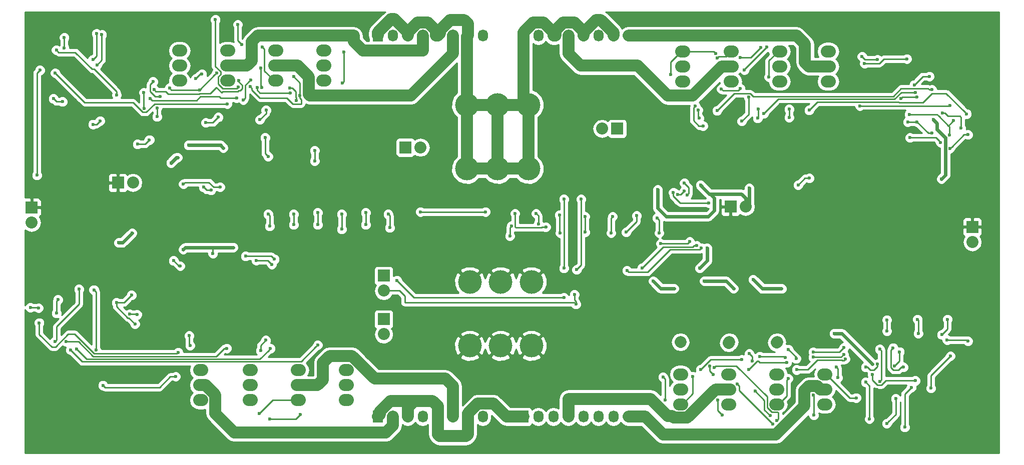
<source format=gbr>
G04 #@! TF.FileFunction,Copper,L2,Bot,Signal*
%FSLAX46Y46*%
G04 Gerber Fmt 4.6, Leading zero omitted, Abs format (unit mm)*
G04 Created by KiCad (PCBNEW 4.0.6-e0-6349~53~ubuntu16.04.1) date Wed Aug  9 14:24:47 2017*
%MOMM*%
%LPD*%
G01*
G04 APERTURE LIST*
%ADD10C,0.100000*%
%ADD11O,2.540000X2.032000*%
%ADD12R,2.032000X2.032000*%
%ADD13O,2.032000X2.032000*%
%ADD14C,4.000000*%
%ADD15R,1.727200X2.032000*%
%ADD16O,1.727200X2.032000*%
%ADD17C,0.600000*%
%ADD18C,1.000000*%
%ADD19C,2.000000*%
%ADD20C,0.600000*%
%ADD21C,0.250000*%
%ADD22C,0.254000*%
G04 APERTURE END LIST*
D10*
D11*
X102362000Y-64262000D03*
X102362000Y-66802000D03*
X102362000Y-61722000D03*
X110490000Y-64262000D03*
X110490000Y-66802000D03*
X110490000Y-61722000D03*
X94234000Y-64262000D03*
X94234000Y-66802000D03*
X94234000Y-61722000D03*
X118618000Y-64262000D03*
X118618000Y-66802000D03*
X118618000Y-61722000D03*
D12*
X132461000Y-78105000D03*
D13*
X135001000Y-78105000D03*
D14*
X142836000Y-81700000D03*
X142836000Y-70900000D03*
X148046000Y-81700000D03*
X148046000Y-70900000D03*
X153256000Y-81700000D03*
X153256000Y-70900000D03*
D12*
X128778000Y-107188000D03*
D13*
X128778000Y-109728000D03*
D12*
X128778000Y-99822000D03*
D13*
X128778000Y-102362000D03*
D14*
X143344000Y-111672000D03*
X143344000Y-100872000D03*
X148554000Y-111672000D03*
X148554000Y-100872000D03*
X153764000Y-111672000D03*
X153764000Y-100872000D03*
D15*
X127762000Y-59182000D03*
D16*
X130302000Y-59182000D03*
X132842000Y-59182000D03*
X135382000Y-59182000D03*
X137922000Y-59182000D03*
X140462000Y-59182000D03*
X143002000Y-59182000D03*
X145542000Y-59182000D03*
D15*
X127762000Y-123698000D03*
D16*
X130302000Y-123698000D03*
X132842000Y-123698000D03*
X135382000Y-123698000D03*
X137922000Y-123698000D03*
X140462000Y-123698000D03*
X143002000Y-123698000D03*
X145542000Y-123698000D03*
D15*
X152400000Y-59182000D03*
D16*
X154940000Y-59182000D03*
X157480000Y-59182000D03*
X160020000Y-59182000D03*
X162560000Y-59182000D03*
X165100000Y-59182000D03*
X167640000Y-59182000D03*
X170180000Y-59182000D03*
D15*
X152400000Y-123698000D03*
D16*
X154940000Y-123698000D03*
X157480000Y-123698000D03*
X160020000Y-123698000D03*
X162560000Y-123698000D03*
X165100000Y-123698000D03*
X167640000Y-123698000D03*
X170180000Y-123698000D03*
D12*
X168275000Y-74930000D03*
D13*
X165735000Y-74930000D03*
D11*
X179324000Y-64389000D03*
X179324000Y-66929000D03*
X179324000Y-61849000D03*
X187536666Y-64389000D03*
X187536666Y-66929000D03*
X187536666Y-61849000D03*
X97790000Y-118364000D03*
X97790000Y-115824000D03*
X97790000Y-120904000D03*
X106172000Y-118364000D03*
X106172000Y-115824000D03*
X106172000Y-120904000D03*
X114300000Y-118364000D03*
X114300000Y-115824000D03*
X114300000Y-120904000D03*
X122428000Y-118364000D03*
X122428000Y-115824000D03*
X122428000Y-120904000D03*
X195749332Y-64389000D03*
X195749332Y-66929000D03*
X195749332Y-61849000D03*
X203961998Y-64389000D03*
X203961998Y-66929000D03*
X203961998Y-61849000D03*
X178990855Y-119054938D03*
X178990855Y-116514938D03*
X178990855Y-121594938D03*
X187118854Y-119054938D03*
X187118854Y-116514938D03*
X187118854Y-121594938D03*
X195246853Y-119054938D03*
X195246853Y-116514938D03*
X195246853Y-121594938D03*
X203374852Y-119054938D03*
X203374852Y-116514938D03*
X203374852Y-121594938D03*
D12*
X69215000Y-88265000D03*
D13*
X69215000Y-90805000D03*
D12*
X228346000Y-91567000D03*
D13*
X228346000Y-94107000D03*
D12*
X83820000Y-84074000D03*
D13*
X86360000Y-84074000D03*
D12*
X187452000Y-88138000D03*
D13*
X189992000Y-88138000D03*
D17*
X86233000Y-92583000D03*
X83947000Y-94234000D03*
X176657000Y-84455000D03*
X207772000Y-112903000D03*
X97418990Y-85558057D03*
X85600000Y-67000000D03*
X82042000Y-71548000D03*
X81400000Y-68800000D03*
X82400000Y-63400000D03*
X86250000Y-62950000D03*
X133800000Y-85600000D03*
X87000000Y-116400000D03*
X72200000Y-117700000D03*
X77200000Y-117900000D03*
X81400000Y-116800000D03*
X95000000Y-105550000D03*
X82400000Y-89662000D03*
X91440000Y-91186000D03*
X174100000Y-76550000D03*
X213350000Y-62200000D03*
X218250000Y-62200000D03*
X223350000Y-62200000D03*
X228200000Y-63600000D03*
X227800000Y-70600000D03*
X212800000Y-110000000D03*
X218250000Y-112450000D03*
X222000000Y-112700000D03*
X224600000Y-115000000D03*
X200800000Y-107200000D03*
D18*
X179000000Y-104800000D03*
X187000000Y-104400000D03*
X195200000Y-104400000D03*
X203400000Y-104400000D03*
X203800000Y-79200000D03*
X196000000Y-78800000D03*
X187600000Y-79000000D03*
X179200000Y-78600000D03*
X118800000Y-78000000D03*
X110600001Y-77626154D03*
X103400000Y-77800000D03*
X93800000Y-78200000D03*
X122400000Y-104000000D03*
X114200000Y-104000000D03*
X106200000Y-104000000D03*
X97800000Y-104000000D03*
D17*
X224775551Y-122540551D03*
X76835000Y-64262000D03*
X71628000Y-70104000D03*
X76581000Y-70104000D03*
X85598000Y-71628000D03*
X222838000Y-118872000D03*
X212217000Y-119126000D03*
X83627651Y-106995660D03*
X89408000Y-107442000D03*
X216281000Y-72517000D03*
X213233000Y-72644000D03*
X194310000Y-93916000D03*
X164465000Y-96600000D03*
X121285000Y-95250000D03*
X76200000Y-85725000D03*
X78232000Y-93218000D03*
X103302491Y-95020370D03*
X101633564Y-78154900D03*
X99895229Y-96047125D03*
X92800000Y-80700000D03*
X93900000Y-79800000D03*
X95758000Y-77724000D03*
X70104000Y-82804000D03*
X70612000Y-65024000D03*
X93218000Y-97282000D03*
X94361000Y-98171000D03*
X94869000Y-95377000D03*
X211474977Y-114798010D03*
X196078010Y-102017467D03*
X187962449Y-101978551D03*
X182374990Y-84477021D03*
X183515000Y-95123000D03*
X182245000Y-98552000D03*
X174371000Y-100711000D03*
X177927000Y-101981000D03*
X183007000Y-100711000D03*
X191262000Y-100457000D03*
X204978000Y-109601000D03*
X183134000Y-89789000D03*
X175133000Y-85217000D03*
X190627000Y-84963000D03*
X223139000Y-83439000D03*
X221742000Y-73406000D03*
X150368000Y-91440000D03*
X150114000Y-93091000D03*
X129540000Y-89408000D03*
X129794000Y-91694000D03*
X125730000Y-89154000D03*
X125730000Y-91186000D03*
X121666000Y-89408000D03*
X121666000Y-91948000D03*
X117602000Y-89154000D03*
X117602000Y-91186000D03*
X113538000Y-89408000D03*
X113538000Y-91186000D03*
X109220000Y-89408000D03*
X109474000Y-91440000D03*
X175006000Y-90043000D03*
X175387000Y-92583000D03*
X171577000Y-89662000D03*
X169799000Y-92456000D03*
X167513000Y-89789000D03*
X167259000Y-92583000D03*
X162814000Y-89789000D03*
X162814000Y-92456000D03*
X158632990Y-92583000D03*
X158496000Y-89535000D03*
X154559000Y-89281000D03*
X154940000Y-91059000D03*
X151003000Y-89281000D03*
X156210000Y-91567000D03*
X131000000Y-100600000D03*
X159257998Y-103504998D03*
X159257998Y-98552000D03*
X159258000Y-86868000D03*
X169926000Y-98933000D03*
X182499000Y-95123000D03*
X110292542Y-97019823D03*
X105409998Y-96520000D03*
X172466000Y-98542010D03*
X107211540Y-97247966D03*
X162179000Y-86868000D03*
X161417000Y-98806000D03*
X161036000Y-102997000D03*
X161290000Y-104648000D03*
X181737000Y-94742000D03*
X109855000Y-97917000D03*
X94900000Y-84300000D03*
X101100000Y-84800000D03*
X90421136Y-71393146D03*
X90424000Y-72898000D03*
X100800000Y-72985002D03*
X98679000Y-73914000D03*
X73400000Y-61600000D03*
X83600000Y-69200000D03*
X74750000Y-61250000D03*
X74750000Y-59500000D03*
X102297440Y-70729010D03*
X73200000Y-65500000D03*
X107823435Y-73405567D03*
X108876332Y-71796345D03*
X109220000Y-79629000D03*
X108712000Y-76454000D03*
X114035525Y-70113990D03*
X112895785Y-68048516D03*
X98298000Y-84836000D03*
X99568000Y-85344000D03*
X117094000Y-80391000D03*
X117094000Y-78613000D03*
X108204000Y-61087000D03*
X104775000Y-60706000D03*
X104100000Y-57300000D03*
X81100000Y-59000000D03*
X80300000Y-64100000D03*
X89147010Y-76806958D03*
X87122000Y-77544000D03*
X88300000Y-71500000D03*
X88200000Y-68800000D03*
X112980876Y-68843990D03*
X107383023Y-67972399D03*
X104211737Y-67855155D03*
X104211740Y-67855154D03*
X104211736Y-67855156D03*
X100310186Y-56474990D03*
X80200000Y-58800000D03*
X79600000Y-63200000D03*
X180104624Y-86121053D03*
X179644051Y-84140051D03*
X182118000Y-73152000D03*
X181991000Y-71755000D03*
X70400000Y-105300000D03*
X69000000Y-105200000D03*
X185175990Y-71863604D03*
X221488000Y-68326000D03*
X96012000Y-111633000D03*
X95885000Y-109982000D03*
X218760672Y-68758928D03*
X193040000Y-72390000D03*
X80100000Y-112400000D03*
X79749543Y-102206409D03*
X94000000Y-112800000D03*
X70500080Y-107799330D03*
X86700000Y-108000000D03*
X86106000Y-103124000D03*
X83566000Y-104394000D03*
X102235000Y-112121002D03*
X75057000Y-110998000D03*
X179638305Y-85471003D03*
X178489877Y-86112564D03*
X192024000Y-73152000D03*
X192151000Y-71628000D03*
X177790010Y-85725000D03*
X183769000Y-87503000D03*
X198882000Y-84455000D03*
X200787000Y-83312000D03*
X190500000Y-69596000D03*
X189357000Y-73660000D03*
X109625010Y-112150990D03*
X76835000Y-112268000D03*
X197358000Y-73025000D03*
X197358000Y-71628000D03*
X117639010Y-111543530D03*
X75800000Y-112400000D03*
X226441000Y-74803000D03*
X223300000Y-72300000D03*
X227584000Y-75946000D03*
X224574010Y-78289693D03*
X227394234Y-72420650D03*
X200745348Y-71785039D03*
X224533556Y-70985454D03*
X209349087Y-71043806D03*
X183916949Y-115082949D03*
X184531000Y-116586000D03*
X191097551Y-114262551D03*
X190627000Y-113030000D03*
X195261195Y-124361732D03*
X184667990Y-115380468D03*
X213868000Y-124850990D03*
X215392000Y-120650000D03*
X188604990Y-118171705D03*
X194565373Y-124928962D03*
X218059000Y-118745000D03*
X216916000Y-125476000D03*
X198554188Y-113860711D03*
X197223408Y-112279282D03*
X205359000Y-115316000D03*
X205613000Y-117094000D03*
X210312000Y-117856000D03*
X210947000Y-124079000D03*
X208704117Y-120503793D03*
X72898000Y-69850000D03*
X74422000Y-70358000D03*
X80800000Y-73600000D03*
X79600000Y-74200000D03*
X73660000Y-103886000D03*
X73406000Y-106172000D03*
X77216000Y-102108000D03*
X73152000Y-110998000D03*
X87055594Y-106408642D03*
X85805582Y-106321683D03*
X216281000Y-69850000D03*
X219019498Y-69596000D03*
X217424000Y-73787000D03*
X221534956Y-75678978D03*
X218994251Y-73764566D03*
X224447034Y-75995649D03*
X217678000Y-72517000D03*
X225180990Y-73533000D03*
X222973990Y-77252003D03*
X217805000Y-76454000D03*
X221361000Y-118872000D03*
X224663000Y-113411000D03*
X211455000Y-116586000D03*
X218694000Y-117602000D03*
X98023044Y-65665424D03*
X96984606Y-66435887D03*
X108182987Y-67963664D03*
X107959990Y-64632760D03*
X89281000Y-69850000D03*
X103886000Y-69723000D03*
X114606024Y-69316339D03*
X106172000Y-67818000D03*
X104267000Y-66802000D03*
X89916000Y-68326000D03*
X113568920Y-66111181D03*
X189110963Y-68116137D03*
X184979384Y-62214058D03*
X177292000Y-65786000D03*
X189074990Y-62902424D03*
X192608051Y-61208051D03*
X185900000Y-68200000D03*
X108839000Y-110744000D03*
X107950000Y-112522000D03*
X185166000Y-62992000D03*
X189800000Y-65000000D03*
X193600000Y-61100000D03*
X221081551Y-66065449D03*
X218536952Y-67508916D03*
X146000000Y-89000000D03*
X135000000Y-89000000D03*
X180543790Y-94032492D03*
X175641000Y-94361000D03*
X176022000Y-116967000D03*
X176403000Y-120904000D03*
X185293000Y-120904000D03*
X186055000Y-123444000D03*
X212700000Y-112266968D03*
X212700000Y-117700000D03*
X214949981Y-112045638D03*
X213900000Y-107302000D03*
X216662000Y-115316000D03*
X213900000Y-109200000D03*
X191643000Y-119380000D03*
X194157556Y-123494815D03*
X201422000Y-120015000D03*
X201549000Y-123444000D03*
X212294516Y-114798010D03*
X216050494Y-112718407D03*
X219072000Y-107210000D03*
X210312000Y-115316000D03*
X215200000Y-115100000D03*
X219200000Y-109600000D03*
X224152000Y-107210000D03*
X227600000Y-110900000D03*
X224100000Y-110700000D03*
X223200000Y-109800000D03*
X89747495Y-66970505D03*
X91000000Y-69478990D03*
X97621264Y-68349287D03*
X100527307Y-65461683D03*
X92551979Y-68049288D03*
X106268334Y-66649685D03*
X105028098Y-70067991D03*
X121793000Y-67183000D03*
X122047000Y-61976000D03*
X81288151Y-118399989D03*
X93599000Y-116887000D03*
X107769051Y-123130949D03*
X114681000Y-123317000D03*
X109474000Y-124079000D03*
X181500739Y-71122811D03*
X182800000Y-74450000D03*
X193929000Y-66167000D03*
X209700000Y-62700000D03*
X212300000Y-63200000D03*
X210100000Y-63900000D03*
X217300000Y-63100000D03*
X201431990Y-112776000D03*
X196715250Y-113671020D03*
X192414990Y-113465770D03*
X182372000Y-115744000D03*
X189357000Y-114046000D03*
X206629000Y-112014000D03*
X181054315Y-116895254D03*
X201431990Y-113626202D03*
X206585883Y-113176207D03*
X190500000Y-115744000D03*
X196977000Y-114554000D03*
X206883000Y-113919000D03*
X198628000Y-115744000D03*
X197231000Y-117221000D03*
D19*
X178990855Y-111053941D02*
X178990852Y-111053938D01*
X187118854Y-111202936D02*
X187267852Y-111053938D01*
X195246853Y-111128437D02*
X195321352Y-111053938D01*
X143002000Y-123698000D02*
X143002000Y-123167215D01*
X144687225Y-121481990D02*
X147320390Y-121481990D01*
X143002000Y-123167215D02*
X144687225Y-121481990D01*
X147320390Y-121481990D02*
X149536400Y-123698000D01*
X149536400Y-123698000D02*
X152400000Y-123698000D01*
X134000000Y-121000000D02*
X129888717Y-121000000D01*
X128101990Y-122786727D02*
X128101990Y-123358010D01*
X129888717Y-121000000D02*
X128101990Y-122786727D01*
X128101990Y-123358010D02*
X127762000Y-123698000D01*
X137922000Y-123698000D02*
X137922000Y-121922000D01*
X137922000Y-121922000D02*
X137000000Y-121000000D01*
X137000000Y-121000000D02*
X134000000Y-121000000D01*
X134000000Y-121000000D02*
X132842000Y-122158000D01*
X132842000Y-122158000D02*
X132842000Y-123698000D01*
X143002000Y-123698000D02*
X143002000Y-126714000D01*
X137922000Y-126714000D02*
X137922000Y-123698000D01*
X143002000Y-126714000D02*
X142716000Y-127000000D01*
X142716000Y-127000000D02*
X138208000Y-127000000D01*
X138208000Y-127000000D02*
X137922000Y-126714000D01*
X153256000Y-81700000D02*
X148046000Y-81700000D01*
X142836000Y-81700000D02*
X148046000Y-81700000D01*
X153256000Y-81700000D02*
X153256000Y-70900000D01*
X148046000Y-81700000D02*
X148046000Y-70900000D01*
X142836000Y-81700000D02*
X142836000Y-70900000D01*
X148046000Y-70900000D02*
X142836000Y-70900000D01*
X153256000Y-70900000D02*
X148046000Y-70900000D01*
X164696215Y-56515000D02*
X165503785Y-56515000D01*
X167640000Y-58651215D02*
X167640000Y-59182000D01*
X165503785Y-56515000D02*
X167640000Y-58651215D01*
X162560000Y-59182000D02*
X162560000Y-58651215D01*
X162560000Y-58651215D02*
X164696215Y-56515000D01*
X161093009Y-56965990D02*
X162560000Y-58432981D01*
X162560000Y-58432981D02*
X162560000Y-59182000D01*
X157480000Y-59182000D02*
X157819990Y-59182000D01*
X157819990Y-59182000D02*
X157819990Y-58270727D01*
X157819990Y-58270727D02*
X159124727Y-56965990D01*
X159124727Y-56965990D02*
X161093009Y-56965990D01*
X152400000Y-59182000D02*
X152400000Y-58651215D01*
X152400000Y-58651215D02*
X154085225Y-56965990D01*
X154085225Y-56965990D02*
X155794775Y-56965990D01*
X155794775Y-56965990D02*
X157480000Y-58651215D01*
X157480000Y-58651215D02*
X157480000Y-59182000D01*
X153256000Y-70900000D02*
X152400000Y-70044000D01*
X152400000Y-70044000D02*
X152400000Y-59182000D01*
X130578785Y-56388000D02*
X130025215Y-56388000D01*
X130025215Y-56388000D02*
X127762000Y-58651215D01*
X127762000Y-58651215D02*
X127762000Y-59182000D01*
X132842000Y-59182000D02*
X132842000Y-58651215D01*
X132842000Y-58651215D02*
X130578785Y-56388000D01*
X137922000Y-59182000D02*
X137582010Y-59182000D01*
X134527225Y-56965990D02*
X134511225Y-56981990D01*
X137582010Y-59182000D02*
X137582010Y-58270727D01*
X137582010Y-58270727D02*
X136277273Y-56965990D01*
X136277273Y-56965990D02*
X134527225Y-56965990D01*
X134511225Y-56981990D02*
X134470727Y-56981990D01*
X134470727Y-56981990D02*
X132842000Y-58610717D01*
X132842000Y-58610717D02*
X132842000Y-59182000D01*
X142367000Y-56515000D02*
X140017717Y-56515000D01*
X140017717Y-56515000D02*
X138261990Y-58270727D01*
X138261990Y-58270727D02*
X138261990Y-58842010D01*
X138261990Y-58842010D02*
X137922000Y-59182000D01*
X143002000Y-57150000D02*
X142367000Y-56515000D01*
X143002000Y-59182000D02*
X143002000Y-57150000D01*
X142836000Y-70900000D02*
X142836000Y-59348000D01*
X142836000Y-59348000D02*
X143002000Y-59182000D01*
D20*
X83947000Y-94234000D02*
X84582000Y-94234000D01*
X84582000Y-94234000D02*
X86233000Y-92583000D01*
D21*
X207772000Y-112903000D02*
X207899000Y-113030000D01*
X207899000Y-113030000D02*
X208153000Y-113030000D01*
X81400000Y-116800000D02*
X81699999Y-117099999D01*
X81699999Y-117099999D02*
X81600000Y-117000000D01*
X228200000Y-63600000D02*
X227800000Y-63600000D01*
X227800000Y-70600000D02*
X227800000Y-70200000D01*
D19*
X187600000Y-79000000D02*
X188200000Y-79000000D01*
X103400000Y-77800000D02*
X103600000Y-77600000D01*
X103600000Y-77600000D02*
X104000000Y-77600000D01*
X114200000Y-104000000D02*
X114699999Y-104499999D01*
X114699999Y-104499999D02*
X114600000Y-104400000D01*
D21*
X71628000Y-70104000D02*
X72009000Y-70104000D01*
X89408000Y-106934000D02*
X89154000Y-106680000D01*
X89408000Y-107442000D02*
X89408000Y-106934000D01*
X83627651Y-106995660D02*
X83693000Y-107061009D01*
X83693000Y-107061009D02*
X83693000Y-107315000D01*
X213233000Y-72644000D02*
X216154000Y-72644000D01*
X216154000Y-72644000D02*
X216281000Y-72517000D01*
D20*
X100076000Y-95062573D02*
X100118203Y-95020370D01*
X102878227Y-95020370D02*
X103302491Y-95020370D01*
X100118203Y-95020370D02*
X102878227Y-95020370D01*
X101202664Y-77724000D02*
X101333565Y-77854901D01*
X95758000Y-77724000D02*
X101202664Y-77724000D01*
X101333565Y-77854901D02*
X101633564Y-78154900D01*
D21*
X99895229Y-95622861D02*
X99895229Y-96047125D01*
X99895229Y-95243344D02*
X99895229Y-95622861D01*
X100076000Y-95062573D02*
X99895229Y-95243344D01*
D20*
X93900000Y-79800000D02*
X93700000Y-79800000D01*
X93700000Y-79800000D02*
X92800000Y-80700000D01*
D21*
X70612000Y-65024000D02*
X70104000Y-65532000D01*
X70104000Y-65532000D02*
X70104000Y-82804000D01*
D20*
X95183427Y-95062573D02*
X100076000Y-95062573D01*
D21*
X94361000Y-98171000D02*
X94107000Y-98171000D01*
X94107000Y-98171000D02*
X93218000Y-97282000D01*
D20*
X94869000Y-95377000D02*
X95183427Y-95062573D01*
X204978000Y-109601000D02*
X206277967Y-109601000D01*
X206277967Y-109601000D02*
X211174978Y-114498011D01*
X211174978Y-114498011D02*
X211474977Y-114798010D01*
X195653746Y-102017467D02*
X196078010Y-102017467D01*
X192822467Y-102017467D02*
X195653746Y-102017467D01*
X191262000Y-100457000D02*
X192822467Y-102017467D01*
X184700000Y-86656000D02*
X184023000Y-85979000D01*
X184700000Y-88784004D02*
X184700000Y-86656000D01*
X183134000Y-89789000D02*
X183695004Y-89789000D01*
X183695004Y-89789000D02*
X184700000Y-88784004D01*
X187662450Y-101678552D02*
X187962449Y-101978551D01*
X186694898Y-100711000D02*
X187662450Y-101678552D01*
X183007000Y-100711000D02*
X186694898Y-100711000D01*
X182674989Y-84777020D02*
X182374990Y-84477021D01*
X183876969Y-85979000D02*
X182674989Y-84777020D01*
X184023000Y-85979000D02*
X183876969Y-85979000D01*
X182245000Y-98552000D02*
X183515000Y-97282000D01*
X183515000Y-97282000D02*
X183515000Y-95123000D01*
X177927000Y-101981000D02*
X175641000Y-101981000D01*
X175641000Y-101981000D02*
X174371000Y-100711000D01*
X175133000Y-88392000D02*
X176530000Y-89789000D01*
X176530000Y-89789000D02*
X183134000Y-89789000D01*
X175133000Y-85217000D02*
X175133000Y-88392000D01*
X189269840Y-85979000D02*
X184023000Y-85979000D01*
X189992000Y-88138000D02*
X189992000Y-86701160D01*
X189992000Y-86701160D02*
X189269840Y-85979000D01*
X190627000Y-84963000D02*
X190627000Y-87503000D01*
X190627000Y-87503000D02*
X189992000Y-88138000D01*
X223774000Y-76454000D02*
X223774000Y-82804000D01*
X223774000Y-82804000D02*
X223139000Y-83439000D01*
X222377000Y-75057000D02*
X223774000Y-76454000D01*
X222377000Y-74041000D02*
X222377000Y-75057000D01*
X221742000Y-73406000D02*
X222377000Y-74041000D01*
D21*
X150114000Y-93091000D02*
X150114000Y-91694000D01*
X150114000Y-91694000D02*
X150368000Y-91440000D01*
X129794000Y-91694000D02*
X129794000Y-89662000D01*
X129794000Y-89662000D02*
X129540000Y-89408000D01*
X125730000Y-91186000D02*
X125730000Y-89154000D01*
X121666000Y-91948000D02*
X121666000Y-89408000D01*
X117602000Y-91186000D02*
X117602000Y-89154000D01*
X113538000Y-91186000D02*
X113538000Y-89408000D01*
X109474000Y-91440000D02*
X109474000Y-89662000D01*
X109474000Y-89662000D02*
X109220000Y-89408000D01*
X175387000Y-92583000D02*
X175387000Y-90424000D01*
X175387000Y-90424000D02*
X175006000Y-90043000D01*
X169799000Y-92456000D02*
X171577000Y-90678000D01*
X171577000Y-90678000D02*
X171577000Y-89662000D01*
X167259000Y-92583000D02*
X167259000Y-90043000D01*
X167259000Y-90043000D02*
X167513000Y-89789000D01*
X162814000Y-92456000D02*
X162814000Y-89789000D01*
X158496000Y-89535000D02*
X158496000Y-92446010D01*
X158496000Y-92446010D02*
X158632990Y-92583000D01*
X154940000Y-91059000D02*
X154940000Y-89662000D01*
X154940000Y-89662000D02*
X154559000Y-89281000D01*
X151130000Y-91694000D02*
X151003000Y-91567000D01*
X151003000Y-91567000D02*
X151003000Y-89281000D01*
X155448000Y-91694000D02*
X151130000Y-91694000D01*
X155575000Y-91567000D02*
X155448000Y-91694000D01*
X156210000Y-91567000D02*
X155575000Y-91567000D01*
X131299999Y-100899999D02*
X131000000Y-100600000D01*
X159257998Y-103504998D02*
X133904998Y-103504998D01*
X133904998Y-103504998D02*
X131299999Y-100899999D01*
X182199001Y-95422999D02*
X177246001Y-95422999D01*
X170225999Y-99232999D02*
X169926000Y-98933000D01*
X182499000Y-95123000D02*
X182199001Y-95422999D01*
X177246001Y-95422999D02*
X173436001Y-99232999D01*
X173436001Y-99232999D02*
X170225999Y-99232999D01*
X159258000Y-98551998D02*
X159257998Y-98552000D01*
X159258000Y-86868000D02*
X159258000Y-98551998D01*
X109992543Y-96719824D02*
X110292542Y-97019823D01*
X105409998Y-96520000D02*
X109792719Y-96520000D01*
X109792719Y-96520000D02*
X109992543Y-96719824D01*
X132334000Y-104334000D02*
X160976000Y-104334000D01*
X160976000Y-104334000D02*
X161290000Y-104648000D01*
X132334000Y-103251000D02*
X132334000Y-104334000D01*
X172765999Y-98242011D02*
X172466000Y-98542010D01*
X181081748Y-94972988D02*
X176035022Y-94972988D01*
X181312736Y-94742000D02*
X181081748Y-94972988D01*
X181737000Y-94742000D02*
X181312736Y-94742000D01*
X176035022Y-94972988D02*
X172765999Y-98242011D01*
X107635804Y-97247966D02*
X107211540Y-97247966D01*
X109185966Y-97247966D02*
X107635804Y-97247966D01*
X109855000Y-97917000D02*
X109185966Y-97247966D01*
X161417000Y-98806000D02*
X162179000Y-98044000D01*
X162179000Y-98044000D02*
X162179000Y-86868000D01*
X161036000Y-103124000D02*
X161036000Y-102997000D01*
X161036000Y-103969736D02*
X161036000Y-103124000D01*
X161290000Y-104648000D02*
X161290000Y-104223736D01*
X161290000Y-104223736D02*
X161036000Y-103969736D01*
X132334000Y-103251000D02*
X131445000Y-102362000D01*
X131445000Y-102362000D02*
X128778000Y-102362000D01*
D19*
X102362000Y-64262000D02*
X105632000Y-64262000D01*
X123698000Y-59182000D02*
X123698000Y-60198000D01*
X105632000Y-64262000D02*
X106426000Y-63468000D01*
X106426000Y-63468000D02*
X106426000Y-60198000D01*
X106426000Y-60198000D02*
X107442000Y-59182000D01*
X107442000Y-59182000D02*
X123698000Y-59182000D01*
X123698000Y-60198000D02*
X125222000Y-61722000D01*
X125222000Y-61722000D02*
X135382000Y-61722000D01*
X135382000Y-61722000D02*
X135382000Y-59182000D01*
X135382000Y-59712785D02*
X135382000Y-59182000D01*
X114234004Y-64262000D02*
X116106025Y-66134021D01*
X110490000Y-64262000D02*
X114234004Y-64262000D01*
X116106025Y-69126029D02*
X116279998Y-69300002D01*
X116279998Y-69300002D02*
X133359998Y-69300002D01*
X116106025Y-66134021D02*
X116106025Y-69126029D01*
X133359998Y-69300002D02*
X140462000Y-62198000D01*
X140462000Y-62198000D02*
X140462000Y-59182000D01*
X110490000Y-64262000D02*
X111337911Y-64262000D01*
X103492020Y-126365000D02*
X129134602Y-126365000D01*
X129134602Y-126365000D02*
X130302000Y-125197602D01*
X130302000Y-125197602D02*
X130302000Y-123698000D01*
X100260010Y-123132990D02*
X103492020Y-126365000D01*
X98637911Y-118364000D02*
X100260010Y-119986099D01*
X97790000Y-118364000D02*
X98637911Y-118364000D01*
X100260010Y-119986099D02*
X100260010Y-123132990D01*
X139233089Y-117262089D02*
X140462000Y-118491000D01*
X140462000Y-118491000D02*
X140462000Y-123698000D01*
X127254000Y-117262089D02*
X139233089Y-117262089D01*
X119634000Y-113411000D02*
X123402911Y-113411000D01*
X123402911Y-113411000D02*
X127254000Y-117262089D01*
X118491000Y-114554000D02*
X119634000Y-113411000D01*
X118491000Y-117443000D02*
X118491000Y-114554000D01*
X114300000Y-118364000D02*
X117570000Y-118364000D01*
X117570000Y-118364000D02*
X118491000Y-117443000D01*
X160020000Y-62198000D02*
X160020000Y-59182000D01*
X162084000Y-64262000D02*
X160020000Y-62198000D01*
X176784000Y-69342000D02*
X171704000Y-64262000D01*
X181036002Y-69342000D02*
X176784000Y-69342000D01*
X185989002Y-64389000D02*
X181036002Y-69342000D01*
X187536666Y-64389000D02*
X185989002Y-64389000D01*
X171704000Y-64262000D02*
X162084000Y-64262000D01*
X200056998Y-60610998D02*
X198628000Y-59182000D01*
X198628000Y-59182000D02*
X170180000Y-59182000D01*
X200056998Y-63754000D02*
X200056998Y-60610998D01*
X203961998Y-64389000D02*
X200691998Y-64389000D01*
X200691998Y-64389000D02*
X200056998Y-63754000D01*
X173960998Y-120682000D02*
X160020000Y-120682000D01*
X160020000Y-120682000D02*
X160020000Y-123698000D01*
X177818954Y-123810948D02*
X177576359Y-123568353D01*
X177576359Y-123568353D02*
X176847351Y-123568353D01*
X176847351Y-123568353D02*
X173960998Y-120682000D01*
X180162756Y-123810948D02*
X177818954Y-123810948D01*
X184918766Y-119054938D02*
X180162756Y-123810948D01*
X187118854Y-119054938D02*
X184918766Y-119054938D01*
X176059600Y-126714000D02*
X173043600Y-123698000D01*
X195124577Y-126714000D02*
X176059600Y-126714000D01*
X199921998Y-119294998D02*
X199921998Y-121916579D01*
X200701998Y-118514998D02*
X199921998Y-119294998D01*
X173043600Y-123698000D02*
X170180000Y-123698000D01*
X202142002Y-118514998D02*
X200701998Y-118514998D01*
X202681942Y-119054938D02*
X202142002Y-118514998D01*
X199921998Y-121916579D02*
X195124577Y-126714000D01*
X203374852Y-119054938D02*
X202681942Y-119054938D01*
D21*
X99200000Y-84000000D02*
X95200000Y-84000000D01*
X95200000Y-84000000D02*
X94900000Y-84300000D01*
X100000000Y-84800000D02*
X99200000Y-84000000D01*
X101100000Y-84800000D02*
X100000000Y-84800000D01*
X90424000Y-71396010D02*
X90421136Y-71393146D01*
X90424000Y-72898000D02*
X90424000Y-71396010D01*
X98679000Y-73914000D02*
X99871002Y-73914000D01*
X99871002Y-73914000D02*
X100800000Y-72985002D01*
X73699999Y-61899999D02*
X73400000Y-61600000D01*
X79786401Y-64849991D02*
X79449991Y-64849991D01*
X79449991Y-64849991D02*
X76600000Y-62000000D01*
X83600000Y-68663590D02*
X79786401Y-64849991D01*
X83600000Y-69200000D02*
X83600000Y-68663590D01*
X73800000Y-62000000D02*
X73699999Y-61899999D01*
X76600000Y-62000000D02*
X73800000Y-62000000D01*
X74750000Y-59500000D02*
X74750000Y-61250000D01*
X87999998Y-72125002D02*
X88600002Y-72125002D01*
X73200000Y-65500000D02*
X78199365Y-70499365D01*
X88600002Y-72125002D02*
X89995994Y-70729010D01*
X78199365Y-70499365D02*
X86374361Y-70499365D01*
X86374361Y-70499365D02*
X87999998Y-72125002D01*
X89995994Y-70729010D02*
X101873176Y-70729010D01*
X101873176Y-70729010D02*
X102297440Y-70729010D01*
X107823435Y-73405567D02*
X108876332Y-72352670D01*
X108876332Y-72220609D02*
X108876332Y-71796345D01*
X108876332Y-72352670D02*
X108876332Y-72220609D01*
X108712000Y-76454000D02*
X108712000Y-79121000D01*
X108712000Y-79121000D02*
X109220000Y-79629000D01*
X114035525Y-69689726D02*
X114035525Y-70113990D01*
X113899657Y-69553858D02*
X114035525Y-69689726D01*
X113899657Y-68628124D02*
X113899657Y-69553858D01*
X113320049Y-68048516D02*
X113899657Y-68628124D01*
X112895785Y-68048516D02*
X113320049Y-68048516D01*
X99568000Y-85344000D02*
X98806000Y-85344000D01*
X98806000Y-85344000D02*
X98298000Y-84836000D01*
X117094000Y-78613000D02*
X117094000Y-80391000D01*
X110490000Y-66802000D02*
X110236000Y-66802000D01*
X108585000Y-61468000D02*
X108503999Y-61386999D01*
X110236000Y-66802000D02*
X108585000Y-65151000D01*
X108503999Y-61386999D02*
X108204000Y-61087000D01*
X108585000Y-65151000D02*
X108585000Y-61468000D01*
X104475001Y-60406001D02*
X104775000Y-60706000D01*
X104100000Y-60031000D02*
X104475001Y-60406001D01*
X104100000Y-57300000D02*
X104100000Y-60031000D01*
X80300000Y-64100000D02*
X81100000Y-63300000D01*
X81100000Y-63300000D02*
X81100000Y-59000000D01*
X88847011Y-77106957D02*
X89147010Y-76806958D01*
X87122000Y-77544000D02*
X88409968Y-77544000D01*
X88409968Y-77544000D02*
X88847011Y-77106957D01*
X88200000Y-68800000D02*
X88200000Y-71400000D01*
X88200000Y-71400000D02*
X88300000Y-71500000D01*
X101552536Y-68143010D02*
X100757001Y-67347475D01*
X100757001Y-67347475D02*
X100757001Y-66157001D01*
X100310186Y-64360660D02*
X100310186Y-56899254D01*
X100310186Y-56899254D02*
X100310186Y-56474990D01*
X101209017Y-65704985D02*
X101209017Y-65259491D01*
X100757001Y-66157001D02*
X101209017Y-65704985D01*
X103777761Y-68143010D02*
X101552536Y-68143010D01*
X101209017Y-65259491D02*
X100310186Y-64360660D01*
X107383023Y-67972399D02*
X107383023Y-68396663D01*
X112556612Y-68843990D02*
X112980876Y-68843990D01*
X107383023Y-68396663D02*
X107830350Y-68843990D01*
X107830350Y-68843990D02*
X112556612Y-68843990D01*
X103911737Y-68155155D02*
X104211736Y-67855156D01*
X103777761Y-68143010D02*
X103789904Y-68155153D01*
X103789904Y-68155153D02*
X103911741Y-68155153D01*
X103911741Y-68155153D02*
X104211740Y-67855154D01*
X103777761Y-68143010D02*
X103789906Y-68155155D01*
X103789906Y-68155155D02*
X103911737Y-68155155D01*
X79600000Y-63200000D02*
X80200000Y-62600000D01*
X80200000Y-62600000D02*
X80200000Y-58800000D01*
X180404623Y-85821054D02*
X180104624Y-86121053D01*
X179644051Y-84140051D02*
X180404623Y-84900623D01*
X180404623Y-84900623D02*
X180404623Y-85821054D01*
X181991000Y-73025000D02*
X182118000Y-73152000D01*
X181991000Y-71755000D02*
X181991000Y-73025000D01*
X69000000Y-105200000D02*
X70300000Y-105200000D01*
X70300000Y-105200000D02*
X70400000Y-105300000D01*
X185475989Y-71563605D02*
X185175990Y-71863604D01*
X190800002Y-68970998D02*
X188068596Y-68970998D01*
X191298004Y-69469000D02*
X190800002Y-68970998D01*
X216308659Y-68133926D02*
X214973585Y-69469000D01*
X220871662Y-68133926D02*
X216308659Y-68133926D01*
X214973585Y-69469000D02*
X191298004Y-69469000D01*
X221063736Y-68326000D02*
X220871662Y-68133926D01*
X221488000Y-68326000D02*
X221063736Y-68326000D01*
X188068596Y-68970998D02*
X185475989Y-71563605D01*
X95885000Y-109982000D02*
X95885000Y-111506000D01*
X95885000Y-111506000D02*
X96012000Y-111633000D01*
X218336408Y-68758928D02*
X218760672Y-68758928D01*
X193040000Y-72390000D02*
X195510989Y-69919011D01*
X216320068Y-68758928D02*
X218336408Y-68758928D01*
X215159985Y-69919011D02*
X216320068Y-68758928D01*
X195510989Y-69919011D02*
X215159985Y-69919011D01*
X79749543Y-102206409D02*
X80100000Y-102556866D01*
X80100000Y-102556866D02*
X80100000Y-112400000D01*
X80400002Y-113025002D02*
X93774998Y-113025002D01*
X93774998Y-113025002D02*
X94000000Y-112800000D01*
X80400002Y-113025002D02*
X79799998Y-113025002D01*
X72644000Y-111887000D02*
X70500080Y-109743080D01*
X70500080Y-109743080D02*
X70500080Y-108223594D01*
X79799998Y-113025002D02*
X76502996Y-109728000D01*
X76502996Y-109728000D02*
X75401998Y-109728000D01*
X75401998Y-109728000D02*
X73242998Y-111887000D01*
X70500080Y-108223594D02*
X70500080Y-107799330D01*
X73242998Y-111887000D02*
X72644000Y-111887000D01*
X86700000Y-108000000D02*
X85646684Y-106946684D01*
X85646684Y-106946684D02*
X85505581Y-106946684D01*
X83566000Y-105007103D02*
X83566000Y-104394000D01*
X85505581Y-106946684D02*
X83566000Y-105007103D01*
X83566000Y-104394000D02*
X84836000Y-104394000D01*
X84836000Y-104394000D02*
X86106000Y-103124000D01*
X75057000Y-110998000D02*
X77136585Y-110998000D01*
X77136585Y-110998000D02*
X79613598Y-113475013D01*
X79613598Y-113475013D02*
X100456725Y-113475013D01*
X100456725Y-113475013D02*
X101810736Y-112121002D01*
X101810736Y-112121002D02*
X102235000Y-112121002D01*
X179338306Y-85771002D02*
X179638305Y-85471003D01*
X178489877Y-86112564D02*
X178996744Y-86112564D01*
X178996744Y-86112564D02*
X179338306Y-85771002D01*
X192151000Y-71628000D02*
X192151000Y-73025000D01*
X192151000Y-73025000D02*
X192024000Y-73152000D01*
X177790010Y-86350010D02*
X177790010Y-86149264D01*
X177790010Y-86149264D02*
X177790010Y-85725000D01*
X177845999Y-86405999D02*
X177790010Y-86350010D01*
X178943000Y-87503000D02*
X177845999Y-86405999D01*
X178435000Y-87122000D02*
X178435000Y-86995000D01*
X178435000Y-86995000D02*
X177845999Y-86405999D01*
X183769000Y-87503000D02*
X178943000Y-87503000D01*
X200787000Y-83312000D02*
X200025000Y-83312000D01*
X200025000Y-83312000D02*
X198882000Y-84455000D01*
X189357000Y-73660000D02*
X190500000Y-72517000D01*
X190500000Y-72517000D02*
X190500000Y-69596000D01*
X109325011Y-112450989D02*
X109625010Y-112150990D01*
X107850976Y-113925024D02*
X109325011Y-112450989D01*
X76835000Y-112268000D02*
X78492024Y-113925024D01*
X78492024Y-113925024D02*
X107850976Y-113925024D01*
X197358000Y-71628000D02*
X197358000Y-73025000D01*
X117339011Y-111843529D02*
X117639010Y-111543530D01*
X114807505Y-114375035D02*
X117339011Y-111843529D01*
X75800000Y-112400000D02*
X77775035Y-114375035D01*
X77775035Y-114375035D02*
X114807505Y-114375035D01*
X224224264Y-72800000D02*
X226246900Y-72800000D01*
X226246900Y-72800000D02*
X226441000Y-72994100D01*
X226441000Y-72994100D02*
X226441000Y-74803000D01*
X223300000Y-72300000D02*
X223724264Y-72300000D01*
X223724264Y-72300000D02*
X224224264Y-72800000D01*
X227584000Y-75946000D02*
X226917703Y-75946000D01*
X224874009Y-77989694D02*
X224574010Y-78289693D01*
X226917703Y-75946000D02*
X224874009Y-77989694D01*
X215980998Y-70475002D02*
X220010002Y-70475002D01*
X202161365Y-70369022D02*
X215875018Y-70369022D01*
X227094235Y-72120651D02*
X227394234Y-72420650D01*
X223924586Y-68951002D02*
X227094235Y-72120651D01*
X200745348Y-71785039D02*
X202161365Y-70369022D01*
X220010002Y-70475002D02*
X221534002Y-68951002D01*
X221534002Y-68951002D02*
X223924586Y-68951002D01*
X215875018Y-70369022D02*
X215980998Y-70475002D01*
X209349087Y-71043806D02*
X224475204Y-71043806D01*
X224475204Y-71043806D02*
X224533556Y-70985454D01*
X184531000Y-116586000D02*
X183916949Y-115971949D01*
X183916949Y-115971949D02*
X183916949Y-115507213D01*
X183916949Y-115507213D02*
X183916949Y-115082949D01*
X191097551Y-113500551D02*
X191097551Y-113838287D01*
X191097551Y-113838287D02*
X191097551Y-114262551D01*
X190627000Y-113030000D02*
X191097551Y-113500551D01*
X195561194Y-124061733D02*
X195261195Y-124361732D01*
X195561194Y-123058583D02*
X195561194Y-124061733D01*
X193651843Y-122150402D02*
X194437389Y-122935948D01*
X188444058Y-115080469D02*
X193651843Y-120288254D01*
X194437389Y-122935948D02*
X195438559Y-122935948D01*
X184967989Y-115080469D02*
X188444058Y-115080469D01*
X195438559Y-122935948D02*
X195561194Y-123058583D01*
X184667990Y-115380468D02*
X184967989Y-115080469D01*
X193651843Y-120288254D02*
X193651843Y-122150402D01*
X214167999Y-124550991D02*
X213868000Y-124850990D01*
X215392000Y-120650000D02*
X215392000Y-123326990D01*
X215392000Y-123326990D02*
X214167999Y-124550991D01*
X188904989Y-119268578D02*
X188904989Y-118471704D01*
X194565373Y-124928962D02*
X188904989Y-119268578D01*
X188904989Y-118471704D02*
X188604990Y-118171705D01*
X216916000Y-125476000D02*
X216916000Y-119888000D01*
X216916000Y-119888000D02*
X218059000Y-118745000D01*
X197223408Y-112279282D02*
X198554188Y-113610062D01*
X198554188Y-113610062D02*
X198554188Y-113860711D01*
X205613000Y-117094000D02*
X205613000Y-115570000D01*
X205613000Y-115570000D02*
X205359000Y-115316000D01*
X210947000Y-124079000D02*
X210947000Y-118491000D01*
X210947000Y-118491000D02*
X210312000Y-117856000D01*
X203628852Y-116514938D02*
X207617707Y-120503793D01*
X207617707Y-120503793D02*
X208279853Y-120503793D01*
X208279853Y-120503793D02*
X208704117Y-120503793D01*
X203374852Y-116514938D02*
X203628852Y-116514938D01*
X74422000Y-70358000D02*
X73406000Y-70358000D01*
X73406000Y-70358000D02*
X72898000Y-69850000D01*
X79600000Y-74200000D02*
X80200000Y-74200000D01*
X80200000Y-74200000D02*
X80800000Y-73600000D01*
X73406000Y-106172000D02*
X73406000Y-104140000D01*
X73406000Y-104140000D02*
X73660000Y-103886000D01*
X73451999Y-108412001D02*
X77216000Y-104648000D01*
X77216000Y-104648000D02*
X77216000Y-102108000D01*
X73152000Y-110998000D02*
X73451999Y-110698001D01*
X73451999Y-110698001D02*
X73451999Y-108412001D01*
X85805582Y-106321683D02*
X86968635Y-106321683D01*
X86968635Y-106321683D02*
X87055594Y-106408642D01*
X216535000Y-69596000D02*
X216281000Y-69850000D01*
X219019498Y-69596000D02*
X216535000Y-69596000D01*
X217424000Y-73787000D02*
X218971817Y-73787000D01*
X218971817Y-73787000D02*
X218994251Y-73764566D01*
X221110692Y-75678978D02*
X221534956Y-75678978D01*
X218994251Y-73764566D02*
X220908663Y-75678978D01*
X220908663Y-75678978D02*
X221110692Y-75678978D01*
X224282000Y-74431990D02*
X224447034Y-74597024D01*
X224447034Y-75571385D02*
X224447034Y-75995649D01*
X224447034Y-74597024D02*
X224447034Y-75571385D01*
X217678000Y-72517000D02*
X222367010Y-72517000D01*
X222367010Y-72517000D02*
X222667009Y-72816999D01*
X222667009Y-72816999D02*
X224282000Y-74431990D01*
X224282000Y-74431990D02*
X224880991Y-73832999D01*
X224880991Y-73832999D02*
X225180990Y-73533000D01*
X217805000Y-76454000D02*
X222175987Y-76454000D01*
X222175987Y-76454000D02*
X222673991Y-76952004D01*
X222673991Y-76952004D02*
X222973990Y-77252003D01*
X224663000Y-113411000D02*
X221361000Y-116713000D01*
X221361000Y-116713000D02*
X221361000Y-118872000D01*
X211455000Y-117010264D02*
X211455000Y-116586000D01*
X213723004Y-117602000D02*
X213000002Y-118325002D01*
X211455000Y-117480004D02*
X211455000Y-117010264D01*
X213000002Y-118325002D02*
X212299998Y-118325002D01*
X218694000Y-117602000D02*
X213723004Y-117602000D01*
X212299998Y-118325002D02*
X211455000Y-117480004D01*
X96984606Y-66435887D02*
X97755069Y-65665424D01*
X97755069Y-65665424D02*
X98023044Y-65665424D01*
X89580999Y-70149999D02*
X89281000Y-69850000D01*
X97110412Y-70149999D02*
X89580999Y-70149999D01*
X97781413Y-69478998D02*
X97110412Y-70149999D01*
X100972177Y-69478998D02*
X97781413Y-69478998D01*
X101216179Y-69723000D02*
X100972177Y-69478998D01*
X103886000Y-69723000D02*
X101216179Y-69723000D01*
X107959990Y-64632760D02*
X107959990Y-67572002D01*
X108182987Y-67794999D02*
X108182987Y-67963664D01*
X107959990Y-67572002D02*
X108182987Y-67794999D01*
X104511737Y-68480157D02*
X104836741Y-68155155D01*
X104836741Y-68155155D02*
X104836741Y-67555153D01*
X104836741Y-67555153D02*
X104267000Y-66985412D01*
X101346000Y-68834000D02*
X101586980Y-68593020D01*
X101586980Y-68593020D02*
X103591361Y-68593020D01*
X103591361Y-68593020D02*
X103603504Y-68605163D01*
X103603504Y-68605163D02*
X104098138Y-68605164D01*
X97649712Y-68974288D02*
X99427712Y-68974288D01*
X99427712Y-68974288D02*
X100457000Y-67945000D01*
X100457000Y-67945000D02*
X101346000Y-68834000D01*
X90215999Y-68625999D02*
X91866999Y-68625999D01*
X91866999Y-68625999D02*
X92329000Y-69088000D01*
X89916000Y-68326000D02*
X90215999Y-68625999D01*
X97536000Y-69088000D02*
X97649712Y-68974288D01*
X92329000Y-69088000D02*
X97536000Y-69088000D01*
X104098138Y-68605164D02*
X104223145Y-68480157D01*
X104223145Y-68480157D02*
X104511737Y-68480157D01*
X104267000Y-66985412D02*
X104267000Y-66802000D01*
X114808000Y-70739000D02*
X114808000Y-69942579D01*
X114808000Y-69942579D02*
X114606024Y-69740603D01*
X114606024Y-69740603D02*
X114606024Y-69316339D01*
X113411000Y-70739000D02*
X114808000Y-70739000D01*
X112395000Y-69723000D02*
X113411000Y-70739000D01*
X107823000Y-69723000D02*
X112395000Y-69723000D01*
X114606024Y-68892075D02*
X114606024Y-69316339D01*
X113568920Y-66111181D02*
X114606024Y-67148285D01*
X114606024Y-67148285D02*
X114606024Y-68892075D01*
X106471999Y-68371999D02*
X107823000Y-69723000D01*
X106172000Y-67818000D02*
X106471999Y-68117999D01*
X106471999Y-68117999D02*
X106471999Y-68371999D01*
X188727101Y-68499999D02*
X188810964Y-68416136D01*
X185900000Y-68200000D02*
X186199999Y-68499999D01*
X188810964Y-68416136D02*
X189110963Y-68116137D01*
X186199999Y-68499999D02*
X188727101Y-68499999D01*
X184614326Y-61849000D02*
X184679385Y-61914059D01*
X184679385Y-61914059D02*
X184979384Y-62214058D01*
X179324000Y-61849000D02*
X184614326Y-61849000D01*
X177292000Y-65786000D02*
X177292000Y-63627000D01*
X177292000Y-63627000D02*
X179070000Y-61849000D01*
X179070000Y-61849000D02*
X179324000Y-61849000D01*
X192608051Y-61208051D02*
X190913678Y-62902424D01*
X190913678Y-62902424D02*
X189499254Y-62902424D01*
X189499254Y-62902424D02*
X189074990Y-62902424D01*
X107950000Y-112522000D02*
X107950000Y-111633000D01*
X107950000Y-111633000D02*
X108839000Y-110744000D01*
X185166000Y-62992000D02*
X185465999Y-62692001D01*
X185465999Y-62692001D02*
X186693665Y-62692001D01*
X186693665Y-62692001D02*
X187536666Y-61849000D01*
X189800000Y-64900000D02*
X189800000Y-65000000D01*
X193600000Y-61100000D02*
X189800000Y-64900000D01*
X218536952Y-67508916D02*
X219980419Y-66065449D01*
X220657287Y-66065449D02*
X221081551Y-66065449D01*
X219980419Y-66065449D02*
X220657287Y-66065449D01*
X135000000Y-89000000D02*
X146000000Y-89000000D01*
X180243791Y-94332491D02*
X180543790Y-94032492D01*
X180215282Y-94361000D02*
X180243791Y-94332491D01*
X175641000Y-94361000D02*
X180215282Y-94361000D01*
X176403000Y-120904000D02*
X176403000Y-117348000D01*
X176403000Y-117348000D02*
X176022000Y-116967000D01*
X186055000Y-123444000D02*
X185293000Y-122682000D01*
X185293000Y-122682000D02*
X185293000Y-120904000D01*
X212700000Y-117700000D02*
X212999999Y-117400001D01*
X212999999Y-117400001D02*
X212999999Y-112566967D01*
X212999999Y-112566967D02*
X212700000Y-112266968D01*
X215840500Y-115820000D02*
X214994996Y-115820000D01*
X216662000Y-115316000D02*
X216344500Y-115316000D01*
X214574998Y-112420621D02*
X214649982Y-112345637D01*
X216344500Y-115316000D02*
X215840500Y-115820000D01*
X214994996Y-115820000D02*
X214574998Y-115400002D01*
X214574998Y-115400002D02*
X214574998Y-112420621D01*
X214649982Y-112345637D02*
X214949981Y-112045638D01*
X213900000Y-109200000D02*
X213900000Y-107302000D01*
X213900000Y-107302000D02*
X213992000Y-107210000D01*
X194157556Y-123494815D02*
X193201832Y-122539091D01*
X193201832Y-120938832D02*
X191643000Y-119380000D01*
X193201832Y-122539091D02*
X193201832Y-120938832D01*
X201549000Y-120142000D02*
X201422000Y-120015000D01*
X201549000Y-123444000D02*
X201549000Y-120142000D01*
X211133500Y-115820000D02*
X211696790Y-115820000D01*
X210629500Y-115316000D02*
X211133500Y-115820000D01*
X210312000Y-115316000D02*
X210629500Y-115316000D01*
X216050494Y-113142671D02*
X216050494Y-112718407D01*
X211696790Y-115820000D02*
X212294516Y-115222274D01*
X215200000Y-115100000D02*
X216050494Y-114249506D01*
X216050494Y-114249506D02*
X216050494Y-113142671D01*
X212294516Y-115222274D02*
X212294516Y-114798010D01*
X219200000Y-109600000D02*
X219200000Y-107338000D01*
X219200000Y-107338000D02*
X219072000Y-107210000D01*
X224100000Y-110700000D02*
X227400000Y-110700000D01*
X227400000Y-110700000D02*
X227600000Y-110900000D01*
X223200000Y-109800000D02*
X224152000Y-108848000D01*
X224152000Y-108848000D02*
X224152000Y-107210000D01*
X89290999Y-67427001D02*
X89447496Y-67270504D01*
X89290999Y-68626001D02*
X89290999Y-67427001D01*
X89447496Y-67270504D02*
X89747495Y-66970505D01*
X90143988Y-69478990D02*
X89290999Y-68626001D01*
X91000000Y-69478990D02*
X90143988Y-69478990D01*
X100227308Y-65761682D02*
X100527307Y-65461683D01*
X100208869Y-65761682D02*
X100227308Y-65761682D01*
X92851978Y-68349287D02*
X97621264Y-68349287D01*
X92551979Y-68049288D02*
X92851978Y-68349287D01*
X97621264Y-68349287D02*
X100208869Y-65761682D01*
X105328097Y-69767992D02*
X105328097Y-67589922D01*
X105328097Y-67589922D02*
X105968335Y-66949684D01*
X105028098Y-70067991D02*
X105328097Y-69767992D01*
X105968335Y-66949684D02*
X106268334Y-66649685D01*
X122047000Y-61976000D02*
X122047000Y-66929000D01*
X122047000Y-66929000D02*
X121793000Y-67183000D01*
X81612534Y-118724372D02*
X81588150Y-118699988D01*
X93599000Y-116887000D02*
X92699000Y-116887000D01*
X90861628Y-118724372D02*
X81612534Y-118724372D01*
X92699000Y-116887000D02*
X90861628Y-118724372D01*
X81588150Y-118699988D02*
X81288151Y-118399989D01*
X114300000Y-120904000D02*
X109996000Y-120904000D01*
X108069050Y-122830950D02*
X107769051Y-123130949D01*
X109996000Y-120904000D02*
X108069050Y-122830950D01*
X109474000Y-124079000D02*
X113919000Y-124079000D01*
X113919000Y-124079000D02*
X114681000Y-123317000D01*
X181200740Y-71422810D02*
X181500739Y-71122811D01*
X182100000Y-74450000D02*
X181200740Y-73550740D01*
X182800000Y-74450000D02*
X182100000Y-74450000D01*
X181200740Y-73550740D02*
X181200740Y-71422810D01*
X193929000Y-66167000D02*
X193929000Y-63415332D01*
X193929000Y-63415332D02*
X195495332Y-61849000D01*
X195495332Y-61849000D02*
X195749332Y-61849000D01*
X212300000Y-63200000D02*
X210200000Y-63200000D01*
X210200000Y-63200000D02*
X209700000Y-62700000D01*
X213400000Y-63100000D02*
X212600000Y-63900000D01*
X212600000Y-63900000D02*
X210100000Y-63900000D01*
X217300000Y-63100000D02*
X213400000Y-63100000D01*
X201856254Y-112776000D02*
X201431990Y-112776000D01*
X206629000Y-112014000D02*
X205867000Y-112776000D01*
X205867000Y-112776000D02*
X201856254Y-112776000D01*
X192414990Y-113465770D02*
X196510000Y-113465770D01*
X196510000Y-113465770D02*
X196715250Y-113671020D01*
X184070000Y-114046000D02*
X182372000Y-115744000D01*
X189357000Y-114046000D02*
X184070000Y-114046000D01*
X181054315Y-116895254D02*
X181054315Y-119785478D01*
X181054315Y-119785478D02*
X179244855Y-121594938D01*
X179244855Y-121594938D02*
X178990855Y-121594938D01*
X206135888Y-113626202D02*
X201856254Y-113626202D01*
X201856254Y-113626202D02*
X201431990Y-113626202D01*
X206585883Y-113176207D02*
X206135888Y-113626202D01*
X192151000Y-114300000D02*
X191944000Y-114300000D01*
X191944000Y-114300000D02*
X190500000Y-115744000D01*
X192405000Y-114554000D02*
X192151000Y-114300000D01*
X196977000Y-114554000D02*
X192405000Y-114554000D01*
X199528000Y-115744000D02*
X198628000Y-115744000D01*
X202150992Y-114115010D02*
X200522002Y-115744000D01*
X200522002Y-115744000D02*
X199528000Y-115744000D01*
X206283490Y-114115010D02*
X202150992Y-114115010D01*
X206883000Y-113919000D02*
X206583001Y-114218999D01*
X206387479Y-114218999D02*
X206283490Y-114115010D01*
X206583001Y-114218999D02*
X206387479Y-114218999D01*
X197231000Y-117221000D02*
X196931001Y-117520999D01*
X196931001Y-117520999D02*
X196931001Y-120164790D01*
X196931001Y-120164790D02*
X195500853Y-121594938D01*
X195500853Y-121594938D02*
X195246853Y-121594938D01*
X194992853Y-121594938D02*
X195246853Y-121594938D01*
D22*
G36*
X128869095Y-55231880D02*
X128869093Y-55231883D01*
X126605880Y-57495095D01*
X126483328Y-57678507D01*
X126446959Y-57701910D01*
X126301969Y-57914110D01*
X126291561Y-57965507D01*
X126251457Y-58025527D01*
X126126999Y-58651215D01*
X126127000Y-58651220D01*
X126127000Y-59182000D01*
X126250960Y-59805188D01*
X126250960Y-60087000D01*
X125899239Y-60087000D01*
X125333000Y-59520760D01*
X125333000Y-59182000D01*
X125208543Y-58556313D01*
X124854120Y-58025880D01*
X124323687Y-57671457D01*
X123698000Y-57547000D01*
X107442005Y-57547000D01*
X107442000Y-57546999D01*
X106816312Y-57671457D01*
X106285880Y-58025880D01*
X105269880Y-59041880D01*
X104915457Y-59572312D01*
X104882384Y-59738581D01*
X104860000Y-59716197D01*
X104860000Y-57862463D01*
X104892192Y-57830327D01*
X105034838Y-57486799D01*
X105035162Y-57114833D01*
X104893117Y-56771057D01*
X104630327Y-56507808D01*
X104286799Y-56365162D01*
X103914833Y-56364838D01*
X103571057Y-56506883D01*
X103307808Y-56769673D01*
X103165162Y-57113201D01*
X103164838Y-57485167D01*
X103306883Y-57828943D01*
X103340000Y-57862118D01*
X103340000Y-60031000D01*
X103386417Y-60264352D01*
X103285131Y-60196675D01*
X102653321Y-60071000D01*
X102070679Y-60071000D01*
X101438869Y-60196675D01*
X101070186Y-60443021D01*
X101070186Y-57037453D01*
X101102378Y-57005317D01*
X101245024Y-56661789D01*
X101245348Y-56289823D01*
X101103303Y-55946047D01*
X100840513Y-55682798D01*
X100496985Y-55540152D01*
X100125019Y-55539828D01*
X99781243Y-55681873D01*
X99517994Y-55944663D01*
X99375348Y-56288191D01*
X99375024Y-56660157D01*
X99517069Y-57003933D01*
X99550186Y-57037108D01*
X99550186Y-64360660D01*
X99608038Y-64651499D01*
X99771058Y-64895476D01*
X99735115Y-64931356D01*
X99592469Y-65274884D01*
X99592444Y-65303305D01*
X98897066Y-65998683D01*
X98957882Y-65852223D01*
X98958206Y-65480257D01*
X98816161Y-65136481D01*
X98553371Y-64873232D01*
X98209843Y-64730586D01*
X97837877Y-64730262D01*
X97494101Y-64872307D01*
X97278972Y-65087061D01*
X97217668Y-65128023D01*
X96844926Y-65500765D01*
X96799439Y-65500725D01*
X96455663Y-65642770D01*
X96192414Y-65905560D01*
X96060972Y-66222105D01*
X96050646Y-66170190D01*
X95692754Y-65634567D01*
X95539252Y-65532000D01*
X95692754Y-65429433D01*
X96050646Y-64893810D01*
X96176321Y-64262000D01*
X96050646Y-63630190D01*
X95692754Y-63094567D01*
X95539252Y-62992000D01*
X95692754Y-62889433D01*
X96050646Y-62353810D01*
X96176321Y-61722000D01*
X96050646Y-61090190D01*
X95692754Y-60554567D01*
X95157131Y-60196675D01*
X94525321Y-60071000D01*
X93942679Y-60071000D01*
X93310869Y-60196675D01*
X92775246Y-60554567D01*
X92417354Y-61090190D01*
X92291679Y-61722000D01*
X92417354Y-62353810D01*
X92775246Y-62889433D01*
X92928748Y-62992000D01*
X92775246Y-63094567D01*
X92417354Y-63630190D01*
X92291679Y-64262000D01*
X92417354Y-64893810D01*
X92775246Y-65429433D01*
X92928748Y-65532000D01*
X92775246Y-65634567D01*
X92417354Y-66170190D01*
X92291679Y-66802000D01*
X92354756Y-67119108D01*
X92023036Y-67256171D01*
X91759787Y-67518961D01*
X91617141Y-67862489D01*
X91617138Y-67865999D01*
X90737603Y-67865999D01*
X90709117Y-67797057D01*
X90476438Y-67563971D01*
X90539687Y-67500832D01*
X90682333Y-67157304D01*
X90682657Y-66785338D01*
X90540612Y-66441562D01*
X90277822Y-66178313D01*
X89934294Y-66035667D01*
X89562328Y-66035343D01*
X89218552Y-66177388D01*
X88955303Y-66440178D01*
X88812657Y-66783706D01*
X88812616Y-66830582D01*
X88753598Y-66889600D01*
X88588851Y-67136162D01*
X88530999Y-67427001D01*
X88530999Y-67925039D01*
X88386799Y-67865162D01*
X88014833Y-67864838D01*
X87671057Y-68006883D01*
X87407808Y-68269673D01*
X87265162Y-68613201D01*
X87264838Y-68985167D01*
X87406883Y-69328943D01*
X87440000Y-69362118D01*
X87440000Y-70490202D01*
X86911762Y-69961964D01*
X86665200Y-69797217D01*
X86374361Y-69739365D01*
X84383138Y-69739365D01*
X84392192Y-69730327D01*
X84534838Y-69386799D01*
X84535162Y-69014833D01*
X84393117Y-68671057D01*
X84353614Y-68631485D01*
X84308937Y-68406883D01*
X84302148Y-68372750D01*
X84137401Y-68126189D01*
X80866669Y-64855457D01*
X81092192Y-64630327D01*
X81234838Y-64286799D01*
X81234879Y-64239923D01*
X81637401Y-63837401D01*
X81802148Y-63590839D01*
X81860000Y-63300000D01*
X81860000Y-59562463D01*
X81892192Y-59530327D01*
X82034838Y-59186799D01*
X82035162Y-58814833D01*
X81893117Y-58471057D01*
X81630327Y-58207808D01*
X81286799Y-58065162D01*
X80914833Y-58064838D01*
X80824512Y-58102158D01*
X80730327Y-58007808D01*
X80386799Y-57865162D01*
X80014833Y-57864838D01*
X79671057Y-58006883D01*
X79407808Y-58269673D01*
X79265162Y-58613201D01*
X79264838Y-58985167D01*
X79406883Y-59328943D01*
X79440000Y-59362118D01*
X79440000Y-62264860D01*
X79414833Y-62264838D01*
X79071057Y-62406883D01*
X78807808Y-62669673D01*
X78671864Y-62997062D01*
X77137401Y-61462599D01*
X76890839Y-61297852D01*
X76600000Y-61240000D01*
X75685009Y-61240000D01*
X75685162Y-61064833D01*
X75543117Y-60721057D01*
X75510000Y-60687882D01*
X75510000Y-60062463D01*
X75542192Y-60030327D01*
X75684838Y-59686799D01*
X75685162Y-59314833D01*
X75543117Y-58971057D01*
X75280327Y-58707808D01*
X74936799Y-58565162D01*
X74564833Y-58564838D01*
X74221057Y-58706883D01*
X73957808Y-58969673D01*
X73815162Y-59313201D01*
X73814838Y-59685167D01*
X73956883Y-60028943D01*
X73990000Y-60062118D01*
X73990000Y-60687537D01*
X73957808Y-60719673D01*
X73922552Y-60804579D01*
X73586799Y-60665162D01*
X73214833Y-60664838D01*
X72871057Y-60806883D01*
X72607808Y-61069673D01*
X72465162Y-61413201D01*
X72464838Y-61785167D01*
X72606883Y-62128943D01*
X72869673Y-62392192D01*
X73213201Y-62534838D01*
X73260077Y-62534879D01*
X73262599Y-62537401D01*
X73509161Y-62702148D01*
X73800000Y-62760000D01*
X76285198Y-62760000D01*
X78912590Y-65387392D01*
X79159152Y-65552139D01*
X79449991Y-65609991D01*
X79471599Y-65609991D01*
X82726674Y-68865066D01*
X82665162Y-69013201D01*
X82664838Y-69385167D01*
X82806883Y-69728943D01*
X82817287Y-69739365D01*
X78514167Y-69739365D01*
X74135122Y-65360320D01*
X74135162Y-65314833D01*
X73993117Y-64971057D01*
X73730327Y-64707808D01*
X73386799Y-64565162D01*
X73014833Y-64564838D01*
X72671057Y-64706883D01*
X72407808Y-64969673D01*
X72265162Y-65313201D01*
X72264838Y-65685167D01*
X72406883Y-66028943D01*
X72669673Y-66292192D01*
X73013201Y-66434838D01*
X73060077Y-66434879D01*
X77661964Y-71036766D01*
X77908526Y-71201513D01*
X78199365Y-71259365D01*
X86059559Y-71259365D01*
X87462597Y-72662403D01*
X87709159Y-72827150D01*
X87999998Y-72885002D01*
X88600002Y-72885002D01*
X88890841Y-72827150D01*
X89137403Y-72662403D01*
X89664000Y-72135806D01*
X89664000Y-72335537D01*
X89631808Y-72367673D01*
X89489162Y-72711201D01*
X89488838Y-73083167D01*
X89630883Y-73426943D01*
X89893673Y-73690192D01*
X90237201Y-73832838D01*
X90609167Y-73833162D01*
X90952943Y-73691117D01*
X91216192Y-73428327D01*
X91358838Y-73084799D01*
X91359162Y-72712833D01*
X91217117Y-72369057D01*
X91184000Y-72335882D01*
X91184000Y-71952750D01*
X91213328Y-71923473D01*
X91355974Y-71579945D01*
X91356053Y-71489010D01*
X101734977Y-71489010D01*
X101767113Y-71521202D01*
X102110641Y-71663848D01*
X102482607Y-71664172D01*
X102826383Y-71522127D01*
X103089632Y-71259337D01*
X103232278Y-70915809D01*
X103232602Y-70543843D01*
X103207462Y-70483000D01*
X103323537Y-70483000D01*
X103355673Y-70515192D01*
X103699201Y-70657838D01*
X104071167Y-70658162D01*
X104232702Y-70591417D01*
X104234981Y-70596934D01*
X104497771Y-70860183D01*
X104841299Y-71002829D01*
X105213265Y-71003153D01*
X105557041Y-70861108D01*
X105820290Y-70598318D01*
X105962936Y-70254790D01*
X105963019Y-70159442D01*
X106030245Y-70058831D01*
X106088097Y-69767992D01*
X106088097Y-69062899D01*
X107285599Y-70260401D01*
X107532161Y-70425148D01*
X107823000Y-70483000D01*
X112080198Y-70483000D01*
X112873599Y-71276401D01*
X113120161Y-71441148D01*
X113411000Y-71499000D01*
X114808000Y-71499000D01*
X115098839Y-71441148D01*
X115345401Y-71276401D01*
X115510148Y-71029839D01*
X115565564Y-70751247D01*
X115654310Y-70810545D01*
X116279998Y-70935003D01*
X116280003Y-70935002D01*
X133359993Y-70935002D01*
X133359998Y-70935003D01*
X133985686Y-70810545D01*
X134516118Y-70456122D01*
X141201000Y-63771239D01*
X141201000Y-68808943D01*
X140603458Y-69405443D01*
X140201458Y-70373567D01*
X140200543Y-71421834D01*
X140600853Y-72390658D01*
X141201000Y-72991854D01*
X141201000Y-79608943D01*
X140603458Y-80205443D01*
X140201458Y-81173567D01*
X140200543Y-82221834D01*
X140600853Y-83190658D01*
X141341443Y-83932542D01*
X142309567Y-84334542D01*
X143357834Y-84335457D01*
X144326658Y-83935147D01*
X144927854Y-83335000D01*
X145954943Y-83335000D01*
X146551443Y-83932542D01*
X147519567Y-84334542D01*
X148567834Y-84335457D01*
X149536658Y-83935147D01*
X150137854Y-83335000D01*
X151164943Y-83335000D01*
X151761443Y-83932542D01*
X152729567Y-84334542D01*
X153777834Y-84335457D01*
X154746658Y-83935147D01*
X155488542Y-83194557D01*
X155890542Y-82226433D01*
X155891457Y-81178166D01*
X155491147Y-80209342D01*
X154891000Y-79608146D01*
X154891000Y-74930000D01*
X164051655Y-74930000D01*
X164177330Y-75561810D01*
X164535222Y-76097433D01*
X165070845Y-76455325D01*
X165702655Y-76581000D01*
X165767345Y-76581000D01*
X166399155Y-76455325D01*
X166701962Y-76252996D01*
X166794910Y-76397441D01*
X167007110Y-76542431D01*
X167259000Y-76593440D01*
X169291000Y-76593440D01*
X169526317Y-76549162D01*
X169742441Y-76410090D01*
X169887431Y-76197890D01*
X169938440Y-75946000D01*
X169938440Y-73914000D01*
X169894162Y-73678683D01*
X169755090Y-73462559D01*
X169542890Y-73317569D01*
X169291000Y-73266560D01*
X167259000Y-73266560D01*
X167023683Y-73310838D01*
X166807559Y-73449910D01*
X166700767Y-73606206D01*
X166399155Y-73404675D01*
X165767345Y-73279000D01*
X165702655Y-73279000D01*
X165070845Y-73404675D01*
X164535222Y-73762567D01*
X164177330Y-74298190D01*
X164051655Y-74930000D01*
X154891000Y-74930000D01*
X154891000Y-72991057D01*
X155488542Y-72394557D01*
X155890542Y-71426433D01*
X155891457Y-70378166D01*
X155491147Y-69409342D01*
X154750557Y-68667458D01*
X154035000Y-68370333D01*
X154035000Y-60529762D01*
X154366511Y-60751271D01*
X154940000Y-60865345D01*
X155513489Y-60751271D01*
X155999670Y-60426415D01*
X156191274Y-60139660D01*
X156323880Y-60338120D01*
X156391541Y-60383330D01*
X156420330Y-60426415D01*
X156906511Y-60751271D01*
X157480000Y-60865345D01*
X157723047Y-60817000D01*
X157819990Y-60817000D01*
X158385000Y-60704612D01*
X158385000Y-62197995D01*
X158384999Y-62198000D01*
X158509457Y-62823688D01*
X158863880Y-63354120D01*
X160927878Y-65418117D01*
X160927880Y-65418120D01*
X161131729Y-65554327D01*
X161458312Y-65772543D01*
X162084000Y-65897001D01*
X162084005Y-65897000D01*
X171026760Y-65897000D01*
X175627880Y-70498120D01*
X176158312Y-70852543D01*
X176784000Y-70977001D01*
X176784005Y-70977000D01*
X180565865Y-70977000D01*
X180565818Y-71031360D01*
X180498592Y-71131971D01*
X180440740Y-71422810D01*
X180440740Y-73550740D01*
X180498592Y-73841579D01*
X180663339Y-74088141D01*
X181562599Y-74987401D01*
X181809161Y-75152148D01*
X182100000Y-75210000D01*
X182237537Y-75210000D01*
X182269673Y-75242192D01*
X182613201Y-75384838D01*
X182985167Y-75385162D01*
X183328943Y-75243117D01*
X183592192Y-74980327D01*
X183734838Y-74636799D01*
X183735162Y-74264833D01*
X183593117Y-73921057D01*
X183330327Y-73657808D01*
X182986799Y-73515162D01*
X182979608Y-73515156D01*
X183052838Y-73338799D01*
X183053162Y-72966833D01*
X182911117Y-72623057D01*
X182751000Y-72462660D01*
X182751000Y-72317463D01*
X182783192Y-72285327D01*
X182925838Y-71941799D01*
X182926162Y-71569833D01*
X182784117Y-71226057D01*
X182521327Y-70962808D01*
X182430760Y-70925201D01*
X182293856Y-70593868D01*
X182195201Y-70495041D01*
X185622035Y-67068206D01*
X185665225Y-67285336D01*
X185371057Y-67406883D01*
X185107808Y-67669673D01*
X184965162Y-68013201D01*
X184964838Y-68385167D01*
X185106883Y-68728943D01*
X185369673Y-68992192D01*
X185713201Y-69134838D01*
X185808549Y-69134921D01*
X185909160Y-69202147D01*
X186199999Y-69259999D01*
X186704793Y-69259999D01*
X185036310Y-70928482D01*
X184990823Y-70928442D01*
X184647047Y-71070487D01*
X184383798Y-71333277D01*
X184241152Y-71676805D01*
X184240828Y-72048771D01*
X184382873Y-72392547D01*
X184645663Y-72655796D01*
X184989191Y-72798442D01*
X185361157Y-72798766D01*
X185704933Y-72656721D01*
X185968182Y-72393931D01*
X186110828Y-72050403D01*
X186110869Y-72003527D01*
X188383398Y-69730998D01*
X189564882Y-69730998D01*
X189564838Y-69781167D01*
X189706883Y-70124943D01*
X189740000Y-70158118D01*
X189740000Y-72202198D01*
X189217320Y-72724878D01*
X189171833Y-72724838D01*
X188828057Y-72866883D01*
X188564808Y-73129673D01*
X188422162Y-73473201D01*
X188421838Y-73845167D01*
X188563883Y-74188943D01*
X188826673Y-74452192D01*
X189170201Y-74594838D01*
X189542167Y-74595162D01*
X189885943Y-74453117D01*
X190149192Y-74190327D01*
X190291838Y-73846799D01*
X190291879Y-73799923D01*
X191037401Y-73054401D01*
X191089152Y-72976950D01*
X191088838Y-73337167D01*
X191230883Y-73680943D01*
X191493673Y-73944192D01*
X191837201Y-74086838D01*
X192209167Y-74087162D01*
X192552943Y-73945117D01*
X192816192Y-73682327D01*
X192958838Y-73338799D01*
X192958850Y-73324930D01*
X193225167Y-73325162D01*
X193568943Y-73183117D01*
X193832192Y-72920327D01*
X193974838Y-72576799D01*
X193974879Y-72529923D01*
X194691635Y-71813167D01*
X196422838Y-71813167D01*
X196564883Y-72156943D01*
X196598000Y-72190118D01*
X196598000Y-72462537D01*
X196565808Y-72494673D01*
X196423162Y-72838201D01*
X196422838Y-73210167D01*
X196564883Y-73553943D01*
X196827673Y-73817192D01*
X197171201Y-73959838D01*
X197543167Y-73960162D01*
X197886943Y-73818117D01*
X198150192Y-73555327D01*
X198292838Y-73211799D01*
X198293162Y-72839833D01*
X198151117Y-72496057D01*
X198118000Y-72462882D01*
X198118000Y-72190463D01*
X198150192Y-72158327D01*
X198292838Y-71814799D01*
X198293162Y-71442833D01*
X198151117Y-71099057D01*
X197888327Y-70835808D01*
X197544799Y-70693162D01*
X197172833Y-70692838D01*
X196829057Y-70834883D01*
X196565808Y-71097673D01*
X196423162Y-71441201D01*
X196422838Y-71813167D01*
X194691635Y-71813167D01*
X195825791Y-70679011D01*
X200776574Y-70679011D01*
X200605668Y-70849917D01*
X200560181Y-70849877D01*
X200216405Y-70991922D01*
X199953156Y-71254712D01*
X199810510Y-71598240D01*
X199810186Y-71970206D01*
X199952231Y-72313982D01*
X200215021Y-72577231D01*
X200558549Y-72719877D01*
X200930515Y-72720201D01*
X201274291Y-72578156D01*
X201537540Y-72315366D01*
X201680186Y-71971838D01*
X201680227Y-71924962D01*
X202476167Y-71129022D01*
X208414012Y-71129022D01*
X208413925Y-71228973D01*
X208555970Y-71572749D01*
X208818760Y-71835998D01*
X209162288Y-71978644D01*
X209534254Y-71978968D01*
X209878030Y-71836923D01*
X209911205Y-71803806D01*
X217068994Y-71803806D01*
X216885808Y-71986673D01*
X216743162Y-72330201D01*
X216742838Y-72702167D01*
X216872625Y-73016276D01*
X216631808Y-73256673D01*
X216489162Y-73600201D01*
X216488838Y-73972167D01*
X216630883Y-74315943D01*
X216893673Y-74579192D01*
X217237201Y-74721838D01*
X217609167Y-74722162D01*
X217952943Y-74580117D01*
X217986118Y-74547000D01*
X218454183Y-74547000D01*
X218463924Y-74556758D01*
X218807452Y-74699404D01*
X218854328Y-74699445D01*
X219848883Y-75694000D01*
X218367463Y-75694000D01*
X218335327Y-75661808D01*
X217991799Y-75519162D01*
X217619833Y-75518838D01*
X217276057Y-75660883D01*
X217012808Y-75923673D01*
X216870162Y-76267201D01*
X216869838Y-76639167D01*
X217011883Y-76982943D01*
X217274673Y-77246192D01*
X217618201Y-77388838D01*
X217990167Y-77389162D01*
X218333943Y-77247117D01*
X218367118Y-77214000D01*
X221861185Y-77214000D01*
X222038868Y-77391683D01*
X222038828Y-77437170D01*
X222180873Y-77780946D01*
X222443663Y-78044195D01*
X222787191Y-78186841D01*
X222839000Y-78186886D01*
X222839000Y-82416710D01*
X222478146Y-82777564D01*
X222346808Y-82908673D01*
X222204162Y-83252201D01*
X222203838Y-83624167D01*
X222345883Y-83967943D01*
X222608673Y-84231192D01*
X222952201Y-84373838D01*
X223324167Y-84374162D01*
X223667943Y-84232117D01*
X223931192Y-83969327D01*
X223931355Y-83968935D01*
X224435145Y-83465145D01*
X224502168Y-83364838D01*
X224637827Y-83161809D01*
X224709000Y-82804000D01*
X224709000Y-79224811D01*
X224759177Y-79224855D01*
X225102953Y-79082810D01*
X225366202Y-78820020D01*
X225508848Y-78476492D01*
X225508889Y-78429616D01*
X227157288Y-76781217D01*
X227397201Y-76880838D01*
X227769167Y-76881162D01*
X228112943Y-76739117D01*
X228376192Y-76476327D01*
X228518838Y-76132799D01*
X228519162Y-75760833D01*
X228377117Y-75417057D01*
X228114327Y-75153808D01*
X227770799Y-75011162D01*
X227398833Y-75010838D01*
X227360530Y-75026664D01*
X227375838Y-74989799D01*
X227376162Y-74617833D01*
X227234117Y-74274057D01*
X227201000Y-74240882D01*
X227201000Y-73352816D01*
X227207435Y-73355488D01*
X227579401Y-73355812D01*
X227923177Y-73213767D01*
X228186426Y-72950977D01*
X228329072Y-72607449D01*
X228329396Y-72235483D01*
X228187351Y-71891707D01*
X227924561Y-71628458D01*
X227581033Y-71485812D01*
X227534157Y-71485771D01*
X224461987Y-68413601D01*
X224215425Y-68248854D01*
X223924586Y-68191002D01*
X222423118Y-68191002D01*
X222423162Y-68140833D01*
X222281117Y-67797057D01*
X222018327Y-67533808D01*
X221674799Y-67391162D01*
X221302833Y-67390838D01*
X221178262Y-67442309D01*
X221162501Y-67431778D01*
X220871662Y-67373926D01*
X219746744Y-67373926D01*
X220295221Y-66825449D01*
X220519088Y-66825449D01*
X220551224Y-66857641D01*
X220894752Y-67000287D01*
X221266718Y-67000611D01*
X221610494Y-66858566D01*
X221873743Y-66595776D01*
X222016389Y-66252248D01*
X222016713Y-65880282D01*
X221874668Y-65536506D01*
X221611878Y-65273257D01*
X221268350Y-65130611D01*
X220896384Y-65130287D01*
X220552608Y-65272332D01*
X220519433Y-65305449D01*
X219980419Y-65305449D01*
X219689580Y-65363301D01*
X219443018Y-65528048D01*
X218397272Y-66573794D01*
X218351785Y-66573754D01*
X218008009Y-66715799D01*
X217744760Y-66978589D01*
X217602114Y-67322117D01*
X217602069Y-67373926D01*
X216308659Y-67373926D01*
X216017820Y-67431778D01*
X215771258Y-67596525D01*
X214658783Y-68709000D01*
X191612806Y-68709000D01*
X191337403Y-68433597D01*
X191090841Y-68268850D01*
X190800002Y-68210998D01*
X190045881Y-68210998D01*
X190046125Y-67930970D01*
X189904080Y-67587194D01*
X189641290Y-67323945D01*
X189418804Y-67231560D01*
X189478987Y-66929000D01*
X189353312Y-66297190D01*
X188995420Y-65761567D01*
X188841918Y-65659000D01*
X188995420Y-65556433D01*
X189011019Y-65533087D01*
X189269673Y-65792192D01*
X189613201Y-65934838D01*
X189985167Y-65935162D01*
X190328943Y-65793117D01*
X190592192Y-65530327D01*
X190734838Y-65186799D01*
X190734966Y-65039836D01*
X193739680Y-62035122D01*
X193785167Y-62035162D01*
X193839570Y-62012683D01*
X193908800Y-62360730D01*
X193391599Y-62877931D01*
X193226852Y-63124493D01*
X193169000Y-63415332D01*
X193169000Y-65604537D01*
X193136808Y-65636673D01*
X192994162Y-65980201D01*
X192993838Y-66352167D01*
X193135883Y-66695943D01*
X193398673Y-66959192D01*
X193742201Y-67101838D01*
X193841408Y-67101924D01*
X193932686Y-67560810D01*
X194290578Y-68096433D01*
X194826201Y-68454325D01*
X195458011Y-68580000D01*
X196040653Y-68580000D01*
X196672463Y-68454325D01*
X197208086Y-68096433D01*
X197565978Y-67560810D01*
X197691653Y-66929000D01*
X197565978Y-66297190D01*
X197208086Y-65761567D01*
X197054584Y-65659000D01*
X197208086Y-65556433D01*
X197565978Y-65020810D01*
X197691653Y-64389000D01*
X197565978Y-63757190D01*
X197208086Y-63221567D01*
X197054584Y-63119000D01*
X197208086Y-63016433D01*
X197565978Y-62480810D01*
X197691653Y-61849000D01*
X197565978Y-61217190D01*
X197298579Y-60817000D01*
X197950760Y-60817000D01*
X198421998Y-61288237D01*
X198421998Y-63753995D01*
X198421997Y-63754000D01*
X198546455Y-64379688D01*
X198900878Y-64910120D01*
X199535876Y-65545117D01*
X199535878Y-65545120D01*
X199996876Y-65853148D01*
X200066311Y-65899543D01*
X200691998Y-66024001D01*
X200692003Y-66024000D01*
X202327892Y-66024000D01*
X202145352Y-66297190D01*
X202019677Y-66929000D01*
X202145352Y-67560810D01*
X202503244Y-68096433D01*
X203038867Y-68454325D01*
X203670677Y-68580000D01*
X204253319Y-68580000D01*
X204885129Y-68454325D01*
X205420752Y-68096433D01*
X205778644Y-67560810D01*
X205904319Y-66929000D01*
X205778644Y-66297190D01*
X205420752Y-65761567D01*
X205267250Y-65659000D01*
X205420752Y-65556433D01*
X205778644Y-65020810D01*
X205904319Y-64389000D01*
X205778644Y-63757190D01*
X205420752Y-63221567D01*
X205267250Y-63119000D01*
X205420752Y-63016433D01*
X205508461Y-62885167D01*
X208764838Y-62885167D01*
X208906883Y-63228943D01*
X209169673Y-63492192D01*
X209244100Y-63523097D01*
X209165162Y-63713201D01*
X209164838Y-64085167D01*
X209306883Y-64428943D01*
X209569673Y-64692192D01*
X209913201Y-64834838D01*
X210285167Y-64835162D01*
X210628943Y-64693117D01*
X210662118Y-64660000D01*
X212600000Y-64660000D01*
X212890839Y-64602148D01*
X213137401Y-64437401D01*
X213714802Y-63860000D01*
X216737537Y-63860000D01*
X216769673Y-63892192D01*
X217113201Y-64034838D01*
X217485167Y-64035162D01*
X217828943Y-63893117D01*
X218092192Y-63630327D01*
X218234838Y-63286799D01*
X218235162Y-62914833D01*
X218093117Y-62571057D01*
X217830327Y-62307808D01*
X217486799Y-62165162D01*
X217114833Y-62164838D01*
X216771057Y-62306883D01*
X216737882Y-62340000D01*
X213400000Y-62340000D01*
X213109161Y-62397852D01*
X212935933Y-62513599D01*
X212830327Y-62407808D01*
X212486799Y-62265162D01*
X212114833Y-62264838D01*
X211771057Y-62406883D01*
X211737882Y-62440000D01*
X210604242Y-62440000D01*
X210493117Y-62171057D01*
X210230327Y-61907808D01*
X209886799Y-61765162D01*
X209514833Y-61764838D01*
X209171057Y-61906883D01*
X208907808Y-62169673D01*
X208765162Y-62513201D01*
X208764838Y-62885167D01*
X205508461Y-62885167D01*
X205778644Y-62480810D01*
X205904319Y-61849000D01*
X205778644Y-61217190D01*
X205420752Y-60681567D01*
X204885129Y-60323675D01*
X204253319Y-60198000D01*
X203670677Y-60198000D01*
X203038867Y-60323675D01*
X202503244Y-60681567D01*
X202145352Y-61217190D01*
X202019677Y-61849000D01*
X202145352Y-62480810D01*
X202327892Y-62754000D01*
X201691998Y-62754000D01*
X201691998Y-60610998D01*
X201567541Y-59985311D01*
X201213118Y-59454878D01*
X201213115Y-59454876D01*
X199784120Y-58025880D01*
X199253688Y-57671457D01*
X198628000Y-57546999D01*
X198627995Y-57547000D01*
X170423047Y-57547000D01*
X170180000Y-57498655D01*
X169606511Y-57612729D01*
X169120330Y-57937585D01*
X169106056Y-57958948D01*
X168983606Y-57775688D01*
X168796120Y-57495095D01*
X168796117Y-57495093D01*
X166659905Y-55358880D01*
X166312872Y-55127000D01*
X232873000Y-55127000D01*
X232873000Y-129873000D01*
X68127000Y-129873000D01*
X68127000Y-118585156D01*
X80352989Y-118585156D01*
X80495034Y-118928932D01*
X80757824Y-119192181D01*
X81101352Y-119334827D01*
X81184574Y-119334899D01*
X81321694Y-119426520D01*
X81612534Y-119484372D01*
X90861628Y-119484372D01*
X91152467Y-119426520D01*
X91399029Y-119261773D01*
X93013802Y-117647000D01*
X93036537Y-117647000D01*
X93068673Y-117679192D01*
X93412201Y-117821838D01*
X93784167Y-117822162D01*
X94127943Y-117680117D01*
X94391192Y-117417327D01*
X94533838Y-117073799D01*
X94534162Y-116701833D01*
X94392117Y-116358057D01*
X94129327Y-116094808D01*
X93785799Y-115952162D01*
X93413833Y-115951838D01*
X93070057Y-116093883D01*
X93036882Y-116127000D01*
X92699000Y-116127000D01*
X92458655Y-116174808D01*
X92408160Y-116184852D01*
X92161599Y-116349599D01*
X90546826Y-117964372D01*
X82119829Y-117964372D01*
X82081268Y-117871046D01*
X81818478Y-117607797D01*
X81474950Y-117465151D01*
X81102984Y-117464827D01*
X80759208Y-117606872D01*
X80495959Y-117869662D01*
X80353313Y-118213190D01*
X80352989Y-118585156D01*
X68127000Y-118585156D01*
X68127000Y-107984497D01*
X69564918Y-107984497D01*
X69706963Y-108328273D01*
X69740080Y-108361448D01*
X69740080Y-109743080D01*
X69797932Y-110033919D01*
X69962679Y-110280481D01*
X72106599Y-112424401D01*
X72353161Y-112589148D01*
X72644000Y-112647000D01*
X73242998Y-112647000D01*
X73533837Y-112589148D01*
X73780399Y-112424401D01*
X74470689Y-111734111D01*
X74526673Y-111790192D01*
X74870201Y-111932838D01*
X74981539Y-111932935D01*
X74865162Y-112213201D01*
X74864838Y-112585167D01*
X75006883Y-112928943D01*
X75269673Y-113192192D01*
X75613201Y-113334838D01*
X75660077Y-113334879D01*
X77237634Y-114912436D01*
X77484195Y-115077183D01*
X77775035Y-115135035D01*
X96011544Y-115135035D01*
X95973354Y-115192190D01*
X95847679Y-115824000D01*
X95973354Y-116455810D01*
X96331246Y-116991433D01*
X96484748Y-117094000D01*
X96331246Y-117196567D01*
X95973354Y-117732190D01*
X95847679Y-118364000D01*
X95973354Y-118995810D01*
X96331246Y-119531433D01*
X96484748Y-119634000D01*
X96331246Y-119736567D01*
X95973354Y-120272190D01*
X95847679Y-120904000D01*
X95973354Y-121535810D01*
X96331246Y-122071433D01*
X96866869Y-122429325D01*
X97498679Y-122555000D01*
X98081321Y-122555000D01*
X98625010Y-122446853D01*
X98625010Y-123132985D01*
X98625009Y-123132990D01*
X98749467Y-123758678D01*
X99103890Y-124289110D01*
X102335898Y-127521117D01*
X102335900Y-127521120D01*
X102866333Y-127875543D01*
X103492020Y-128000000D01*
X129134597Y-128000000D01*
X129134602Y-128000001D01*
X129760290Y-127875543D01*
X130290722Y-127521120D01*
X131458120Y-126353722D01*
X131812543Y-125823290D01*
X131937001Y-125197602D01*
X131937000Y-125197597D01*
X131937000Y-125045762D01*
X132268511Y-125267271D01*
X132842000Y-125381345D01*
X133415489Y-125267271D01*
X133901670Y-124942415D01*
X133930459Y-124899330D01*
X133998120Y-124854120D01*
X134130726Y-124655660D01*
X134322330Y-124942415D01*
X134808511Y-125267271D01*
X135382000Y-125381345D01*
X135955489Y-125267271D01*
X136287000Y-125045762D01*
X136287000Y-126713995D01*
X136286999Y-126714000D01*
X136411457Y-127339688D01*
X136765880Y-127870120D01*
X137051880Y-128156120D01*
X137582312Y-128510543D01*
X138208000Y-128635001D01*
X138208005Y-128635000D01*
X142715995Y-128635000D01*
X142716000Y-128635001D01*
X143341688Y-128510543D01*
X143872120Y-128156120D01*
X144158120Y-127870120D01*
X144512543Y-127339688D01*
X144637001Y-126714000D01*
X144637000Y-126713995D01*
X144637000Y-125045762D01*
X144968511Y-125267271D01*
X145542000Y-125381345D01*
X146115489Y-125267271D01*
X146601670Y-124942415D01*
X146926526Y-124456234D01*
X147040600Y-123882745D01*
X147040600Y-123514440D01*
X148380278Y-124854117D01*
X148380280Y-124854120D01*
X148910713Y-125208543D01*
X149536400Y-125333000D01*
X151395959Y-125333000D01*
X151536400Y-125361440D01*
X153263600Y-125361440D01*
X153498917Y-125317162D01*
X153715041Y-125178090D01*
X153860031Y-124965890D01*
X153868400Y-124924561D01*
X153880330Y-124942415D01*
X154366511Y-125267271D01*
X154940000Y-125381345D01*
X155513489Y-125267271D01*
X155999670Y-124942415D01*
X156210000Y-124627634D01*
X156420330Y-124942415D01*
X156906511Y-125267271D01*
X157480000Y-125381345D01*
X158053489Y-125267271D01*
X158539670Y-124942415D01*
X158731274Y-124655660D01*
X158863880Y-124854120D01*
X158931541Y-124899330D01*
X158960330Y-124942415D01*
X159446511Y-125267271D01*
X160020000Y-125381345D01*
X160593489Y-125267271D01*
X161079670Y-124942415D01*
X161108459Y-124899330D01*
X161176120Y-124854120D01*
X161308726Y-124655660D01*
X161500330Y-124942415D01*
X161986511Y-125267271D01*
X162560000Y-125381345D01*
X163133489Y-125267271D01*
X163619670Y-124942415D01*
X163830000Y-124627634D01*
X164040330Y-124942415D01*
X164526511Y-125267271D01*
X165100000Y-125381345D01*
X165673489Y-125267271D01*
X166159670Y-124942415D01*
X166370000Y-124627634D01*
X166580330Y-124942415D01*
X167066511Y-125267271D01*
X167640000Y-125381345D01*
X168213489Y-125267271D01*
X168699670Y-124942415D01*
X168891274Y-124655660D01*
X169023880Y-124854120D01*
X169091541Y-124899330D01*
X169120330Y-124942415D01*
X169606511Y-125267271D01*
X170180000Y-125381345D01*
X170423047Y-125333000D01*
X172366360Y-125333000D01*
X174903480Y-127870120D01*
X175433912Y-128224543D01*
X176059600Y-128349001D01*
X176059605Y-128349000D01*
X195124572Y-128349000D01*
X195124577Y-128349001D01*
X195750265Y-128224543D01*
X196280697Y-127870120D01*
X200613918Y-123536898D01*
X200613838Y-123629167D01*
X200755883Y-123972943D01*
X201018673Y-124236192D01*
X201362201Y-124378838D01*
X201734167Y-124379162D01*
X202077943Y-124237117D01*
X202341192Y-123974327D01*
X202483838Y-123630799D01*
X202484162Y-123258833D01*
X202417442Y-123097359D01*
X202451721Y-123120263D01*
X203083531Y-123245938D01*
X203666173Y-123245938D01*
X204297983Y-123120263D01*
X204833606Y-122762371D01*
X205191498Y-122226748D01*
X205317173Y-121594938D01*
X205191498Y-120963128D01*
X204833606Y-120427505D01*
X204680104Y-120324938D01*
X204833606Y-120222371D01*
X205191498Y-119686748D01*
X205280154Y-119241042D01*
X207080306Y-121041194D01*
X207326868Y-121205941D01*
X207617707Y-121263793D01*
X208141654Y-121263793D01*
X208173790Y-121295985D01*
X208517318Y-121438631D01*
X208889284Y-121438955D01*
X209233060Y-121296910D01*
X209496309Y-121034120D01*
X209638955Y-120690592D01*
X209639279Y-120318626D01*
X209497234Y-119974850D01*
X209234444Y-119711601D01*
X208890916Y-119568955D01*
X208518950Y-119568631D01*
X208175174Y-119710676D01*
X208141999Y-119743793D01*
X207932509Y-119743793D01*
X206095162Y-117906446D01*
X206141943Y-117887117D01*
X206405192Y-117624327D01*
X206547838Y-117280799D01*
X206548162Y-116908833D01*
X206406117Y-116565057D01*
X206373000Y-116531882D01*
X206373000Y-115570000D01*
X206337362Y-115390839D01*
X206315148Y-115279160D01*
X206294060Y-115247600D01*
X206294162Y-115130833D01*
X206217451Y-114945178D01*
X206387479Y-114978999D01*
X206583001Y-114978999D01*
X206873840Y-114921147D01*
X206974213Y-114854080D01*
X207068167Y-114854162D01*
X207411943Y-114712117D01*
X207675192Y-114449327D01*
X207817838Y-114105799D01*
X207818162Y-113733833D01*
X207676117Y-113390057D01*
X207520833Y-113234502D01*
X207521045Y-112991040D01*
X207379000Y-112647264D01*
X207348591Y-112616802D01*
X207421192Y-112544327D01*
X207561385Y-112206708D01*
X209849929Y-114495252D01*
X209783057Y-114522883D01*
X209519808Y-114785673D01*
X209377162Y-115129201D01*
X209376838Y-115501167D01*
X209518883Y-115844943D01*
X209781673Y-116108192D01*
X210125201Y-116250838D01*
X210489854Y-116251156D01*
X210554707Y-116316009D01*
X210520162Y-116399201D01*
X210519838Y-116771167D01*
X210599008Y-116962772D01*
X210498799Y-116921162D01*
X210126833Y-116920838D01*
X209783057Y-117062883D01*
X209519808Y-117325673D01*
X209377162Y-117669201D01*
X209376838Y-118041167D01*
X209518883Y-118384943D01*
X209781673Y-118648192D01*
X210125201Y-118790838D01*
X210172077Y-118790879D01*
X210187000Y-118805802D01*
X210187000Y-123516537D01*
X210154808Y-123548673D01*
X210012162Y-123892201D01*
X210011838Y-124264167D01*
X210153883Y-124607943D01*
X210416673Y-124871192D01*
X210760201Y-125013838D01*
X211132167Y-125014162D01*
X211475943Y-124872117D01*
X211739192Y-124609327D01*
X211881838Y-124265799D01*
X211882162Y-123893833D01*
X211740117Y-123550057D01*
X211707000Y-123516882D01*
X211707000Y-118806806D01*
X211762597Y-118862403D01*
X212009159Y-119027150D01*
X212299998Y-119085002D01*
X213000002Y-119085002D01*
X213290841Y-119027150D01*
X213537403Y-118862403D01*
X214037806Y-118362000D01*
X217205632Y-118362000D01*
X217124162Y-118558201D01*
X217124121Y-118605077D01*
X216378599Y-119350599D01*
X216213852Y-119597161D01*
X216156000Y-119888000D01*
X216156000Y-120091889D01*
X215922327Y-119857808D01*
X215578799Y-119715162D01*
X215206833Y-119714838D01*
X214863057Y-119856883D01*
X214599808Y-120119673D01*
X214457162Y-120463201D01*
X214456838Y-120835167D01*
X214598883Y-121178943D01*
X214632000Y-121212118D01*
X214632000Y-123012188D01*
X213728320Y-123915868D01*
X213682833Y-123915828D01*
X213339057Y-124057873D01*
X213075808Y-124320663D01*
X212933162Y-124664191D01*
X212932838Y-125036157D01*
X213074883Y-125379933D01*
X213337673Y-125643182D01*
X213681201Y-125785828D01*
X214053167Y-125786152D01*
X214396943Y-125644107D01*
X214660192Y-125381317D01*
X214802838Y-125037789D01*
X214802879Y-124990913D01*
X215929401Y-123864391D01*
X216094148Y-123617829D01*
X216152000Y-123326990D01*
X216152000Y-121212463D01*
X216156000Y-121208470D01*
X216156000Y-124913537D01*
X216123808Y-124945673D01*
X215981162Y-125289201D01*
X215980838Y-125661167D01*
X216122883Y-126004943D01*
X216385673Y-126268192D01*
X216729201Y-126410838D01*
X217101167Y-126411162D01*
X217444943Y-126269117D01*
X217708192Y-126006327D01*
X217850838Y-125662799D01*
X217851162Y-125290833D01*
X217709117Y-124947057D01*
X217676000Y-124913882D01*
X217676000Y-120202802D01*
X218198680Y-119680122D01*
X218244167Y-119680162D01*
X218587943Y-119538117D01*
X218851192Y-119275327D01*
X218941780Y-119057167D01*
X220425838Y-119057167D01*
X220567883Y-119400943D01*
X220830673Y-119664192D01*
X221174201Y-119806838D01*
X221546167Y-119807162D01*
X221889943Y-119665117D01*
X222153192Y-119402327D01*
X222295838Y-119058799D01*
X222296162Y-118686833D01*
X222154117Y-118343057D01*
X222121000Y-118309882D01*
X222121000Y-117027802D01*
X224802680Y-114346122D01*
X224848167Y-114346162D01*
X225191943Y-114204117D01*
X225455192Y-113941327D01*
X225597838Y-113597799D01*
X225598162Y-113225833D01*
X225456117Y-112882057D01*
X225193327Y-112618808D01*
X224849799Y-112476162D01*
X224477833Y-112475838D01*
X224134057Y-112617883D01*
X223870808Y-112880673D01*
X223728162Y-113224201D01*
X223728121Y-113271077D01*
X220823599Y-116175599D01*
X220658852Y-116422161D01*
X220601000Y-116713000D01*
X220601000Y-118309537D01*
X220568808Y-118341673D01*
X220426162Y-118685201D01*
X220425838Y-119057167D01*
X218941780Y-119057167D01*
X218993838Y-118931799D01*
X218994162Y-118559833D01*
X218969391Y-118499882D01*
X219222943Y-118395117D01*
X219486192Y-118132327D01*
X219628838Y-117788799D01*
X219629162Y-117416833D01*
X219487117Y-117073057D01*
X219224327Y-116809808D01*
X218880799Y-116667162D01*
X218508833Y-116666838D01*
X218165057Y-116808883D01*
X218131882Y-116842000D01*
X213759999Y-116842000D01*
X213759999Y-112566967D01*
X213730889Y-112420621D01*
X213814998Y-112420621D01*
X213814998Y-115400002D01*
X213872850Y-115690841D01*
X214037597Y-115937403D01*
X214457595Y-116357401D01*
X214704157Y-116522148D01*
X214994996Y-116580000D01*
X215840500Y-116580000D01*
X216131339Y-116522148D01*
X216377901Y-116357401D01*
X216484456Y-116250846D01*
X216847167Y-116251162D01*
X217190943Y-116109117D01*
X217454192Y-115846327D01*
X217596838Y-115502799D01*
X217597162Y-115130833D01*
X217455117Y-114787057D01*
X217192327Y-114523808D01*
X216848799Y-114381162D01*
X216784317Y-114381106D01*
X216810494Y-114249506D01*
X216810494Y-113280870D01*
X216842686Y-113248734D01*
X216985332Y-112905206D01*
X216985656Y-112533240D01*
X216843611Y-112189464D01*
X216580821Y-111926215D01*
X216237293Y-111783569D01*
X215865327Y-111783245D01*
X215854997Y-111787513D01*
X215743098Y-111516695D01*
X215480308Y-111253446D01*
X215136780Y-111110800D01*
X214764814Y-111110476D01*
X214421038Y-111252521D01*
X214157789Y-111515311D01*
X214015143Y-111858839D01*
X214015092Y-111916901D01*
X213872850Y-112129782D01*
X213814998Y-112420621D01*
X213730889Y-112420621D01*
X213702147Y-112276128D01*
X213635080Y-112175755D01*
X213635162Y-112081801D01*
X213493117Y-111738025D01*
X213230327Y-111474776D01*
X212886799Y-111332130D01*
X212514833Y-111331806D01*
X212171057Y-111473851D01*
X211907808Y-111736641D01*
X211765162Y-112080169D01*
X211764838Y-112452135D01*
X211906883Y-112795911D01*
X212169673Y-113059160D01*
X212239999Y-113088362D01*
X212239999Y-113862962D01*
X212109349Y-113862848D01*
X211934395Y-113935138D01*
X206939112Y-108939855D01*
X206635776Y-108737173D01*
X206277967Y-108666000D01*
X204978816Y-108666000D01*
X204792833Y-108665838D01*
X204449057Y-108807883D01*
X204185808Y-109070673D01*
X204043162Y-109414201D01*
X204042838Y-109786167D01*
X204184883Y-110129943D01*
X204447673Y-110393192D01*
X204791201Y-110535838D01*
X205163167Y-110536162D01*
X205163559Y-110536000D01*
X205890677Y-110536000D01*
X206436532Y-111081855D01*
X206100057Y-111220883D01*
X205836808Y-111483673D01*
X205694162Y-111827201D01*
X205694121Y-111874077D01*
X205552198Y-112016000D01*
X201994453Y-112016000D01*
X201962317Y-111983808D01*
X201618789Y-111841162D01*
X201246823Y-111840838D01*
X200903047Y-111982883D01*
X200639798Y-112245673D01*
X200497152Y-112589201D01*
X200496828Y-112961167D01*
X200596035Y-113201267D01*
X200497152Y-113439403D01*
X200496828Y-113811369D01*
X200638873Y-114155145D01*
X200837291Y-114353909D01*
X200207200Y-114984000D01*
X199190463Y-114984000D01*
X199158327Y-114951808D01*
X198814799Y-114809162D01*
X198442833Y-114808838D01*
X198099057Y-114950883D01*
X197835808Y-115213673D01*
X197693162Y-115557201D01*
X197692838Y-115929167D01*
X197834883Y-116272943D01*
X198097673Y-116536192D01*
X198441201Y-116678838D01*
X198813167Y-116679162D01*
X199156943Y-116537117D01*
X199190118Y-116504000D01*
X200522002Y-116504000D01*
X200812841Y-116446148D01*
X201059403Y-116281401D01*
X201760640Y-115580164D01*
X201558206Y-115883128D01*
X201432531Y-116514938D01*
X201505146Y-116879998D01*
X200702003Y-116879998D01*
X200701998Y-116879997D01*
X200079408Y-117003839D01*
X200076311Y-117004455D01*
X199545878Y-117358878D01*
X199545876Y-117358881D01*
X198765878Y-118138878D01*
X198411455Y-118669310D01*
X198286997Y-119294998D01*
X198286998Y-119295003D01*
X198286998Y-121239340D01*
X196321194Y-123205143D01*
X196321194Y-123058583D01*
X196314284Y-123023845D01*
X196705607Y-122762371D01*
X197063499Y-122226748D01*
X197189174Y-121594938D01*
X197087385Y-121083208D01*
X197468402Y-120702191D01*
X197633149Y-120455629D01*
X197691001Y-120164790D01*
X197691001Y-118042603D01*
X197759943Y-118014117D01*
X198023192Y-117751327D01*
X198165838Y-117407799D01*
X198166162Y-117035833D01*
X198024117Y-116692057D01*
X197761327Y-116428808D01*
X197417799Y-116286162D01*
X197143620Y-116285923D01*
X197063499Y-115883128D01*
X196800048Y-115488847D01*
X197162167Y-115489162D01*
X197505943Y-115347117D01*
X197769192Y-115084327D01*
X197911838Y-114740799D01*
X197912012Y-114540859D01*
X198023861Y-114652903D01*
X198367389Y-114795549D01*
X198739355Y-114795873D01*
X199083131Y-114653828D01*
X199346380Y-114391038D01*
X199489026Y-114047510D01*
X199489350Y-113675544D01*
X199347305Y-113331768D01*
X199097539Y-113081566D01*
X199091589Y-113072661D01*
X198158530Y-112139602D01*
X198158570Y-112094115D01*
X198016525Y-111750339D01*
X197753735Y-111487090D01*
X197410207Y-111344444D01*
X197038241Y-111344120D01*
X196886129Y-111406971D01*
X196956352Y-111053938D01*
X196831894Y-110428251D01*
X196477471Y-109897819D01*
X195947039Y-109543396D01*
X195321352Y-109418938D01*
X194695664Y-109543396D01*
X194165232Y-109897819D01*
X194090733Y-109972317D01*
X193736310Y-110502749D01*
X193611852Y-111128437D01*
X193736310Y-111754125D01*
X194090733Y-112284557D01*
X194621165Y-112638980D01*
X194956939Y-112705770D01*
X192977453Y-112705770D01*
X192945317Y-112673578D01*
X192601789Y-112530932D01*
X192229823Y-112530608D01*
X191886047Y-112672653D01*
X191622798Y-112935443D01*
X191618235Y-112946433D01*
X191562122Y-112890320D01*
X191562162Y-112844833D01*
X191420117Y-112501057D01*
X191157327Y-112237808D01*
X190813799Y-112095162D01*
X190441833Y-112094838D01*
X190098057Y-112236883D01*
X189834808Y-112499673D01*
X189692162Y-112843201D01*
X189691875Y-113172649D01*
X189543799Y-113111162D01*
X189171833Y-113110838D01*
X188828057Y-113252883D01*
X188794882Y-113286000D01*
X184070000Y-113286000D01*
X183779161Y-113343852D01*
X183532599Y-113508599D01*
X182232320Y-114808878D01*
X182186833Y-114808838D01*
X181843057Y-114950883D01*
X181579808Y-115213673D01*
X181437162Y-115557201D01*
X181436838Y-115929167D01*
X181492960Y-116064992D01*
X181241114Y-115960416D01*
X180869148Y-115960092D01*
X180826329Y-115977784D01*
X180807501Y-115883128D01*
X180449609Y-115347505D01*
X179913986Y-114989613D01*
X179282176Y-114863938D01*
X178699534Y-114863938D01*
X178067724Y-114989613D01*
X177532101Y-115347505D01*
X177174209Y-115883128D01*
X177048534Y-116514938D01*
X177174209Y-117146748D01*
X177532101Y-117682371D01*
X177685603Y-117784938D01*
X177532101Y-117887505D01*
X177174209Y-118423128D01*
X177163000Y-118479479D01*
X177163000Y-117348000D01*
X177132878Y-117196567D01*
X177105148Y-117057160D01*
X176957115Y-116835613D01*
X176957162Y-116781833D01*
X176815117Y-116438057D01*
X176552327Y-116174808D01*
X176208799Y-116032162D01*
X175836833Y-116031838D01*
X175493057Y-116173883D01*
X175229808Y-116436673D01*
X175087162Y-116780201D01*
X175086838Y-117152167D01*
X175228883Y-117495943D01*
X175491673Y-117759192D01*
X175643000Y-117822029D01*
X175643000Y-120051762D01*
X175117118Y-119525880D01*
X174586686Y-119171457D01*
X173960998Y-119046999D01*
X173960993Y-119047000D01*
X160020000Y-119047000D01*
X159394313Y-119171457D01*
X158863880Y-119525880D01*
X158509457Y-120056313D01*
X158385000Y-120682000D01*
X158385000Y-122350238D01*
X158053489Y-122128729D01*
X157480000Y-122014655D01*
X156906511Y-122128729D01*
X156420330Y-122453585D01*
X156210000Y-122768366D01*
X155999670Y-122453585D01*
X155513489Y-122128729D01*
X154940000Y-122014655D01*
X154366511Y-122128729D01*
X153880330Y-122453585D01*
X153870757Y-122467913D01*
X153866762Y-122446683D01*
X153727690Y-122230559D01*
X153515490Y-122085569D01*
X153263600Y-122034560D01*
X151536400Y-122034560D01*
X151385255Y-122063000D01*
X150213639Y-122063000D01*
X148476510Y-120325870D01*
X147946078Y-119971447D01*
X147320390Y-119846989D01*
X147320385Y-119846990D01*
X144687230Y-119846990D01*
X144687225Y-119846989D01*
X144061537Y-119971447D01*
X143531105Y-120325870D01*
X142097000Y-121759975D01*
X142097000Y-118491005D01*
X142097001Y-118491000D01*
X141972543Y-117865313D01*
X141949009Y-117830092D01*
X141618120Y-117334880D01*
X141618117Y-117334878D01*
X140389209Y-116105969D01*
X139858777Y-115751546D01*
X139233089Y-115627088D01*
X139233084Y-115627089D01*
X127931239Y-115627089D01*
X125851173Y-113547022D01*
X141648584Y-113547022D01*
X141869353Y-113917743D01*
X142841012Y-114311119D01*
X143889247Y-114302713D01*
X144818647Y-113917743D01*
X145039416Y-113547022D01*
X146858584Y-113547022D01*
X147079353Y-113917743D01*
X148051012Y-114311119D01*
X149099247Y-114302713D01*
X150028647Y-113917743D01*
X150249416Y-113547022D01*
X152068584Y-113547022D01*
X152289353Y-113917743D01*
X153261012Y-114311119D01*
X154309247Y-114302713D01*
X155238647Y-113917743D01*
X155459416Y-113547022D01*
X153764000Y-111851605D01*
X152068584Y-113547022D01*
X150249416Y-113547022D01*
X148554000Y-111851605D01*
X146858584Y-113547022D01*
X145039416Y-113547022D01*
X143344000Y-111851605D01*
X141648584Y-113547022D01*
X125851173Y-113547022D01*
X124559031Y-112254880D01*
X124028599Y-111900457D01*
X123402911Y-111775999D01*
X123402906Y-111776000D01*
X119634005Y-111776000D01*
X119634000Y-111775999D01*
X119008312Y-111900457D01*
X118477880Y-112254880D01*
X117334880Y-113397880D01*
X116980457Y-113928312D01*
X116855999Y-114554000D01*
X116856000Y-114554005D01*
X116856000Y-116729000D01*
X115934106Y-116729000D01*
X116116646Y-116455810D01*
X116242321Y-115824000D01*
X116116646Y-115192190D01*
X115758754Y-114656567D01*
X115664053Y-114593289D01*
X117778690Y-112478652D01*
X117824177Y-112478692D01*
X118167953Y-112336647D01*
X118431202Y-112073857D01*
X118573848Y-111730329D01*
X118574172Y-111358363D01*
X118432127Y-111014587D01*
X118169337Y-110751338D01*
X117825809Y-110608692D01*
X117453843Y-110608368D01*
X117110067Y-110750413D01*
X116846818Y-111013203D01*
X116704172Y-111356731D01*
X116704131Y-111403607D01*
X114492703Y-113615035D01*
X109235767Y-113615035D01*
X109764690Y-113086112D01*
X109810177Y-113086152D01*
X110153953Y-112944107D01*
X110417202Y-112681317D01*
X110559848Y-112337789D01*
X110560172Y-111965823D01*
X110418127Y-111622047D01*
X110155337Y-111358798D01*
X109811809Y-111216152D01*
X109655405Y-111216016D01*
X109773838Y-110930799D01*
X109774162Y-110558833D01*
X109632117Y-110215057D01*
X109369327Y-109951808D01*
X109025799Y-109809162D01*
X108653833Y-109808838D01*
X108310057Y-109950883D01*
X108046808Y-110213673D01*
X107904162Y-110557201D01*
X107904121Y-110604077D01*
X107412599Y-111095599D01*
X107247852Y-111342161D01*
X107190000Y-111633000D01*
X107190000Y-111959537D01*
X107157808Y-111991673D01*
X107015162Y-112335201D01*
X107014838Y-112707167D01*
X107156883Y-113050943D01*
X107270765Y-113165024D01*
X101841516Y-113165024D01*
X101979307Y-113027233D01*
X102048201Y-113055840D01*
X102420167Y-113056164D01*
X102763943Y-112914119D01*
X103027192Y-112651329D01*
X103169838Y-112307801D01*
X103170162Y-111935835D01*
X103028117Y-111592059D01*
X102765327Y-111328810D01*
X102421799Y-111186164D01*
X102049833Y-111185840D01*
X101706057Y-111327885D01*
X101638578Y-111395247D01*
X101519897Y-111418854D01*
X101273335Y-111583601D01*
X100141923Y-112715013D01*
X94935075Y-112715013D01*
X94935162Y-112614833D01*
X94793117Y-112271057D01*
X94530327Y-112007808D01*
X94186799Y-111865162D01*
X93814833Y-111864838D01*
X93471057Y-112006883D01*
X93212487Y-112265002D01*
X81035118Y-112265002D01*
X81035162Y-112214833D01*
X80893117Y-111871057D01*
X80860000Y-111837882D01*
X80860000Y-110167167D01*
X94949838Y-110167167D01*
X95091883Y-110510943D01*
X95125000Y-110544118D01*
X95125000Y-111330995D01*
X95077162Y-111446201D01*
X95076838Y-111818167D01*
X95218883Y-112161943D01*
X95481673Y-112425192D01*
X95825201Y-112567838D01*
X96197167Y-112568162D01*
X96540943Y-112426117D01*
X96804192Y-112163327D01*
X96946838Y-111819799D01*
X96947162Y-111447833D01*
X96805117Y-111104057D01*
X96645000Y-110943660D01*
X96645000Y-110544463D01*
X96677192Y-110512327D01*
X96819838Y-110168799D01*
X96820162Y-109796833D01*
X96678117Y-109453057D01*
X96415327Y-109189808D01*
X96071799Y-109047162D01*
X95699833Y-109046838D01*
X95356057Y-109188883D01*
X95092808Y-109451673D01*
X94950162Y-109795201D01*
X94949838Y-110167167D01*
X80860000Y-110167167D01*
X80860000Y-104579167D01*
X82630838Y-104579167D01*
X82772883Y-104922943D01*
X82806000Y-104956118D01*
X82806000Y-105007103D01*
X82863852Y-105297942D01*
X83028599Y-105544504D01*
X84968180Y-107484085D01*
X85214742Y-107648832D01*
X85288752Y-107663554D01*
X85764878Y-108139680D01*
X85764838Y-108185167D01*
X85906883Y-108528943D01*
X86169673Y-108792192D01*
X86513201Y-108934838D01*
X86885167Y-108935162D01*
X87228943Y-108793117D01*
X87492192Y-108530327D01*
X87634838Y-108186799D01*
X87635162Y-107814833D01*
X87493117Y-107471057D01*
X87329488Y-107307143D01*
X87584537Y-107201759D01*
X87847786Y-106938969D01*
X87990432Y-106595441D01*
X87990756Y-106223475D01*
X87969488Y-106172000D01*
X127114560Y-106172000D01*
X127114560Y-108204000D01*
X127158838Y-108439317D01*
X127297910Y-108655441D01*
X127454206Y-108762233D01*
X127252675Y-109063845D01*
X127127000Y-109695655D01*
X127127000Y-109760345D01*
X127252675Y-110392155D01*
X127610567Y-110927778D01*
X128146190Y-111285670D01*
X128778000Y-111411345D01*
X129409810Y-111285670D01*
X129584400Y-111169012D01*
X140704881Y-111169012D01*
X140713287Y-112217247D01*
X141098257Y-113146647D01*
X141468978Y-113367416D01*
X143164395Y-111672000D01*
X143523605Y-111672000D01*
X145219022Y-113367416D01*
X145589743Y-113146647D01*
X145944893Y-112269408D01*
X146308257Y-113146647D01*
X146678978Y-113367416D01*
X148374395Y-111672000D01*
X148733605Y-111672000D01*
X150429022Y-113367416D01*
X150799743Y-113146647D01*
X151154893Y-112269408D01*
X151518257Y-113146647D01*
X151888978Y-113367416D01*
X153584395Y-111672000D01*
X153943605Y-111672000D01*
X155639022Y-113367416D01*
X156009743Y-113146647D01*
X156403119Y-112174988D01*
X156394713Y-111126753D01*
X156364553Y-111053938D01*
X177355851Y-111053938D01*
X177480309Y-111679626D01*
X177834732Y-112210058D01*
X177834735Y-112210060D01*
X178365167Y-112564484D01*
X178990855Y-112688941D01*
X179616543Y-112564484D01*
X180146974Y-112210060D01*
X180501398Y-111679629D01*
X180596218Y-111202936D01*
X185483853Y-111202936D01*
X185608311Y-111828624D01*
X185962734Y-112359056D01*
X186493166Y-112713479D01*
X187118854Y-112837937D01*
X187744542Y-112713479D01*
X188274974Y-112359056D01*
X188423972Y-112210058D01*
X188778395Y-111679626D01*
X188902853Y-111053938D01*
X188778395Y-110428250D01*
X188423972Y-109897818D01*
X187893540Y-109543395D01*
X187267852Y-109418937D01*
X186642164Y-109543395D01*
X186111732Y-109897818D01*
X185962734Y-110046816D01*
X185608311Y-110577248D01*
X185483853Y-111202936D01*
X180596218Y-111202936D01*
X180625855Y-111053941D01*
X180501398Y-110428253D01*
X180146974Y-109897821D01*
X180146972Y-109897818D01*
X179616540Y-109543395D01*
X178990852Y-109418937D01*
X178365164Y-109543395D01*
X177834732Y-109897818D01*
X177480309Y-110428250D01*
X177355851Y-111053938D01*
X156364553Y-111053938D01*
X156009743Y-110197353D01*
X155639022Y-109976584D01*
X153943605Y-111672000D01*
X153584395Y-111672000D01*
X151888978Y-109976584D01*
X151518257Y-110197353D01*
X151163107Y-111074592D01*
X150799743Y-110197353D01*
X150429022Y-109976584D01*
X148733605Y-111672000D01*
X148374395Y-111672000D01*
X146678978Y-109976584D01*
X146308257Y-110197353D01*
X145953107Y-111074592D01*
X145589743Y-110197353D01*
X145219022Y-109976584D01*
X143523605Y-111672000D01*
X143164395Y-111672000D01*
X141468978Y-109976584D01*
X141098257Y-110197353D01*
X140704881Y-111169012D01*
X129584400Y-111169012D01*
X129945433Y-110927778D01*
X130303325Y-110392155D01*
X130421713Y-109796978D01*
X141648584Y-109796978D01*
X143344000Y-111492395D01*
X145039416Y-109796978D01*
X146858584Y-109796978D01*
X148554000Y-111492395D01*
X150249416Y-109796978D01*
X152068584Y-109796978D01*
X153764000Y-111492395D01*
X155459416Y-109796978D01*
X155238647Y-109426257D01*
X154266988Y-109032881D01*
X153218753Y-109041287D01*
X152289353Y-109426257D01*
X152068584Y-109796978D01*
X150249416Y-109796978D01*
X150028647Y-109426257D01*
X149056988Y-109032881D01*
X148008753Y-109041287D01*
X147079353Y-109426257D01*
X146858584Y-109796978D01*
X145039416Y-109796978D01*
X144818647Y-109426257D01*
X143846988Y-109032881D01*
X142798753Y-109041287D01*
X141869353Y-109426257D01*
X141648584Y-109796978D01*
X130421713Y-109796978D01*
X130429000Y-109760345D01*
X130429000Y-109695655D01*
X130303325Y-109063845D01*
X130100996Y-108761038D01*
X130245441Y-108668090D01*
X130390431Y-108455890D01*
X130441440Y-108204000D01*
X130441440Y-107487167D01*
X212964838Y-107487167D01*
X213106883Y-107830943D01*
X213140000Y-107864118D01*
X213140000Y-108637537D01*
X213107808Y-108669673D01*
X212965162Y-109013201D01*
X212964838Y-109385167D01*
X213106883Y-109728943D01*
X213369673Y-109992192D01*
X213713201Y-110134838D01*
X214085167Y-110135162D01*
X214428943Y-109993117D01*
X214692192Y-109730327D01*
X214834838Y-109386799D01*
X214835162Y-109014833D01*
X214693117Y-108671057D01*
X214660000Y-108637882D01*
X214660000Y-107864463D01*
X214692192Y-107832327D01*
X214834838Y-107488799D01*
X214834919Y-107395167D01*
X218136838Y-107395167D01*
X218278883Y-107738943D01*
X218440000Y-107900341D01*
X218440000Y-109037537D01*
X218407808Y-109069673D01*
X218265162Y-109413201D01*
X218264838Y-109785167D01*
X218406883Y-110128943D01*
X218669673Y-110392192D01*
X219013201Y-110534838D01*
X219385167Y-110535162D01*
X219728943Y-110393117D01*
X219992192Y-110130327D01*
X220052467Y-109985167D01*
X222264838Y-109985167D01*
X222406883Y-110328943D01*
X222669673Y-110592192D01*
X223013201Y-110734838D01*
X223164969Y-110734970D01*
X223164838Y-110885167D01*
X223306883Y-111228943D01*
X223569673Y-111492192D01*
X223913201Y-111634838D01*
X224285167Y-111635162D01*
X224628943Y-111493117D01*
X224662118Y-111460000D01*
X226837886Y-111460000D01*
X227069673Y-111692192D01*
X227413201Y-111834838D01*
X227785167Y-111835162D01*
X228128943Y-111693117D01*
X228392192Y-111430327D01*
X228534838Y-111086799D01*
X228535162Y-110714833D01*
X228393117Y-110371057D01*
X228130327Y-110107808D01*
X227786799Y-109965162D01*
X227525352Y-109964934D01*
X227400000Y-109940000D01*
X224662463Y-109940000D01*
X224630327Y-109907808D01*
X224302938Y-109771864D01*
X224689401Y-109385401D01*
X224854148Y-109138840D01*
X224912000Y-108848000D01*
X224912000Y-107772463D01*
X224944192Y-107740327D01*
X225086838Y-107396799D01*
X225087162Y-107024833D01*
X224945117Y-106681057D01*
X224682327Y-106417808D01*
X224338799Y-106275162D01*
X223966833Y-106274838D01*
X223623057Y-106416883D01*
X223359808Y-106679673D01*
X223217162Y-107023201D01*
X223216838Y-107395167D01*
X223358883Y-107738943D01*
X223392000Y-107772118D01*
X223392000Y-108533198D01*
X223060320Y-108864878D01*
X223014833Y-108864838D01*
X222671057Y-109006883D01*
X222407808Y-109269673D01*
X222265162Y-109613201D01*
X222264838Y-109985167D01*
X220052467Y-109985167D01*
X220134838Y-109786799D01*
X220135162Y-109414833D01*
X219993117Y-109071057D01*
X219960000Y-109037882D01*
X219960000Y-107509597D01*
X220006838Y-107396799D01*
X220007162Y-107024833D01*
X219865117Y-106681057D01*
X219602327Y-106417808D01*
X219258799Y-106275162D01*
X218886833Y-106274838D01*
X218543057Y-106416883D01*
X218279808Y-106679673D01*
X218137162Y-107023201D01*
X218136838Y-107395167D01*
X214834919Y-107395167D01*
X214835162Y-107116833D01*
X214693117Y-106773057D01*
X214430327Y-106509808D01*
X214086799Y-106367162D01*
X213714833Y-106366838D01*
X213371057Y-106508883D01*
X213107808Y-106771673D01*
X212965162Y-107115201D01*
X212964838Y-107487167D01*
X130441440Y-107487167D01*
X130441440Y-106172000D01*
X130397162Y-105936683D01*
X130258090Y-105720559D01*
X130045890Y-105575569D01*
X129794000Y-105524560D01*
X127762000Y-105524560D01*
X127526683Y-105568838D01*
X127310559Y-105707910D01*
X127165569Y-105920110D01*
X127114560Y-106172000D01*
X87969488Y-106172000D01*
X87848711Y-105879699D01*
X87585921Y-105616450D01*
X87242393Y-105473804D01*
X86870427Y-105473480D01*
X86656959Y-105561683D01*
X86368045Y-105561683D01*
X86335909Y-105529491D01*
X85992381Y-105386845D01*
X85620415Y-105386521D01*
X85276639Y-105528566D01*
X85219402Y-105585703D01*
X84787699Y-105154000D01*
X84836000Y-105154000D01*
X85126839Y-105096148D01*
X85373401Y-104931401D01*
X86245680Y-104059122D01*
X86291167Y-104059162D01*
X86634943Y-103917117D01*
X86898192Y-103654327D01*
X87040838Y-103310799D01*
X87041162Y-102938833D01*
X86899117Y-102595057D01*
X86636327Y-102331808D01*
X86292799Y-102189162D01*
X85920833Y-102188838D01*
X85577057Y-102330883D01*
X85313808Y-102593673D01*
X85171162Y-102937201D01*
X85171121Y-102984077D01*
X84521198Y-103634000D01*
X84128463Y-103634000D01*
X84096327Y-103601808D01*
X83752799Y-103459162D01*
X83380833Y-103458838D01*
X83037057Y-103600883D01*
X82773808Y-103863673D01*
X82631162Y-104207201D01*
X82630838Y-104579167D01*
X80860000Y-104579167D01*
X80860000Y-102556866D01*
X80802148Y-102266027D01*
X80684645Y-102090171D01*
X80684705Y-102021242D01*
X80542660Y-101677466D01*
X80279870Y-101414217D01*
X79936342Y-101271571D01*
X79564376Y-101271247D01*
X79220600Y-101413292D01*
X78957351Y-101676082D01*
X78814705Y-102019610D01*
X78814381Y-102391576D01*
X78956426Y-102735352D01*
X79219216Y-102998601D01*
X79340000Y-103048755D01*
X79340000Y-111490202D01*
X77040397Y-109190599D01*
X76793835Y-109025852D01*
X76502996Y-108968000D01*
X75401998Y-108968000D01*
X75111159Y-109025852D01*
X74864597Y-109190599D01*
X74211999Y-109843197D01*
X74211999Y-108726803D01*
X77753401Y-105185401D01*
X77918148Y-104938840D01*
X77976000Y-104648000D01*
X77976000Y-102670463D01*
X78008192Y-102638327D01*
X78150838Y-102294799D01*
X78151162Y-101922833D01*
X78009117Y-101579057D01*
X77746327Y-101315808D01*
X77402799Y-101173162D01*
X77030833Y-101172838D01*
X76687057Y-101314883D01*
X76423808Y-101577673D01*
X76281162Y-101921201D01*
X76280838Y-102293167D01*
X76422883Y-102636943D01*
X76456000Y-102670118D01*
X76456000Y-104333198D01*
X74277241Y-106511957D01*
X74340838Y-106358799D01*
X74341162Y-105986833D01*
X74199117Y-105643057D01*
X74166000Y-105609882D01*
X74166000Y-104688597D01*
X74188943Y-104679117D01*
X74452192Y-104416327D01*
X74594838Y-104072799D01*
X74595162Y-103700833D01*
X74453117Y-103357057D01*
X74190327Y-103093808D01*
X73846799Y-102951162D01*
X73474833Y-102950838D01*
X73131057Y-103092883D01*
X72867808Y-103355673D01*
X72725162Y-103699201D01*
X72725059Y-103817422D01*
X72703852Y-103849161D01*
X72646000Y-104140000D01*
X72646000Y-105609537D01*
X72613808Y-105641673D01*
X72471162Y-105985201D01*
X72470838Y-106357167D01*
X72612883Y-106700943D01*
X72875673Y-106964192D01*
X73219201Y-107106838D01*
X73591167Y-107107162D01*
X73746020Y-107043178D01*
X72914598Y-107874600D01*
X72749851Y-108121162D01*
X72691999Y-108412001D01*
X72691999Y-110176397D01*
X72623057Y-110204883D01*
X72359808Y-110467673D01*
X72342106Y-110510304D01*
X71260080Y-109428278D01*
X71260080Y-108361793D01*
X71292272Y-108329657D01*
X71434918Y-107986129D01*
X71435242Y-107614163D01*
X71293197Y-107270387D01*
X71030407Y-107007138D01*
X70686879Y-106864492D01*
X70314913Y-106864168D01*
X69971137Y-107006213D01*
X69707888Y-107269003D01*
X69565242Y-107612531D01*
X69564918Y-107984497D01*
X68127000Y-107984497D01*
X68127000Y-105535611D01*
X68206883Y-105728943D01*
X68469673Y-105992192D01*
X68813201Y-106134838D01*
X69185167Y-106135162D01*
X69528943Y-105993117D01*
X69562118Y-105960000D01*
X69737711Y-105960000D01*
X69869673Y-106092192D01*
X70213201Y-106234838D01*
X70585167Y-106235162D01*
X70928943Y-106093117D01*
X71192192Y-105830327D01*
X71334838Y-105486799D01*
X71335162Y-105114833D01*
X71193117Y-104771057D01*
X70930327Y-104507808D01*
X70586799Y-104365162D01*
X70214833Y-104364838D01*
X70032927Y-104440000D01*
X69562463Y-104440000D01*
X69530327Y-104407808D01*
X69186799Y-104265162D01*
X68814833Y-104264838D01*
X68471057Y-104406883D01*
X68207808Y-104669673D01*
X68127000Y-104864279D01*
X68127000Y-97467167D01*
X92282838Y-97467167D01*
X92424883Y-97810943D01*
X92687673Y-98074192D01*
X93031201Y-98216838D01*
X93078077Y-98216879D01*
X93569599Y-98708401D01*
X93589802Y-98721900D01*
X93830673Y-98963192D01*
X94174201Y-99105838D01*
X94546167Y-99106162D01*
X94889943Y-98964117D01*
X95153192Y-98701327D01*
X95295838Y-98357799D01*
X95296162Y-97985833D01*
X95154117Y-97642057D01*
X94891327Y-97378808D01*
X94547799Y-97236162D01*
X94246702Y-97235900D01*
X94153122Y-97142320D01*
X94153162Y-97096833D01*
X94011117Y-96753057D01*
X93748327Y-96489808D01*
X93404799Y-96347162D01*
X93032833Y-96346838D01*
X92689057Y-96488883D01*
X92425808Y-96751673D01*
X92283162Y-97095201D01*
X92282838Y-97467167D01*
X68127000Y-97467167D01*
X68127000Y-95562167D01*
X93933838Y-95562167D01*
X94075883Y-95905943D01*
X94338673Y-96169192D01*
X94682201Y-96311838D01*
X95054167Y-96312162D01*
X95397943Y-96170117D01*
X95570788Y-95997573D01*
X98960271Y-95997573D01*
X98960067Y-96232292D01*
X99102112Y-96576068D01*
X99364902Y-96839317D01*
X99708430Y-96981963D01*
X100080396Y-96982287D01*
X100424172Y-96840242D01*
X100559482Y-96705167D01*
X104474836Y-96705167D01*
X104616881Y-97048943D01*
X104879671Y-97312192D01*
X105223199Y-97454838D01*
X105595165Y-97455162D01*
X105938941Y-97313117D01*
X105972116Y-97280000D01*
X106276511Y-97280000D01*
X106276378Y-97433133D01*
X106418423Y-97776909D01*
X106681213Y-98040158D01*
X107024741Y-98182804D01*
X107396707Y-98183128D01*
X107740483Y-98041083D01*
X107773658Y-98007966D01*
X108871164Y-98007966D01*
X108919878Y-98056680D01*
X108919838Y-98102167D01*
X109061883Y-98445943D01*
X109324673Y-98709192D01*
X109668201Y-98851838D01*
X110040167Y-98852162D01*
X110151887Y-98806000D01*
X127114560Y-98806000D01*
X127114560Y-100838000D01*
X127158838Y-101073317D01*
X127297910Y-101289441D01*
X127454206Y-101396233D01*
X127252675Y-101697845D01*
X127127000Y-102329655D01*
X127127000Y-102394345D01*
X127252675Y-103026155D01*
X127610567Y-103561778D01*
X128146190Y-103919670D01*
X128778000Y-104045345D01*
X129409810Y-103919670D01*
X129945433Y-103561778D01*
X130239283Y-103122000D01*
X131130198Y-103122000D01*
X131574000Y-103565802D01*
X131574000Y-104334000D01*
X131631852Y-104624839D01*
X131796599Y-104871401D01*
X132043161Y-105036148D01*
X132334000Y-105094000D01*
X160462612Y-105094000D01*
X160496883Y-105176943D01*
X160759673Y-105440192D01*
X161103201Y-105582838D01*
X161475167Y-105583162D01*
X161818943Y-105441117D01*
X162082192Y-105178327D01*
X162224838Y-104834799D01*
X162225162Y-104462833D01*
X162083117Y-104119057D01*
X162015755Y-104051578D01*
X161992148Y-103932896D01*
X161827401Y-103686335D01*
X161796000Y-103654934D01*
X161796000Y-103559463D01*
X161828192Y-103527327D01*
X161970838Y-103183799D01*
X161971162Y-102811833D01*
X161829117Y-102468057D01*
X161566327Y-102204808D01*
X161222799Y-102062162D01*
X160850833Y-102061838D01*
X160507057Y-102203883D01*
X160243808Y-102466673D01*
X160101162Y-102810201D01*
X160100913Y-103096575D01*
X160051115Y-102976055D01*
X159788325Y-102712806D01*
X159444797Y-102570160D01*
X159072831Y-102569836D01*
X158729055Y-102711881D01*
X158695880Y-102744998D01*
X155686942Y-102744998D01*
X155751774Y-102680166D01*
X155639023Y-102567415D01*
X156009743Y-102346647D01*
X156403119Y-101374988D01*
X156399280Y-100896167D01*
X173435838Y-100896167D01*
X173577883Y-101239943D01*
X173840673Y-101503192D01*
X173841065Y-101503355D01*
X174979855Y-102642145D01*
X175283191Y-102844827D01*
X175641000Y-102916000D01*
X177926184Y-102916000D01*
X178112167Y-102916162D01*
X178455943Y-102774117D01*
X178719192Y-102511327D01*
X178861838Y-102167799D01*
X178862162Y-101795833D01*
X178720117Y-101452057D01*
X178457327Y-101188808D01*
X178113799Y-101046162D01*
X177741833Y-101045838D01*
X177741441Y-101046000D01*
X176028290Y-101046000D01*
X175878457Y-100896167D01*
X182071838Y-100896167D01*
X182213883Y-101239943D01*
X182476673Y-101503192D01*
X182820201Y-101645838D01*
X183192167Y-101646162D01*
X183192559Y-101646000D01*
X186307608Y-101646000D01*
X187301013Y-102639405D01*
X187432122Y-102770743D01*
X187775650Y-102913389D01*
X188147616Y-102913713D01*
X188491392Y-102771668D01*
X188754641Y-102508878D01*
X188897287Y-102165350D01*
X188897611Y-101793384D01*
X188755566Y-101449608D01*
X188492776Y-101186359D01*
X188492384Y-101186196D01*
X187948355Y-100642167D01*
X190326838Y-100642167D01*
X190468883Y-100985943D01*
X190731673Y-101249192D01*
X190732065Y-101249355D01*
X192161322Y-102678612D01*
X192464658Y-102881294D01*
X192524023Y-102893103D01*
X192822467Y-102952468D01*
X192822472Y-102952467D01*
X196077194Y-102952467D01*
X196263177Y-102952629D01*
X196606953Y-102810584D01*
X196870202Y-102547794D01*
X197012848Y-102204266D01*
X197013172Y-101832300D01*
X196871127Y-101488524D01*
X196608337Y-101225275D01*
X196264809Y-101082629D01*
X195892843Y-101082305D01*
X195892451Y-101082467D01*
X193209757Y-101082467D01*
X191923436Y-99796146D01*
X191792327Y-99664808D01*
X191448799Y-99522162D01*
X191076833Y-99521838D01*
X190733057Y-99663883D01*
X190469808Y-99926673D01*
X190327162Y-100270201D01*
X190326838Y-100642167D01*
X187948355Y-100642167D01*
X187356043Y-100049855D01*
X187052707Y-99847173D01*
X186694898Y-99776000D01*
X183007816Y-99776000D01*
X182821833Y-99775838D01*
X182478057Y-99917883D01*
X182214808Y-100180673D01*
X182072162Y-100524201D01*
X182071838Y-100896167D01*
X175878457Y-100896167D01*
X175032436Y-100050146D01*
X174901327Y-99918808D01*
X174557799Y-99776162D01*
X174185833Y-99775838D01*
X173842057Y-99917883D01*
X173578808Y-100180673D01*
X173436162Y-100524201D01*
X173435838Y-100896167D01*
X156399280Y-100896167D01*
X156394713Y-100326753D01*
X156009743Y-99397353D01*
X155639022Y-99176584D01*
X153943605Y-100872000D01*
X153957748Y-100886142D01*
X153778142Y-101065748D01*
X153764000Y-101051605D01*
X153749858Y-101065748D01*
X153570252Y-100886142D01*
X153584395Y-100872000D01*
X151888978Y-99176584D01*
X151518257Y-99397353D01*
X151163107Y-100274592D01*
X150799743Y-99397353D01*
X150429022Y-99176584D01*
X148733605Y-100872000D01*
X148747748Y-100886142D01*
X148568142Y-101065748D01*
X148554000Y-101051605D01*
X148539858Y-101065748D01*
X148360252Y-100886142D01*
X148374395Y-100872000D01*
X146678978Y-99176584D01*
X146308257Y-99397353D01*
X145953107Y-100274592D01*
X145589743Y-99397353D01*
X145219022Y-99176584D01*
X143523605Y-100872000D01*
X143537748Y-100886142D01*
X143358142Y-101065748D01*
X143344000Y-101051605D01*
X143329858Y-101065748D01*
X143150252Y-100886142D01*
X143164395Y-100872000D01*
X141468978Y-99176584D01*
X141098257Y-99397353D01*
X140704881Y-100369012D01*
X140713287Y-101417247D01*
X141098257Y-102346647D01*
X141468977Y-102567415D01*
X141356226Y-102680166D01*
X141421058Y-102744998D01*
X134219800Y-102744998D01*
X131935122Y-100460320D01*
X131935162Y-100414833D01*
X131793117Y-100071057D01*
X131530327Y-99807808D01*
X131186799Y-99665162D01*
X130814833Y-99664838D01*
X130471057Y-99806883D01*
X130441440Y-99836448D01*
X130441440Y-98996978D01*
X141648584Y-98996978D01*
X143344000Y-100692395D01*
X145039416Y-98996978D01*
X146858584Y-98996978D01*
X148554000Y-100692395D01*
X150249416Y-98996978D01*
X152068584Y-98996978D01*
X153764000Y-100692395D01*
X155459416Y-98996978D01*
X155238647Y-98626257D01*
X154266988Y-98232881D01*
X153218753Y-98241287D01*
X152289353Y-98626257D01*
X152068584Y-98996978D01*
X150249416Y-98996978D01*
X150028647Y-98626257D01*
X149056988Y-98232881D01*
X148008753Y-98241287D01*
X147079353Y-98626257D01*
X146858584Y-98996978D01*
X145039416Y-98996978D01*
X144818647Y-98626257D01*
X143846988Y-98232881D01*
X142798753Y-98241287D01*
X141869353Y-98626257D01*
X141648584Y-98996978D01*
X130441440Y-98996978D01*
X130441440Y-98806000D01*
X130397162Y-98570683D01*
X130258090Y-98354559D01*
X130045890Y-98209569D01*
X129794000Y-98158560D01*
X127762000Y-98158560D01*
X127526683Y-98202838D01*
X127310559Y-98341910D01*
X127165569Y-98554110D01*
X127114560Y-98806000D01*
X110151887Y-98806000D01*
X110383943Y-98710117D01*
X110647192Y-98447327D01*
X110789838Y-98103799D01*
X110790080Y-97825916D01*
X110821485Y-97812940D01*
X111084734Y-97550150D01*
X111227380Y-97206622D01*
X111227704Y-96834656D01*
X111085659Y-96490880D01*
X110822869Y-96227631D01*
X110479341Y-96084985D01*
X110432465Y-96084944D01*
X110330120Y-95982599D01*
X110083558Y-95817852D01*
X109792719Y-95760000D01*
X105972461Y-95760000D01*
X105940325Y-95727808D01*
X105596797Y-95585162D01*
X105224831Y-95584838D01*
X104881055Y-95726883D01*
X104617806Y-95989673D01*
X104475160Y-96333201D01*
X104474836Y-96705167D01*
X100559482Y-96705167D01*
X100687421Y-96577452D01*
X100830067Y-96233924D01*
X100830310Y-95955370D01*
X103301675Y-95955370D01*
X103487658Y-95955532D01*
X103831434Y-95813487D01*
X104094683Y-95550697D01*
X104237329Y-95207169D01*
X104237653Y-94835203D01*
X104095608Y-94491427D01*
X103832818Y-94228178D01*
X103489290Y-94085532D01*
X103117324Y-94085208D01*
X103116932Y-94085370D01*
X100118203Y-94085370D01*
X99906035Y-94127573D01*
X95183427Y-94127573D01*
X94825618Y-94198746D01*
X94522282Y-94401428D01*
X94208146Y-94715564D01*
X94076808Y-94846673D01*
X93934162Y-95190201D01*
X93933838Y-95562167D01*
X68127000Y-95562167D01*
X68127000Y-94419167D01*
X83011838Y-94419167D01*
X83153883Y-94762943D01*
X83416673Y-95026192D01*
X83760201Y-95168838D01*
X84132167Y-95169162D01*
X84132559Y-95169000D01*
X84582000Y-95169000D01*
X84939809Y-95097827D01*
X85243145Y-94895145D01*
X86862123Y-93276167D01*
X149178838Y-93276167D01*
X149320883Y-93619943D01*
X149583673Y-93883192D01*
X149927201Y-94025838D01*
X150299167Y-94026162D01*
X150642943Y-93884117D01*
X150906192Y-93621327D01*
X151048838Y-93277799D01*
X151049162Y-92905833D01*
X150907117Y-92562057D01*
X150874000Y-92528882D01*
X150874000Y-92403078D01*
X151130000Y-92454000D01*
X155448000Y-92454000D01*
X155738839Y-92396148D01*
X155750273Y-92388508D01*
X156023201Y-92501838D01*
X156395167Y-92502162D01*
X156738943Y-92360117D01*
X157002192Y-92097327D01*
X157144838Y-91753799D01*
X157145162Y-91381833D01*
X157003117Y-91038057D01*
X156740327Y-90774808D01*
X156396799Y-90632162D01*
X156024833Y-90631838D01*
X155811580Y-90719952D01*
X155733117Y-90530057D01*
X155700000Y-90496882D01*
X155700000Y-89720167D01*
X157560838Y-89720167D01*
X157702883Y-90063943D01*
X157736000Y-90097118D01*
X157736000Y-92305053D01*
X157698152Y-92396201D01*
X157697828Y-92768167D01*
X157839873Y-93111943D01*
X158102663Y-93375192D01*
X158446191Y-93517838D01*
X158498000Y-93517883D01*
X158498000Y-97989535D01*
X158465806Y-98021673D01*
X158323160Y-98365201D01*
X158322836Y-98737167D01*
X158464881Y-99080943D01*
X158727671Y-99344192D01*
X159071199Y-99486838D01*
X159443165Y-99487162D01*
X159786941Y-99345117D01*
X160050190Y-99082327D01*
X160088043Y-98991167D01*
X160481838Y-98991167D01*
X160623883Y-99334943D01*
X160886673Y-99598192D01*
X161230201Y-99740838D01*
X161602167Y-99741162D01*
X161945943Y-99599117D01*
X162209192Y-99336327D01*
X162299780Y-99118167D01*
X168990838Y-99118167D01*
X169132883Y-99461943D01*
X169395673Y-99725192D01*
X169739201Y-99867838D01*
X169834549Y-99867921D01*
X169935160Y-99935147D01*
X170225999Y-99992999D01*
X173436001Y-99992999D01*
X173726840Y-99935147D01*
X173973402Y-99770400D01*
X177560803Y-96182999D01*
X182199001Y-96182999D01*
X182489840Y-96125147D01*
X182580000Y-96064904D01*
X182580000Y-96894710D01*
X181584146Y-97890564D01*
X181452808Y-98021673D01*
X181310162Y-98365201D01*
X181309838Y-98737167D01*
X181451883Y-99080943D01*
X181714673Y-99344192D01*
X182058201Y-99486838D01*
X182430167Y-99487162D01*
X182773943Y-99345117D01*
X183037192Y-99082327D01*
X183037355Y-99081935D01*
X184176145Y-97943145D01*
X184378827Y-97639809D01*
X184450000Y-97282000D01*
X184450000Y-95123816D01*
X184450162Y-94937833D01*
X184308117Y-94594057D01*
X184045327Y-94330808D01*
X183701799Y-94188162D01*
X183329833Y-94187838D01*
X183006629Y-94321383D01*
X182685799Y-94188162D01*
X182505108Y-94188005D01*
X182267327Y-93949808D01*
X181923799Y-93807162D01*
X181551833Y-93806838D01*
X181475291Y-93838464D01*
X181336907Y-93503549D01*
X181074117Y-93240300D01*
X180730589Y-93097654D01*
X180358623Y-93097330D01*
X180014847Y-93239375D01*
X179751598Y-93502165D01*
X179710558Y-93601000D01*
X176203463Y-93601000D01*
X176171327Y-93568808D01*
X175827799Y-93426162D01*
X175794894Y-93426133D01*
X175915943Y-93376117D01*
X176179192Y-93113327D01*
X176321838Y-92769799D01*
X176322162Y-92397833D01*
X176180117Y-92054057D01*
X176147000Y-92020882D01*
X176147000Y-91852750D01*
X226695000Y-91852750D01*
X226695000Y-92709309D01*
X226791673Y-92942698D01*
X226970301Y-93121327D01*
X227021372Y-93142481D01*
X226820675Y-93442845D01*
X226695000Y-94074655D01*
X226695000Y-94139345D01*
X226820675Y-94771155D01*
X227178567Y-95306778D01*
X227714190Y-95664670D01*
X228346000Y-95790345D01*
X228977810Y-95664670D01*
X229513433Y-95306778D01*
X229871325Y-94771155D01*
X229997000Y-94139345D01*
X229997000Y-94074655D01*
X229871325Y-93442845D01*
X229670628Y-93142481D01*
X229721699Y-93121327D01*
X229900327Y-92942698D01*
X229997000Y-92709309D01*
X229997000Y-91852750D01*
X229838250Y-91694000D01*
X228473000Y-91694000D01*
X228473000Y-91714000D01*
X228219000Y-91714000D01*
X228219000Y-91694000D01*
X226853750Y-91694000D01*
X226695000Y-91852750D01*
X176147000Y-91852750D01*
X176147000Y-90635995D01*
X176172191Y-90652827D01*
X176530000Y-90724000D01*
X183133184Y-90724000D01*
X183319167Y-90724162D01*
X183319559Y-90724000D01*
X183695004Y-90724000D01*
X184052813Y-90652827D01*
X184356149Y-90450145D01*
X184381603Y-90424691D01*
X226695000Y-90424691D01*
X226695000Y-91281250D01*
X226853750Y-91440000D01*
X228219000Y-91440000D01*
X228219000Y-90074750D01*
X228473000Y-90074750D01*
X228473000Y-91440000D01*
X229838250Y-91440000D01*
X229997000Y-91281250D01*
X229997000Y-90424691D01*
X229900327Y-90191302D01*
X229721699Y-90012673D01*
X229488310Y-89916000D01*
X228631750Y-89916000D01*
X228473000Y-90074750D01*
X228219000Y-90074750D01*
X228060250Y-89916000D01*
X227203690Y-89916000D01*
X226970301Y-90012673D01*
X226791673Y-90191302D01*
X226695000Y-90424691D01*
X184381603Y-90424691D01*
X185361145Y-89445149D01*
X185563827Y-89141813D01*
X185635000Y-88784004D01*
X185635000Y-88423750D01*
X185801000Y-88423750D01*
X185801000Y-89280310D01*
X185897673Y-89513699D01*
X186076302Y-89692327D01*
X186309691Y-89789000D01*
X187166250Y-89789000D01*
X187325000Y-89630250D01*
X187325000Y-88265000D01*
X185959750Y-88265000D01*
X185801000Y-88423750D01*
X185635000Y-88423750D01*
X185635000Y-86914000D01*
X185834837Y-86914000D01*
X185801000Y-86995690D01*
X185801000Y-87852250D01*
X185959750Y-88011000D01*
X187325000Y-88011000D01*
X187325000Y-87991000D01*
X187579000Y-87991000D01*
X187579000Y-88011000D01*
X187599000Y-88011000D01*
X187599000Y-88265000D01*
X187579000Y-88265000D01*
X187579000Y-89630250D01*
X187737750Y-89789000D01*
X188594309Y-89789000D01*
X188827698Y-89692327D01*
X189006327Y-89513699D01*
X189027481Y-89462628D01*
X189327845Y-89663325D01*
X189959655Y-89789000D01*
X190024345Y-89789000D01*
X190656155Y-89663325D01*
X191191778Y-89305433D01*
X191549670Y-88769810D01*
X191675345Y-88138000D01*
X191555518Y-87535588D01*
X191562000Y-87503000D01*
X191562000Y-84963816D01*
X191562162Y-84777833D01*
X191505280Y-84640167D01*
X197946838Y-84640167D01*
X198088883Y-84983943D01*
X198351673Y-85247192D01*
X198695201Y-85389838D01*
X199067167Y-85390162D01*
X199410943Y-85248117D01*
X199674192Y-84985327D01*
X199816838Y-84641799D01*
X199816879Y-84594923D01*
X200292665Y-84119137D01*
X200600201Y-84246838D01*
X200972167Y-84247162D01*
X201315943Y-84105117D01*
X201579192Y-83842327D01*
X201721838Y-83498799D01*
X201722162Y-83126833D01*
X201580117Y-82783057D01*
X201317327Y-82519808D01*
X200973799Y-82377162D01*
X200601833Y-82376838D01*
X200258057Y-82518883D01*
X200224882Y-82552000D01*
X200025000Y-82552000D01*
X199734161Y-82609852D01*
X199487599Y-82774599D01*
X198742320Y-83519878D01*
X198696833Y-83519838D01*
X198353057Y-83661883D01*
X198089808Y-83924673D01*
X197947162Y-84268201D01*
X197946838Y-84640167D01*
X191505280Y-84640167D01*
X191420117Y-84434057D01*
X191157327Y-84170808D01*
X190813799Y-84028162D01*
X190441833Y-84027838D01*
X190098057Y-84169883D01*
X189834808Y-84432673D01*
X189692162Y-84776201D01*
X189691838Y-85148167D01*
X189692000Y-85148559D01*
X189692000Y-85158171D01*
X189627649Y-85115173D01*
X189269840Y-85044000D01*
X184264259Y-85044000D01*
X183036426Y-83816167D01*
X182905317Y-83684829D01*
X182561789Y-83542183D01*
X182189823Y-83541859D01*
X181846047Y-83683904D01*
X181582798Y-83946694D01*
X181440152Y-84290222D01*
X181439828Y-84662188D01*
X181581873Y-85005964D01*
X181844663Y-85269213D01*
X181845055Y-85269376D01*
X183215824Y-86640145D01*
X183289574Y-86689423D01*
X183240057Y-86709883D01*
X183206882Y-86743000D01*
X180805036Y-86743000D01*
X180896816Y-86651380D01*
X181039462Y-86307852D01*
X181039545Y-86212504D01*
X181106771Y-86111893D01*
X181164623Y-85821054D01*
X181164623Y-84900623D01*
X181139874Y-84776201D01*
X181106771Y-84609783D01*
X180942024Y-84363222D01*
X180579173Y-84000371D01*
X180579213Y-83954884D01*
X180437168Y-83611108D01*
X180174378Y-83347859D01*
X179830850Y-83205213D01*
X179458884Y-83204889D01*
X179115108Y-83346934D01*
X178851859Y-83609724D01*
X178709213Y-83953252D01*
X178708889Y-84325218D01*
X178850934Y-84668994D01*
X178984368Y-84802662D01*
X178846113Y-84940676D01*
X178737238Y-85202874D01*
X178676676Y-85177726D01*
X178564731Y-85177628D01*
X178320337Y-84932808D01*
X177976809Y-84790162D01*
X177604843Y-84789838D01*
X177261067Y-84931883D01*
X176997818Y-85194673D01*
X176855172Y-85538201D01*
X176854848Y-85910167D01*
X176996893Y-86253943D01*
X177030010Y-86287118D01*
X177030010Y-86350010D01*
X177087862Y-86640849D01*
X177252609Y-86887411D01*
X177721632Y-87356434D01*
X177732852Y-87412839D01*
X177897599Y-87659401D01*
X178144161Y-87824148D01*
X178200566Y-87835368D01*
X178405599Y-88040401D01*
X178652161Y-88205148D01*
X178943000Y-88263000D01*
X183206537Y-88263000D01*
X183238673Y-88295192D01*
X183582201Y-88437838D01*
X183723753Y-88437961D01*
X183307714Y-88854000D01*
X183134816Y-88854000D01*
X182948833Y-88853838D01*
X182948441Y-88854000D01*
X176917290Y-88854000D01*
X176068000Y-88004710D01*
X176068000Y-85217816D01*
X176068162Y-85031833D01*
X175926117Y-84688057D01*
X175663327Y-84424808D01*
X175319799Y-84282162D01*
X174947833Y-84281838D01*
X174604057Y-84423883D01*
X174340808Y-84686673D01*
X174198162Y-85030201D01*
X174197838Y-85402167D01*
X174198000Y-85402559D01*
X174198000Y-88392000D01*
X174269173Y-88749809D01*
X174471855Y-89053145D01*
X174612591Y-89193881D01*
X174477057Y-89249883D01*
X174213808Y-89512673D01*
X174071162Y-89856201D01*
X174070838Y-90228167D01*
X174212883Y-90571943D01*
X174475673Y-90835192D01*
X174627000Y-90898029D01*
X174627000Y-92020537D01*
X174594808Y-92052673D01*
X174452162Y-92396201D01*
X174451838Y-92768167D01*
X174593883Y-93111943D01*
X174856673Y-93375192D01*
X175200201Y-93517838D01*
X175233106Y-93517867D01*
X175112057Y-93567883D01*
X174848808Y-93830673D01*
X174706162Y-94174201D01*
X174705838Y-94546167D01*
X174847883Y-94889943D01*
X174945489Y-94987719D01*
X172326320Y-97606888D01*
X172280833Y-97606848D01*
X171937057Y-97748893D01*
X171673808Y-98011683D01*
X171531162Y-98355211D01*
X171531059Y-98472999D01*
X170747603Y-98472999D01*
X170719117Y-98404057D01*
X170456327Y-98140808D01*
X170112799Y-97998162D01*
X169740833Y-97997838D01*
X169397057Y-98139883D01*
X169133808Y-98402673D01*
X168991162Y-98746201D01*
X168990838Y-99118167D01*
X162299780Y-99118167D01*
X162351838Y-98992799D01*
X162351879Y-98945923D01*
X162716401Y-98581401D01*
X162881148Y-98334839D01*
X162939000Y-98044000D01*
X162939000Y-93391110D01*
X162999167Y-93391162D01*
X163342943Y-93249117D01*
X163606192Y-92986327D01*
X163696780Y-92768167D01*
X166323838Y-92768167D01*
X166465883Y-93111943D01*
X166728673Y-93375192D01*
X167072201Y-93517838D01*
X167444167Y-93518162D01*
X167787943Y-93376117D01*
X168051192Y-93113327D01*
X168193838Y-92769799D01*
X168193950Y-92641167D01*
X168863838Y-92641167D01*
X169005883Y-92984943D01*
X169268673Y-93248192D01*
X169612201Y-93390838D01*
X169984167Y-93391162D01*
X170327943Y-93249117D01*
X170591192Y-92986327D01*
X170733838Y-92642799D01*
X170733879Y-92595923D01*
X172114401Y-91215401D01*
X172279148Y-90968839D01*
X172337000Y-90678000D01*
X172337000Y-90224463D01*
X172369192Y-90192327D01*
X172511838Y-89848799D01*
X172512162Y-89476833D01*
X172370117Y-89133057D01*
X172107327Y-88869808D01*
X171763799Y-88727162D01*
X171391833Y-88726838D01*
X171048057Y-88868883D01*
X170784808Y-89131673D01*
X170642162Y-89475201D01*
X170641838Y-89847167D01*
X170783883Y-90190943D01*
X170817000Y-90224118D01*
X170817000Y-90363198D01*
X169659320Y-91520878D01*
X169613833Y-91520838D01*
X169270057Y-91662883D01*
X169006808Y-91925673D01*
X168864162Y-92269201D01*
X168863838Y-92641167D01*
X168193950Y-92641167D01*
X168194162Y-92397833D01*
X168052117Y-92054057D01*
X168019000Y-92020882D01*
X168019000Y-90591597D01*
X168041943Y-90582117D01*
X168305192Y-90319327D01*
X168447838Y-89975799D01*
X168448162Y-89603833D01*
X168306117Y-89260057D01*
X168043327Y-88996808D01*
X167699799Y-88854162D01*
X167327833Y-88853838D01*
X166984057Y-88995883D01*
X166720808Y-89258673D01*
X166578162Y-89602201D01*
X166578059Y-89720422D01*
X166556852Y-89752161D01*
X166499000Y-90043000D01*
X166499000Y-92020537D01*
X166466808Y-92052673D01*
X166324162Y-92396201D01*
X166323838Y-92768167D01*
X163696780Y-92768167D01*
X163748838Y-92642799D01*
X163749162Y-92270833D01*
X163607117Y-91927057D01*
X163574000Y-91893882D01*
X163574000Y-90351463D01*
X163606192Y-90319327D01*
X163748838Y-89975799D01*
X163749162Y-89603833D01*
X163607117Y-89260057D01*
X163344327Y-88996808D01*
X163000799Y-88854162D01*
X162939000Y-88854108D01*
X162939000Y-87430463D01*
X162971192Y-87398327D01*
X163113838Y-87054799D01*
X163114162Y-86682833D01*
X162972117Y-86339057D01*
X162709327Y-86075808D01*
X162365799Y-85933162D01*
X161993833Y-85932838D01*
X161650057Y-86074883D01*
X161386808Y-86337673D01*
X161244162Y-86681201D01*
X161243838Y-87053167D01*
X161385883Y-87396943D01*
X161419000Y-87430118D01*
X161419000Y-97729198D01*
X161277320Y-97870878D01*
X161231833Y-97870838D01*
X160888057Y-98012883D01*
X160624808Y-98275673D01*
X160482162Y-98619201D01*
X160481838Y-98991167D01*
X160088043Y-98991167D01*
X160192836Y-98738799D01*
X160193160Y-98366833D01*
X160051115Y-98023057D01*
X160018000Y-97989884D01*
X160018000Y-87430463D01*
X160050192Y-87398327D01*
X160192838Y-87054799D01*
X160193162Y-86682833D01*
X160051117Y-86339057D01*
X159788327Y-86075808D01*
X159444799Y-85933162D01*
X159072833Y-85932838D01*
X158729057Y-86074883D01*
X158465808Y-86337673D01*
X158323162Y-86681201D01*
X158322838Y-87053167D01*
X158464883Y-87396943D01*
X158498000Y-87430118D01*
X158498000Y-88600001D01*
X158310833Y-88599838D01*
X157967057Y-88741883D01*
X157703808Y-89004673D01*
X157561162Y-89348201D01*
X157560838Y-89720167D01*
X155700000Y-89720167D01*
X155700000Y-89662000D01*
X155682066Y-89571839D01*
X155642148Y-89371160D01*
X155494115Y-89149613D01*
X155494162Y-89095833D01*
X155352117Y-88752057D01*
X155089327Y-88488808D01*
X154745799Y-88346162D01*
X154373833Y-88345838D01*
X154030057Y-88487883D01*
X153766808Y-88750673D01*
X153624162Y-89094201D01*
X153623838Y-89466167D01*
X153765883Y-89809943D01*
X154028673Y-90073192D01*
X154180000Y-90136029D01*
X154180000Y-90496537D01*
X154147808Y-90528673D01*
X154005162Y-90872201D01*
X154005108Y-90934000D01*
X151763000Y-90934000D01*
X151763000Y-89843463D01*
X151795192Y-89811327D01*
X151937838Y-89467799D01*
X151938162Y-89095833D01*
X151796117Y-88752057D01*
X151533327Y-88488808D01*
X151189799Y-88346162D01*
X150817833Y-88345838D01*
X150474057Y-88487883D01*
X150210808Y-88750673D01*
X150068162Y-89094201D01*
X150067838Y-89466167D01*
X150209883Y-89809943D01*
X150243000Y-89843118D01*
X150243000Y-90504890D01*
X150182833Y-90504838D01*
X149839057Y-90646883D01*
X149575808Y-90909673D01*
X149433162Y-91253201D01*
X149433059Y-91371422D01*
X149411852Y-91403161D01*
X149354000Y-91694000D01*
X149354000Y-92528537D01*
X149321808Y-92560673D01*
X149179162Y-92904201D01*
X149178838Y-93276167D01*
X86862123Y-93276167D01*
X86893854Y-93244436D01*
X87025192Y-93113327D01*
X87167838Y-92769799D01*
X87168162Y-92397833D01*
X87026117Y-92054057D01*
X86763327Y-91790808D01*
X86419799Y-91648162D01*
X86233001Y-91647999D01*
X86232999Y-91647999D01*
X86047833Y-91647838D01*
X85704057Y-91789883D01*
X85440808Y-92052673D01*
X85440645Y-92053065D01*
X84194710Y-93299000D01*
X83947816Y-93299000D01*
X83761833Y-93298838D01*
X83418057Y-93440883D01*
X83154808Y-93703673D01*
X83012162Y-94047201D01*
X83011838Y-94419167D01*
X68127000Y-94419167D01*
X68127000Y-92057853D01*
X68583190Y-92362670D01*
X69215000Y-92488345D01*
X69846810Y-92362670D01*
X70382433Y-92004778D01*
X70740325Y-91469155D01*
X70866000Y-90837345D01*
X70866000Y-90772655D01*
X70740325Y-90140845D01*
X70539628Y-89840481D01*
X70590699Y-89819327D01*
X70769327Y-89640698D01*
X70789015Y-89593167D01*
X108284838Y-89593167D01*
X108426883Y-89936943D01*
X108689673Y-90200192D01*
X108714000Y-90210294D01*
X108714000Y-90877537D01*
X108681808Y-90909673D01*
X108539162Y-91253201D01*
X108538838Y-91625167D01*
X108680883Y-91968943D01*
X108943673Y-92232192D01*
X109287201Y-92374838D01*
X109659167Y-92375162D01*
X110002943Y-92233117D01*
X110266192Y-91970327D01*
X110408838Y-91626799D01*
X110409162Y-91254833D01*
X110267117Y-90911057D01*
X110234000Y-90877882D01*
X110234000Y-89662000D01*
X110220309Y-89593167D01*
X112602838Y-89593167D01*
X112744883Y-89936943D01*
X112778000Y-89970118D01*
X112778000Y-90623537D01*
X112745808Y-90655673D01*
X112603162Y-90999201D01*
X112602838Y-91371167D01*
X112744883Y-91714943D01*
X113007673Y-91978192D01*
X113351201Y-92120838D01*
X113723167Y-92121162D01*
X114066943Y-91979117D01*
X114330192Y-91716327D01*
X114472838Y-91372799D01*
X114473162Y-91000833D01*
X114331117Y-90657057D01*
X114298000Y-90623882D01*
X114298000Y-89970463D01*
X114330192Y-89938327D01*
X114472838Y-89594799D01*
X114473060Y-89339167D01*
X116666838Y-89339167D01*
X116808883Y-89682943D01*
X116842000Y-89716118D01*
X116842000Y-90623537D01*
X116809808Y-90655673D01*
X116667162Y-90999201D01*
X116666838Y-91371167D01*
X116808883Y-91714943D01*
X117071673Y-91978192D01*
X117415201Y-92120838D01*
X117787167Y-92121162D01*
X118130943Y-91979117D01*
X118394192Y-91716327D01*
X118536838Y-91372799D01*
X118537162Y-91000833D01*
X118395117Y-90657057D01*
X118362000Y-90623882D01*
X118362000Y-89716463D01*
X118394192Y-89684327D01*
X118432045Y-89593167D01*
X120730838Y-89593167D01*
X120872883Y-89936943D01*
X120906000Y-89970118D01*
X120906000Y-91385537D01*
X120873808Y-91417673D01*
X120731162Y-91761201D01*
X120730838Y-92133167D01*
X120872883Y-92476943D01*
X121135673Y-92740192D01*
X121479201Y-92882838D01*
X121851167Y-92883162D01*
X122194943Y-92741117D01*
X122458192Y-92478327D01*
X122600838Y-92134799D01*
X122601162Y-91762833D01*
X122459117Y-91419057D01*
X122426000Y-91385882D01*
X122426000Y-89970463D01*
X122458192Y-89938327D01*
X122600838Y-89594799D01*
X122601060Y-89339167D01*
X124794838Y-89339167D01*
X124936883Y-89682943D01*
X124970000Y-89716118D01*
X124970000Y-90623537D01*
X124937808Y-90655673D01*
X124795162Y-90999201D01*
X124794838Y-91371167D01*
X124936883Y-91714943D01*
X125199673Y-91978192D01*
X125543201Y-92120838D01*
X125915167Y-92121162D01*
X126258943Y-91979117D01*
X126522192Y-91716327D01*
X126664838Y-91372799D01*
X126665162Y-91000833D01*
X126523117Y-90657057D01*
X126490000Y-90623882D01*
X126490000Y-89716463D01*
X126522192Y-89684327D01*
X126560045Y-89593167D01*
X128604838Y-89593167D01*
X128746883Y-89936943D01*
X129009673Y-90200192D01*
X129034000Y-90210294D01*
X129034000Y-91131537D01*
X129001808Y-91163673D01*
X128859162Y-91507201D01*
X128858838Y-91879167D01*
X129000883Y-92222943D01*
X129263673Y-92486192D01*
X129607201Y-92628838D01*
X129979167Y-92629162D01*
X130322943Y-92487117D01*
X130586192Y-92224327D01*
X130728838Y-91880799D01*
X130729162Y-91508833D01*
X130587117Y-91165057D01*
X130554000Y-91131882D01*
X130554000Y-89662000D01*
X130536066Y-89571839D01*
X130496148Y-89371160D01*
X130475060Y-89339600D01*
X130475162Y-89222833D01*
X130459599Y-89185167D01*
X134064838Y-89185167D01*
X134206883Y-89528943D01*
X134469673Y-89792192D01*
X134813201Y-89934838D01*
X135185167Y-89935162D01*
X135528943Y-89793117D01*
X135562118Y-89760000D01*
X145437537Y-89760000D01*
X145469673Y-89792192D01*
X145813201Y-89934838D01*
X146185167Y-89935162D01*
X146528943Y-89793117D01*
X146792192Y-89530327D01*
X146934838Y-89186799D01*
X146935162Y-88814833D01*
X146793117Y-88471057D01*
X146530327Y-88207808D01*
X146186799Y-88065162D01*
X145814833Y-88064838D01*
X145471057Y-88206883D01*
X145437882Y-88240000D01*
X135562463Y-88240000D01*
X135530327Y-88207808D01*
X135186799Y-88065162D01*
X134814833Y-88064838D01*
X134471057Y-88206883D01*
X134207808Y-88469673D01*
X134065162Y-88813201D01*
X134064838Y-89185167D01*
X130459599Y-89185167D01*
X130333117Y-88879057D01*
X130070327Y-88615808D01*
X129726799Y-88473162D01*
X129354833Y-88472838D01*
X129011057Y-88614883D01*
X128747808Y-88877673D01*
X128605162Y-89221201D01*
X128604838Y-89593167D01*
X126560045Y-89593167D01*
X126664838Y-89340799D01*
X126665162Y-88968833D01*
X126523117Y-88625057D01*
X126260327Y-88361808D01*
X125916799Y-88219162D01*
X125544833Y-88218838D01*
X125201057Y-88360883D01*
X124937808Y-88623673D01*
X124795162Y-88967201D01*
X124794838Y-89339167D01*
X122601060Y-89339167D01*
X122601162Y-89222833D01*
X122459117Y-88879057D01*
X122196327Y-88615808D01*
X121852799Y-88473162D01*
X121480833Y-88472838D01*
X121137057Y-88614883D01*
X120873808Y-88877673D01*
X120731162Y-89221201D01*
X120730838Y-89593167D01*
X118432045Y-89593167D01*
X118536838Y-89340799D01*
X118537162Y-88968833D01*
X118395117Y-88625057D01*
X118132327Y-88361808D01*
X117788799Y-88219162D01*
X117416833Y-88218838D01*
X117073057Y-88360883D01*
X116809808Y-88623673D01*
X116667162Y-88967201D01*
X116666838Y-89339167D01*
X114473060Y-89339167D01*
X114473162Y-89222833D01*
X114331117Y-88879057D01*
X114068327Y-88615808D01*
X113724799Y-88473162D01*
X113352833Y-88472838D01*
X113009057Y-88614883D01*
X112745808Y-88877673D01*
X112603162Y-89221201D01*
X112602838Y-89593167D01*
X110220309Y-89593167D01*
X110216066Y-89571839D01*
X110176148Y-89371160D01*
X110155060Y-89339600D01*
X110155162Y-89222833D01*
X110013117Y-88879057D01*
X109750327Y-88615808D01*
X109406799Y-88473162D01*
X109034833Y-88472838D01*
X108691057Y-88614883D01*
X108427808Y-88877673D01*
X108285162Y-89221201D01*
X108284838Y-89593167D01*
X70789015Y-89593167D01*
X70866000Y-89407309D01*
X70866000Y-88550750D01*
X70707250Y-88392000D01*
X69342000Y-88392000D01*
X69342000Y-88412000D01*
X69088000Y-88412000D01*
X69088000Y-88392000D01*
X69068000Y-88392000D01*
X69068000Y-88138000D01*
X69088000Y-88138000D01*
X69088000Y-86772750D01*
X69342000Y-86772750D01*
X69342000Y-88138000D01*
X70707250Y-88138000D01*
X70866000Y-87979250D01*
X70866000Y-87122691D01*
X70769327Y-86889302D01*
X70590699Y-86710673D01*
X70357310Y-86614000D01*
X69500750Y-86614000D01*
X69342000Y-86772750D01*
X69088000Y-86772750D01*
X68929250Y-86614000D01*
X68127000Y-86614000D01*
X68127000Y-84359750D01*
X82169000Y-84359750D01*
X82169000Y-85216310D01*
X82265673Y-85449699D01*
X82444302Y-85628327D01*
X82677691Y-85725000D01*
X83534250Y-85725000D01*
X83693000Y-85566250D01*
X83693000Y-84201000D01*
X82327750Y-84201000D01*
X82169000Y-84359750D01*
X68127000Y-84359750D01*
X68127000Y-82989167D01*
X69168838Y-82989167D01*
X69310883Y-83332943D01*
X69573673Y-83596192D01*
X69917201Y-83738838D01*
X70289167Y-83739162D01*
X70632943Y-83597117D01*
X70896192Y-83334327D01*
X71038838Y-82990799D01*
X71038889Y-82931690D01*
X82169000Y-82931690D01*
X82169000Y-83788250D01*
X82327750Y-83947000D01*
X83693000Y-83947000D01*
X83693000Y-82581750D01*
X83947000Y-82581750D01*
X83947000Y-83947000D01*
X83967000Y-83947000D01*
X83967000Y-84201000D01*
X83947000Y-84201000D01*
X83947000Y-85566250D01*
X84105750Y-85725000D01*
X84962309Y-85725000D01*
X85195698Y-85628327D01*
X85374327Y-85449699D01*
X85395481Y-85398628D01*
X85695845Y-85599325D01*
X86327655Y-85725000D01*
X86392345Y-85725000D01*
X87024155Y-85599325D01*
X87559778Y-85241433D01*
X87917670Y-84705810D01*
X87961558Y-84485167D01*
X93964838Y-84485167D01*
X94106883Y-84828943D01*
X94369673Y-85092192D01*
X94713201Y-85234838D01*
X95085167Y-85235162D01*
X95428943Y-85093117D01*
X95692192Y-84830327D01*
X95721394Y-84760000D01*
X97363065Y-84760000D01*
X97362838Y-85021167D01*
X97504883Y-85364943D01*
X97767673Y-85628192D01*
X98111201Y-85770838D01*
X98158077Y-85770879D01*
X98268599Y-85881401D01*
X98515161Y-86046148D01*
X98806000Y-86104000D01*
X99005537Y-86104000D01*
X99037673Y-86136192D01*
X99381201Y-86278838D01*
X99753167Y-86279162D01*
X100096943Y-86137117D01*
X100360192Y-85874327D01*
X100490713Y-85560000D01*
X100537537Y-85560000D01*
X100569673Y-85592192D01*
X100913201Y-85734838D01*
X101285167Y-85735162D01*
X101628943Y-85593117D01*
X101892192Y-85330327D01*
X102034838Y-84986799D01*
X102035162Y-84614833D01*
X101893117Y-84271057D01*
X101630327Y-84007808D01*
X101286799Y-83865162D01*
X100914833Y-83864838D01*
X100571057Y-84006883D01*
X100537882Y-84040000D01*
X100314802Y-84040000D01*
X99737401Y-83462599D01*
X99490839Y-83297852D01*
X99200000Y-83240000D01*
X95200000Y-83240000D01*
X94909161Y-83297852D01*
X94808787Y-83364920D01*
X94714833Y-83364838D01*
X94371057Y-83506883D01*
X94107808Y-83769673D01*
X93965162Y-84113201D01*
X93964838Y-84485167D01*
X87961558Y-84485167D01*
X88043345Y-84074000D01*
X87917670Y-83442190D01*
X87559778Y-82906567D01*
X87024155Y-82548675D01*
X86392345Y-82423000D01*
X86327655Y-82423000D01*
X85695845Y-82548675D01*
X85395481Y-82749372D01*
X85374327Y-82698301D01*
X85195698Y-82519673D01*
X84962309Y-82423000D01*
X84105750Y-82423000D01*
X83947000Y-82581750D01*
X83693000Y-82581750D01*
X83534250Y-82423000D01*
X82677691Y-82423000D01*
X82444302Y-82519673D01*
X82265673Y-82698301D01*
X82169000Y-82931690D01*
X71038889Y-82931690D01*
X71039162Y-82618833D01*
X70897117Y-82275057D01*
X70864000Y-82241882D01*
X70864000Y-80885167D01*
X91864838Y-80885167D01*
X92006883Y-81228943D01*
X92269673Y-81492192D01*
X92613201Y-81634838D01*
X92985167Y-81635162D01*
X93328943Y-81493117D01*
X93592192Y-81230327D01*
X93592355Y-81229935D01*
X94088509Y-80733781D01*
X94428943Y-80593117D01*
X94692192Y-80330327D01*
X94834838Y-79986799D01*
X94835162Y-79614833D01*
X94693117Y-79271057D01*
X94430327Y-79007808D01*
X94086799Y-78865162D01*
X93714833Y-78864838D01*
X93714441Y-78865000D01*
X93700000Y-78865000D01*
X93342191Y-78936173D01*
X93038855Y-79138855D01*
X92139146Y-80038564D01*
X92007808Y-80169673D01*
X91865162Y-80513201D01*
X91864838Y-80885167D01*
X70864000Y-80885167D01*
X70864000Y-77729167D01*
X86186838Y-77729167D01*
X86328883Y-78072943D01*
X86591673Y-78336192D01*
X86935201Y-78478838D01*
X87307167Y-78479162D01*
X87650943Y-78337117D01*
X87684118Y-78304000D01*
X88409968Y-78304000D01*
X88700807Y-78246148D01*
X88947369Y-78081401D01*
X89119603Y-77909167D01*
X94822838Y-77909167D01*
X94964883Y-78252943D01*
X95227673Y-78516192D01*
X95571201Y-78658838D01*
X95943167Y-78659162D01*
X95943559Y-78659000D01*
X100815374Y-78659000D01*
X100972128Y-78815754D01*
X101103237Y-78947092D01*
X101446765Y-79089738D01*
X101818731Y-79090062D01*
X102162507Y-78948017D01*
X102425756Y-78685227D01*
X102568402Y-78341699D01*
X102568726Y-77969733D01*
X102426681Y-77625957D01*
X102163891Y-77362708D01*
X102163499Y-77362545D01*
X101863809Y-77062855D01*
X101560473Y-76860173D01*
X101202664Y-76789000D01*
X95758816Y-76789000D01*
X95572833Y-76788838D01*
X95229057Y-76930883D01*
X94965808Y-77193673D01*
X94823162Y-77537201D01*
X94822838Y-77909167D01*
X89119603Y-77909167D01*
X89286690Y-77742080D01*
X89332177Y-77742120D01*
X89675953Y-77600075D01*
X89939202Y-77337285D01*
X90081848Y-76993757D01*
X90082156Y-76639167D01*
X107776838Y-76639167D01*
X107918883Y-76982943D01*
X107952000Y-77016118D01*
X107952000Y-79121000D01*
X108009852Y-79411839D01*
X108174599Y-79658401D01*
X108284878Y-79768680D01*
X108284838Y-79814167D01*
X108426883Y-80157943D01*
X108689673Y-80421192D01*
X109033201Y-80563838D01*
X109405167Y-80564162D01*
X109748943Y-80422117D01*
X110012192Y-80159327D01*
X110154838Y-79815799D01*
X110155162Y-79443833D01*
X110013117Y-79100057D01*
X109750327Y-78836808D01*
X109657270Y-78798167D01*
X116158838Y-78798167D01*
X116300883Y-79141943D01*
X116334000Y-79175118D01*
X116334000Y-79828537D01*
X116301808Y-79860673D01*
X116159162Y-80204201D01*
X116158838Y-80576167D01*
X116300883Y-80919943D01*
X116563673Y-81183192D01*
X116907201Y-81325838D01*
X117279167Y-81326162D01*
X117622943Y-81184117D01*
X117886192Y-80921327D01*
X118028838Y-80577799D01*
X118029162Y-80205833D01*
X117887117Y-79862057D01*
X117854000Y-79828882D01*
X117854000Y-79175463D01*
X117886192Y-79143327D01*
X118028838Y-78799799D01*
X118029162Y-78427833D01*
X117887117Y-78084057D01*
X117624327Y-77820808D01*
X117280799Y-77678162D01*
X116908833Y-77677838D01*
X116565057Y-77819883D01*
X116301808Y-78082673D01*
X116159162Y-78426201D01*
X116158838Y-78798167D01*
X109657270Y-78798167D01*
X109472000Y-78721236D01*
X109472000Y-77089000D01*
X130797560Y-77089000D01*
X130797560Y-79121000D01*
X130841838Y-79356317D01*
X130980910Y-79572441D01*
X131193110Y-79717431D01*
X131445000Y-79768440D01*
X133477000Y-79768440D01*
X133712317Y-79724162D01*
X133928441Y-79585090D01*
X134035233Y-79428794D01*
X134336845Y-79630325D01*
X134968655Y-79756000D01*
X135033345Y-79756000D01*
X135665155Y-79630325D01*
X136200778Y-79272433D01*
X136558670Y-78736810D01*
X136684345Y-78105000D01*
X136558670Y-77473190D01*
X136200778Y-76937567D01*
X135665155Y-76579675D01*
X135033345Y-76454000D01*
X134968655Y-76454000D01*
X134336845Y-76579675D01*
X134034038Y-76782004D01*
X133941090Y-76637559D01*
X133728890Y-76492569D01*
X133477000Y-76441560D01*
X131445000Y-76441560D01*
X131209683Y-76485838D01*
X130993559Y-76624910D01*
X130848569Y-76837110D01*
X130797560Y-77089000D01*
X109472000Y-77089000D01*
X109472000Y-77016463D01*
X109504192Y-76984327D01*
X109646838Y-76640799D01*
X109647162Y-76268833D01*
X109505117Y-75925057D01*
X109242327Y-75661808D01*
X108898799Y-75519162D01*
X108526833Y-75518838D01*
X108183057Y-75660883D01*
X107919808Y-75923673D01*
X107777162Y-76267201D01*
X107776838Y-76639167D01*
X90082156Y-76639167D01*
X90082172Y-76621791D01*
X89940127Y-76278015D01*
X89677337Y-76014766D01*
X89333809Y-75872120D01*
X88961843Y-75871796D01*
X88618067Y-76013841D01*
X88354818Y-76276631D01*
X88212172Y-76620159D01*
X88212131Y-76667035D01*
X88095166Y-76784000D01*
X87684463Y-76784000D01*
X87652327Y-76751808D01*
X87308799Y-76609162D01*
X86936833Y-76608838D01*
X86593057Y-76750883D01*
X86329808Y-77013673D01*
X86187162Y-77357201D01*
X86186838Y-77729167D01*
X70864000Y-77729167D01*
X70864000Y-74385167D01*
X78664838Y-74385167D01*
X78806883Y-74728943D01*
X79069673Y-74992192D01*
X79413201Y-75134838D01*
X79785167Y-75135162D01*
X80128943Y-74993117D01*
X80162118Y-74960000D01*
X80200000Y-74960000D01*
X80490839Y-74902148D01*
X80737401Y-74737401D01*
X80939680Y-74535122D01*
X80985167Y-74535162D01*
X81328943Y-74393117D01*
X81592192Y-74130327D01*
X81605130Y-74099167D01*
X97743838Y-74099167D01*
X97885883Y-74442943D01*
X98148673Y-74706192D01*
X98492201Y-74848838D01*
X98864167Y-74849162D01*
X99207943Y-74707117D01*
X99241118Y-74674000D01*
X99871002Y-74674000D01*
X100161841Y-74616148D01*
X100408403Y-74451401D01*
X100939680Y-73920124D01*
X100985167Y-73920164D01*
X101328943Y-73778119D01*
X101516655Y-73590734D01*
X106888273Y-73590734D01*
X107030318Y-73934510D01*
X107293108Y-74197759D01*
X107636636Y-74340405D01*
X108008602Y-74340729D01*
X108352378Y-74198684D01*
X108615627Y-73935894D01*
X108758273Y-73592366D01*
X108758314Y-73545490D01*
X109413733Y-72890071D01*
X109578480Y-72643510D01*
X109634809Y-72360329D01*
X109668524Y-72326672D01*
X109811170Y-71983144D01*
X109811494Y-71611178D01*
X109669449Y-71267402D01*
X109406659Y-71004153D01*
X109063131Y-70861507D01*
X108691165Y-70861183D01*
X108347389Y-71003228D01*
X108084140Y-71266018D01*
X107941494Y-71609546D01*
X107941170Y-71981512D01*
X108008862Y-72145338D01*
X107683755Y-72470445D01*
X107638268Y-72470405D01*
X107294492Y-72612450D01*
X107031243Y-72875240D01*
X106888597Y-73218768D01*
X106888273Y-73590734D01*
X101516655Y-73590734D01*
X101592192Y-73515329D01*
X101734838Y-73171801D01*
X101735162Y-72799835D01*
X101593117Y-72456059D01*
X101330327Y-72192810D01*
X100986799Y-72050164D01*
X100614833Y-72049840D01*
X100271057Y-72191885D01*
X100007808Y-72454675D01*
X99865162Y-72798203D01*
X99865121Y-72845079D01*
X99556200Y-73154000D01*
X99241463Y-73154000D01*
X99209327Y-73121808D01*
X98865799Y-72979162D01*
X98493833Y-72978838D01*
X98150057Y-73120883D01*
X97886808Y-73383673D01*
X97744162Y-73727201D01*
X97743838Y-74099167D01*
X81605130Y-74099167D01*
X81734838Y-73786799D01*
X81735162Y-73414833D01*
X81593117Y-73071057D01*
X81330327Y-72807808D01*
X80986799Y-72665162D01*
X80614833Y-72664838D01*
X80271057Y-72806883D01*
X80007808Y-73069673D01*
X79906069Y-73314687D01*
X79786799Y-73265162D01*
X79414833Y-73264838D01*
X79071057Y-73406883D01*
X78807808Y-73669673D01*
X78665162Y-74013201D01*
X78664838Y-74385167D01*
X70864000Y-74385167D01*
X70864000Y-70035167D01*
X71962838Y-70035167D01*
X72104883Y-70378943D01*
X72367673Y-70642192D01*
X72711201Y-70784838D01*
X72758077Y-70784879D01*
X72868599Y-70895401D01*
X73115161Y-71060148D01*
X73406000Y-71118000D01*
X73859537Y-71118000D01*
X73891673Y-71150192D01*
X74235201Y-71292838D01*
X74607167Y-71293162D01*
X74950943Y-71151117D01*
X75214192Y-70888327D01*
X75356838Y-70544799D01*
X75357162Y-70172833D01*
X75215117Y-69829057D01*
X74952327Y-69565808D01*
X74608799Y-69423162D01*
X74236833Y-69422838D01*
X73893057Y-69564883D01*
X73859882Y-69598000D01*
X73805547Y-69598000D01*
X73691117Y-69321057D01*
X73428327Y-69057808D01*
X73084799Y-68915162D01*
X72712833Y-68914838D01*
X72369057Y-69056883D01*
X72105808Y-69319673D01*
X71963162Y-69663201D01*
X71962838Y-70035167D01*
X70864000Y-70035167D01*
X70864000Y-65931547D01*
X71140943Y-65817117D01*
X71404192Y-65554327D01*
X71546838Y-65210799D01*
X71547162Y-64838833D01*
X71405117Y-64495057D01*
X71142327Y-64231808D01*
X70798799Y-64089162D01*
X70426833Y-64088838D01*
X70083057Y-64230883D01*
X69819808Y-64493673D01*
X69677162Y-64837201D01*
X69677121Y-64884077D01*
X69566599Y-64994599D01*
X69401852Y-65241161D01*
X69344000Y-65532000D01*
X69344000Y-82241537D01*
X69311808Y-82273673D01*
X69169162Y-82617201D01*
X69168838Y-82989167D01*
X68127000Y-82989167D01*
X68127000Y-55127000D01*
X129026059Y-55127000D01*
X128869095Y-55231880D01*
X128869095Y-55231880D01*
G37*
X128869095Y-55231880D02*
X128869093Y-55231883D01*
X126605880Y-57495095D01*
X126483328Y-57678507D01*
X126446959Y-57701910D01*
X126301969Y-57914110D01*
X126291561Y-57965507D01*
X126251457Y-58025527D01*
X126126999Y-58651215D01*
X126127000Y-58651220D01*
X126127000Y-59182000D01*
X126250960Y-59805188D01*
X126250960Y-60087000D01*
X125899239Y-60087000D01*
X125333000Y-59520760D01*
X125333000Y-59182000D01*
X125208543Y-58556313D01*
X124854120Y-58025880D01*
X124323687Y-57671457D01*
X123698000Y-57547000D01*
X107442005Y-57547000D01*
X107442000Y-57546999D01*
X106816312Y-57671457D01*
X106285880Y-58025880D01*
X105269880Y-59041880D01*
X104915457Y-59572312D01*
X104882384Y-59738581D01*
X104860000Y-59716197D01*
X104860000Y-57862463D01*
X104892192Y-57830327D01*
X105034838Y-57486799D01*
X105035162Y-57114833D01*
X104893117Y-56771057D01*
X104630327Y-56507808D01*
X104286799Y-56365162D01*
X103914833Y-56364838D01*
X103571057Y-56506883D01*
X103307808Y-56769673D01*
X103165162Y-57113201D01*
X103164838Y-57485167D01*
X103306883Y-57828943D01*
X103340000Y-57862118D01*
X103340000Y-60031000D01*
X103386417Y-60264352D01*
X103285131Y-60196675D01*
X102653321Y-60071000D01*
X102070679Y-60071000D01*
X101438869Y-60196675D01*
X101070186Y-60443021D01*
X101070186Y-57037453D01*
X101102378Y-57005317D01*
X101245024Y-56661789D01*
X101245348Y-56289823D01*
X101103303Y-55946047D01*
X100840513Y-55682798D01*
X100496985Y-55540152D01*
X100125019Y-55539828D01*
X99781243Y-55681873D01*
X99517994Y-55944663D01*
X99375348Y-56288191D01*
X99375024Y-56660157D01*
X99517069Y-57003933D01*
X99550186Y-57037108D01*
X99550186Y-64360660D01*
X99608038Y-64651499D01*
X99771058Y-64895476D01*
X99735115Y-64931356D01*
X99592469Y-65274884D01*
X99592444Y-65303305D01*
X98897066Y-65998683D01*
X98957882Y-65852223D01*
X98958206Y-65480257D01*
X98816161Y-65136481D01*
X98553371Y-64873232D01*
X98209843Y-64730586D01*
X97837877Y-64730262D01*
X97494101Y-64872307D01*
X97278972Y-65087061D01*
X97217668Y-65128023D01*
X96844926Y-65500765D01*
X96799439Y-65500725D01*
X96455663Y-65642770D01*
X96192414Y-65905560D01*
X96060972Y-66222105D01*
X96050646Y-66170190D01*
X95692754Y-65634567D01*
X95539252Y-65532000D01*
X95692754Y-65429433D01*
X96050646Y-64893810D01*
X96176321Y-64262000D01*
X96050646Y-63630190D01*
X95692754Y-63094567D01*
X95539252Y-62992000D01*
X95692754Y-62889433D01*
X96050646Y-62353810D01*
X96176321Y-61722000D01*
X96050646Y-61090190D01*
X95692754Y-60554567D01*
X95157131Y-60196675D01*
X94525321Y-60071000D01*
X93942679Y-60071000D01*
X93310869Y-60196675D01*
X92775246Y-60554567D01*
X92417354Y-61090190D01*
X92291679Y-61722000D01*
X92417354Y-62353810D01*
X92775246Y-62889433D01*
X92928748Y-62992000D01*
X92775246Y-63094567D01*
X92417354Y-63630190D01*
X92291679Y-64262000D01*
X92417354Y-64893810D01*
X92775246Y-65429433D01*
X92928748Y-65532000D01*
X92775246Y-65634567D01*
X92417354Y-66170190D01*
X92291679Y-66802000D01*
X92354756Y-67119108D01*
X92023036Y-67256171D01*
X91759787Y-67518961D01*
X91617141Y-67862489D01*
X91617138Y-67865999D01*
X90737603Y-67865999D01*
X90709117Y-67797057D01*
X90476438Y-67563971D01*
X90539687Y-67500832D01*
X90682333Y-67157304D01*
X90682657Y-66785338D01*
X90540612Y-66441562D01*
X90277822Y-66178313D01*
X89934294Y-66035667D01*
X89562328Y-66035343D01*
X89218552Y-66177388D01*
X88955303Y-66440178D01*
X88812657Y-66783706D01*
X88812616Y-66830582D01*
X88753598Y-66889600D01*
X88588851Y-67136162D01*
X88530999Y-67427001D01*
X88530999Y-67925039D01*
X88386799Y-67865162D01*
X88014833Y-67864838D01*
X87671057Y-68006883D01*
X87407808Y-68269673D01*
X87265162Y-68613201D01*
X87264838Y-68985167D01*
X87406883Y-69328943D01*
X87440000Y-69362118D01*
X87440000Y-70490202D01*
X86911762Y-69961964D01*
X86665200Y-69797217D01*
X86374361Y-69739365D01*
X84383138Y-69739365D01*
X84392192Y-69730327D01*
X84534838Y-69386799D01*
X84535162Y-69014833D01*
X84393117Y-68671057D01*
X84353614Y-68631485D01*
X84308937Y-68406883D01*
X84302148Y-68372750D01*
X84137401Y-68126189D01*
X80866669Y-64855457D01*
X81092192Y-64630327D01*
X81234838Y-64286799D01*
X81234879Y-64239923D01*
X81637401Y-63837401D01*
X81802148Y-63590839D01*
X81860000Y-63300000D01*
X81860000Y-59562463D01*
X81892192Y-59530327D01*
X82034838Y-59186799D01*
X82035162Y-58814833D01*
X81893117Y-58471057D01*
X81630327Y-58207808D01*
X81286799Y-58065162D01*
X80914833Y-58064838D01*
X80824512Y-58102158D01*
X80730327Y-58007808D01*
X80386799Y-57865162D01*
X80014833Y-57864838D01*
X79671057Y-58006883D01*
X79407808Y-58269673D01*
X79265162Y-58613201D01*
X79264838Y-58985167D01*
X79406883Y-59328943D01*
X79440000Y-59362118D01*
X79440000Y-62264860D01*
X79414833Y-62264838D01*
X79071057Y-62406883D01*
X78807808Y-62669673D01*
X78671864Y-62997062D01*
X77137401Y-61462599D01*
X76890839Y-61297852D01*
X76600000Y-61240000D01*
X75685009Y-61240000D01*
X75685162Y-61064833D01*
X75543117Y-60721057D01*
X75510000Y-60687882D01*
X75510000Y-60062463D01*
X75542192Y-60030327D01*
X75684838Y-59686799D01*
X75685162Y-59314833D01*
X75543117Y-58971057D01*
X75280327Y-58707808D01*
X74936799Y-58565162D01*
X74564833Y-58564838D01*
X74221057Y-58706883D01*
X73957808Y-58969673D01*
X73815162Y-59313201D01*
X73814838Y-59685167D01*
X73956883Y-60028943D01*
X73990000Y-60062118D01*
X73990000Y-60687537D01*
X73957808Y-60719673D01*
X73922552Y-60804579D01*
X73586799Y-60665162D01*
X73214833Y-60664838D01*
X72871057Y-60806883D01*
X72607808Y-61069673D01*
X72465162Y-61413201D01*
X72464838Y-61785167D01*
X72606883Y-62128943D01*
X72869673Y-62392192D01*
X73213201Y-62534838D01*
X73260077Y-62534879D01*
X73262599Y-62537401D01*
X73509161Y-62702148D01*
X73800000Y-62760000D01*
X76285198Y-62760000D01*
X78912590Y-65387392D01*
X79159152Y-65552139D01*
X79449991Y-65609991D01*
X79471599Y-65609991D01*
X82726674Y-68865066D01*
X82665162Y-69013201D01*
X82664838Y-69385167D01*
X82806883Y-69728943D01*
X82817287Y-69739365D01*
X78514167Y-69739365D01*
X74135122Y-65360320D01*
X74135162Y-65314833D01*
X73993117Y-64971057D01*
X73730327Y-64707808D01*
X73386799Y-64565162D01*
X73014833Y-64564838D01*
X72671057Y-64706883D01*
X72407808Y-64969673D01*
X72265162Y-65313201D01*
X72264838Y-65685167D01*
X72406883Y-66028943D01*
X72669673Y-66292192D01*
X73013201Y-66434838D01*
X73060077Y-66434879D01*
X77661964Y-71036766D01*
X77908526Y-71201513D01*
X78199365Y-71259365D01*
X86059559Y-71259365D01*
X87462597Y-72662403D01*
X87709159Y-72827150D01*
X87999998Y-72885002D01*
X88600002Y-72885002D01*
X88890841Y-72827150D01*
X89137403Y-72662403D01*
X89664000Y-72135806D01*
X89664000Y-72335537D01*
X89631808Y-72367673D01*
X89489162Y-72711201D01*
X89488838Y-73083167D01*
X89630883Y-73426943D01*
X89893673Y-73690192D01*
X90237201Y-73832838D01*
X90609167Y-73833162D01*
X90952943Y-73691117D01*
X91216192Y-73428327D01*
X91358838Y-73084799D01*
X91359162Y-72712833D01*
X91217117Y-72369057D01*
X91184000Y-72335882D01*
X91184000Y-71952750D01*
X91213328Y-71923473D01*
X91355974Y-71579945D01*
X91356053Y-71489010D01*
X101734977Y-71489010D01*
X101767113Y-71521202D01*
X102110641Y-71663848D01*
X102482607Y-71664172D01*
X102826383Y-71522127D01*
X103089632Y-71259337D01*
X103232278Y-70915809D01*
X103232602Y-70543843D01*
X103207462Y-70483000D01*
X103323537Y-70483000D01*
X103355673Y-70515192D01*
X103699201Y-70657838D01*
X104071167Y-70658162D01*
X104232702Y-70591417D01*
X104234981Y-70596934D01*
X104497771Y-70860183D01*
X104841299Y-71002829D01*
X105213265Y-71003153D01*
X105557041Y-70861108D01*
X105820290Y-70598318D01*
X105962936Y-70254790D01*
X105963019Y-70159442D01*
X106030245Y-70058831D01*
X106088097Y-69767992D01*
X106088097Y-69062899D01*
X107285599Y-70260401D01*
X107532161Y-70425148D01*
X107823000Y-70483000D01*
X112080198Y-70483000D01*
X112873599Y-71276401D01*
X113120161Y-71441148D01*
X113411000Y-71499000D01*
X114808000Y-71499000D01*
X115098839Y-71441148D01*
X115345401Y-71276401D01*
X115510148Y-71029839D01*
X115565564Y-70751247D01*
X115654310Y-70810545D01*
X116279998Y-70935003D01*
X116280003Y-70935002D01*
X133359993Y-70935002D01*
X133359998Y-70935003D01*
X133985686Y-70810545D01*
X134516118Y-70456122D01*
X141201000Y-63771239D01*
X141201000Y-68808943D01*
X140603458Y-69405443D01*
X140201458Y-70373567D01*
X140200543Y-71421834D01*
X140600853Y-72390658D01*
X141201000Y-72991854D01*
X141201000Y-79608943D01*
X140603458Y-80205443D01*
X140201458Y-81173567D01*
X140200543Y-82221834D01*
X140600853Y-83190658D01*
X141341443Y-83932542D01*
X142309567Y-84334542D01*
X143357834Y-84335457D01*
X144326658Y-83935147D01*
X144927854Y-83335000D01*
X145954943Y-83335000D01*
X146551443Y-83932542D01*
X147519567Y-84334542D01*
X148567834Y-84335457D01*
X149536658Y-83935147D01*
X150137854Y-83335000D01*
X151164943Y-83335000D01*
X151761443Y-83932542D01*
X152729567Y-84334542D01*
X153777834Y-84335457D01*
X154746658Y-83935147D01*
X155488542Y-83194557D01*
X155890542Y-82226433D01*
X155891457Y-81178166D01*
X155491147Y-80209342D01*
X154891000Y-79608146D01*
X154891000Y-74930000D01*
X164051655Y-74930000D01*
X164177330Y-75561810D01*
X164535222Y-76097433D01*
X165070845Y-76455325D01*
X165702655Y-76581000D01*
X165767345Y-76581000D01*
X166399155Y-76455325D01*
X166701962Y-76252996D01*
X166794910Y-76397441D01*
X167007110Y-76542431D01*
X167259000Y-76593440D01*
X169291000Y-76593440D01*
X169526317Y-76549162D01*
X169742441Y-76410090D01*
X169887431Y-76197890D01*
X169938440Y-75946000D01*
X169938440Y-73914000D01*
X169894162Y-73678683D01*
X169755090Y-73462559D01*
X169542890Y-73317569D01*
X169291000Y-73266560D01*
X167259000Y-73266560D01*
X167023683Y-73310838D01*
X166807559Y-73449910D01*
X166700767Y-73606206D01*
X166399155Y-73404675D01*
X165767345Y-73279000D01*
X165702655Y-73279000D01*
X165070845Y-73404675D01*
X164535222Y-73762567D01*
X164177330Y-74298190D01*
X164051655Y-74930000D01*
X154891000Y-74930000D01*
X154891000Y-72991057D01*
X155488542Y-72394557D01*
X155890542Y-71426433D01*
X155891457Y-70378166D01*
X155491147Y-69409342D01*
X154750557Y-68667458D01*
X154035000Y-68370333D01*
X154035000Y-60529762D01*
X154366511Y-60751271D01*
X154940000Y-60865345D01*
X155513489Y-60751271D01*
X155999670Y-60426415D01*
X156191274Y-60139660D01*
X156323880Y-60338120D01*
X156391541Y-60383330D01*
X156420330Y-60426415D01*
X156906511Y-60751271D01*
X157480000Y-60865345D01*
X157723047Y-60817000D01*
X157819990Y-60817000D01*
X158385000Y-60704612D01*
X158385000Y-62197995D01*
X158384999Y-62198000D01*
X158509457Y-62823688D01*
X158863880Y-63354120D01*
X160927878Y-65418117D01*
X160927880Y-65418120D01*
X161131729Y-65554327D01*
X161458312Y-65772543D01*
X162084000Y-65897001D01*
X162084005Y-65897000D01*
X171026760Y-65897000D01*
X175627880Y-70498120D01*
X176158312Y-70852543D01*
X176784000Y-70977001D01*
X176784005Y-70977000D01*
X180565865Y-70977000D01*
X180565818Y-71031360D01*
X180498592Y-71131971D01*
X180440740Y-71422810D01*
X180440740Y-73550740D01*
X180498592Y-73841579D01*
X180663339Y-74088141D01*
X181562599Y-74987401D01*
X181809161Y-75152148D01*
X182100000Y-75210000D01*
X182237537Y-75210000D01*
X182269673Y-75242192D01*
X182613201Y-75384838D01*
X182985167Y-75385162D01*
X183328943Y-75243117D01*
X183592192Y-74980327D01*
X183734838Y-74636799D01*
X183735162Y-74264833D01*
X183593117Y-73921057D01*
X183330327Y-73657808D01*
X182986799Y-73515162D01*
X182979608Y-73515156D01*
X183052838Y-73338799D01*
X183053162Y-72966833D01*
X182911117Y-72623057D01*
X182751000Y-72462660D01*
X182751000Y-72317463D01*
X182783192Y-72285327D01*
X182925838Y-71941799D01*
X182926162Y-71569833D01*
X182784117Y-71226057D01*
X182521327Y-70962808D01*
X182430760Y-70925201D01*
X182293856Y-70593868D01*
X182195201Y-70495041D01*
X185622035Y-67068206D01*
X185665225Y-67285336D01*
X185371057Y-67406883D01*
X185107808Y-67669673D01*
X184965162Y-68013201D01*
X184964838Y-68385167D01*
X185106883Y-68728943D01*
X185369673Y-68992192D01*
X185713201Y-69134838D01*
X185808549Y-69134921D01*
X185909160Y-69202147D01*
X186199999Y-69259999D01*
X186704793Y-69259999D01*
X185036310Y-70928482D01*
X184990823Y-70928442D01*
X184647047Y-71070487D01*
X184383798Y-71333277D01*
X184241152Y-71676805D01*
X184240828Y-72048771D01*
X184382873Y-72392547D01*
X184645663Y-72655796D01*
X184989191Y-72798442D01*
X185361157Y-72798766D01*
X185704933Y-72656721D01*
X185968182Y-72393931D01*
X186110828Y-72050403D01*
X186110869Y-72003527D01*
X188383398Y-69730998D01*
X189564882Y-69730998D01*
X189564838Y-69781167D01*
X189706883Y-70124943D01*
X189740000Y-70158118D01*
X189740000Y-72202198D01*
X189217320Y-72724878D01*
X189171833Y-72724838D01*
X188828057Y-72866883D01*
X188564808Y-73129673D01*
X188422162Y-73473201D01*
X188421838Y-73845167D01*
X188563883Y-74188943D01*
X188826673Y-74452192D01*
X189170201Y-74594838D01*
X189542167Y-74595162D01*
X189885943Y-74453117D01*
X190149192Y-74190327D01*
X190291838Y-73846799D01*
X190291879Y-73799923D01*
X191037401Y-73054401D01*
X191089152Y-72976950D01*
X191088838Y-73337167D01*
X191230883Y-73680943D01*
X191493673Y-73944192D01*
X191837201Y-74086838D01*
X192209167Y-74087162D01*
X192552943Y-73945117D01*
X192816192Y-73682327D01*
X192958838Y-73338799D01*
X192958850Y-73324930D01*
X193225167Y-73325162D01*
X193568943Y-73183117D01*
X193832192Y-72920327D01*
X193974838Y-72576799D01*
X193974879Y-72529923D01*
X194691635Y-71813167D01*
X196422838Y-71813167D01*
X196564883Y-72156943D01*
X196598000Y-72190118D01*
X196598000Y-72462537D01*
X196565808Y-72494673D01*
X196423162Y-72838201D01*
X196422838Y-73210167D01*
X196564883Y-73553943D01*
X196827673Y-73817192D01*
X197171201Y-73959838D01*
X197543167Y-73960162D01*
X197886943Y-73818117D01*
X198150192Y-73555327D01*
X198292838Y-73211799D01*
X198293162Y-72839833D01*
X198151117Y-72496057D01*
X198118000Y-72462882D01*
X198118000Y-72190463D01*
X198150192Y-72158327D01*
X198292838Y-71814799D01*
X198293162Y-71442833D01*
X198151117Y-71099057D01*
X197888327Y-70835808D01*
X197544799Y-70693162D01*
X197172833Y-70692838D01*
X196829057Y-70834883D01*
X196565808Y-71097673D01*
X196423162Y-71441201D01*
X196422838Y-71813167D01*
X194691635Y-71813167D01*
X195825791Y-70679011D01*
X200776574Y-70679011D01*
X200605668Y-70849917D01*
X200560181Y-70849877D01*
X200216405Y-70991922D01*
X199953156Y-71254712D01*
X199810510Y-71598240D01*
X199810186Y-71970206D01*
X199952231Y-72313982D01*
X200215021Y-72577231D01*
X200558549Y-72719877D01*
X200930515Y-72720201D01*
X201274291Y-72578156D01*
X201537540Y-72315366D01*
X201680186Y-71971838D01*
X201680227Y-71924962D01*
X202476167Y-71129022D01*
X208414012Y-71129022D01*
X208413925Y-71228973D01*
X208555970Y-71572749D01*
X208818760Y-71835998D01*
X209162288Y-71978644D01*
X209534254Y-71978968D01*
X209878030Y-71836923D01*
X209911205Y-71803806D01*
X217068994Y-71803806D01*
X216885808Y-71986673D01*
X216743162Y-72330201D01*
X216742838Y-72702167D01*
X216872625Y-73016276D01*
X216631808Y-73256673D01*
X216489162Y-73600201D01*
X216488838Y-73972167D01*
X216630883Y-74315943D01*
X216893673Y-74579192D01*
X217237201Y-74721838D01*
X217609167Y-74722162D01*
X217952943Y-74580117D01*
X217986118Y-74547000D01*
X218454183Y-74547000D01*
X218463924Y-74556758D01*
X218807452Y-74699404D01*
X218854328Y-74699445D01*
X219848883Y-75694000D01*
X218367463Y-75694000D01*
X218335327Y-75661808D01*
X217991799Y-75519162D01*
X217619833Y-75518838D01*
X217276057Y-75660883D01*
X217012808Y-75923673D01*
X216870162Y-76267201D01*
X216869838Y-76639167D01*
X217011883Y-76982943D01*
X217274673Y-77246192D01*
X217618201Y-77388838D01*
X217990167Y-77389162D01*
X218333943Y-77247117D01*
X218367118Y-77214000D01*
X221861185Y-77214000D01*
X222038868Y-77391683D01*
X222038828Y-77437170D01*
X222180873Y-77780946D01*
X222443663Y-78044195D01*
X222787191Y-78186841D01*
X222839000Y-78186886D01*
X222839000Y-82416710D01*
X222478146Y-82777564D01*
X222346808Y-82908673D01*
X222204162Y-83252201D01*
X222203838Y-83624167D01*
X222345883Y-83967943D01*
X222608673Y-84231192D01*
X222952201Y-84373838D01*
X223324167Y-84374162D01*
X223667943Y-84232117D01*
X223931192Y-83969327D01*
X223931355Y-83968935D01*
X224435145Y-83465145D01*
X224502168Y-83364838D01*
X224637827Y-83161809D01*
X224709000Y-82804000D01*
X224709000Y-79224811D01*
X224759177Y-79224855D01*
X225102953Y-79082810D01*
X225366202Y-78820020D01*
X225508848Y-78476492D01*
X225508889Y-78429616D01*
X227157288Y-76781217D01*
X227397201Y-76880838D01*
X227769167Y-76881162D01*
X228112943Y-76739117D01*
X228376192Y-76476327D01*
X228518838Y-76132799D01*
X228519162Y-75760833D01*
X228377117Y-75417057D01*
X228114327Y-75153808D01*
X227770799Y-75011162D01*
X227398833Y-75010838D01*
X227360530Y-75026664D01*
X227375838Y-74989799D01*
X227376162Y-74617833D01*
X227234117Y-74274057D01*
X227201000Y-74240882D01*
X227201000Y-73352816D01*
X227207435Y-73355488D01*
X227579401Y-73355812D01*
X227923177Y-73213767D01*
X228186426Y-72950977D01*
X228329072Y-72607449D01*
X228329396Y-72235483D01*
X228187351Y-71891707D01*
X227924561Y-71628458D01*
X227581033Y-71485812D01*
X227534157Y-71485771D01*
X224461987Y-68413601D01*
X224215425Y-68248854D01*
X223924586Y-68191002D01*
X222423118Y-68191002D01*
X222423162Y-68140833D01*
X222281117Y-67797057D01*
X222018327Y-67533808D01*
X221674799Y-67391162D01*
X221302833Y-67390838D01*
X221178262Y-67442309D01*
X221162501Y-67431778D01*
X220871662Y-67373926D01*
X219746744Y-67373926D01*
X220295221Y-66825449D01*
X220519088Y-66825449D01*
X220551224Y-66857641D01*
X220894752Y-67000287D01*
X221266718Y-67000611D01*
X221610494Y-66858566D01*
X221873743Y-66595776D01*
X222016389Y-66252248D01*
X222016713Y-65880282D01*
X221874668Y-65536506D01*
X221611878Y-65273257D01*
X221268350Y-65130611D01*
X220896384Y-65130287D01*
X220552608Y-65272332D01*
X220519433Y-65305449D01*
X219980419Y-65305449D01*
X219689580Y-65363301D01*
X219443018Y-65528048D01*
X218397272Y-66573794D01*
X218351785Y-66573754D01*
X218008009Y-66715799D01*
X217744760Y-66978589D01*
X217602114Y-67322117D01*
X217602069Y-67373926D01*
X216308659Y-67373926D01*
X216017820Y-67431778D01*
X215771258Y-67596525D01*
X214658783Y-68709000D01*
X191612806Y-68709000D01*
X191337403Y-68433597D01*
X191090841Y-68268850D01*
X190800002Y-68210998D01*
X190045881Y-68210998D01*
X190046125Y-67930970D01*
X189904080Y-67587194D01*
X189641290Y-67323945D01*
X189418804Y-67231560D01*
X189478987Y-66929000D01*
X189353312Y-66297190D01*
X188995420Y-65761567D01*
X188841918Y-65659000D01*
X188995420Y-65556433D01*
X189011019Y-65533087D01*
X189269673Y-65792192D01*
X189613201Y-65934838D01*
X189985167Y-65935162D01*
X190328943Y-65793117D01*
X190592192Y-65530327D01*
X190734838Y-65186799D01*
X190734966Y-65039836D01*
X193739680Y-62035122D01*
X193785167Y-62035162D01*
X193839570Y-62012683D01*
X193908800Y-62360730D01*
X193391599Y-62877931D01*
X193226852Y-63124493D01*
X193169000Y-63415332D01*
X193169000Y-65604537D01*
X193136808Y-65636673D01*
X192994162Y-65980201D01*
X192993838Y-66352167D01*
X193135883Y-66695943D01*
X193398673Y-66959192D01*
X193742201Y-67101838D01*
X193841408Y-67101924D01*
X193932686Y-67560810D01*
X194290578Y-68096433D01*
X194826201Y-68454325D01*
X195458011Y-68580000D01*
X196040653Y-68580000D01*
X196672463Y-68454325D01*
X197208086Y-68096433D01*
X197565978Y-67560810D01*
X197691653Y-66929000D01*
X197565978Y-66297190D01*
X197208086Y-65761567D01*
X197054584Y-65659000D01*
X197208086Y-65556433D01*
X197565978Y-65020810D01*
X197691653Y-64389000D01*
X197565978Y-63757190D01*
X197208086Y-63221567D01*
X197054584Y-63119000D01*
X197208086Y-63016433D01*
X197565978Y-62480810D01*
X197691653Y-61849000D01*
X197565978Y-61217190D01*
X197298579Y-60817000D01*
X197950760Y-60817000D01*
X198421998Y-61288237D01*
X198421998Y-63753995D01*
X198421997Y-63754000D01*
X198546455Y-64379688D01*
X198900878Y-64910120D01*
X199535876Y-65545117D01*
X199535878Y-65545120D01*
X199996876Y-65853148D01*
X200066311Y-65899543D01*
X200691998Y-66024001D01*
X200692003Y-66024000D01*
X202327892Y-66024000D01*
X202145352Y-66297190D01*
X202019677Y-66929000D01*
X202145352Y-67560810D01*
X202503244Y-68096433D01*
X203038867Y-68454325D01*
X203670677Y-68580000D01*
X204253319Y-68580000D01*
X204885129Y-68454325D01*
X205420752Y-68096433D01*
X205778644Y-67560810D01*
X205904319Y-66929000D01*
X205778644Y-66297190D01*
X205420752Y-65761567D01*
X205267250Y-65659000D01*
X205420752Y-65556433D01*
X205778644Y-65020810D01*
X205904319Y-64389000D01*
X205778644Y-63757190D01*
X205420752Y-63221567D01*
X205267250Y-63119000D01*
X205420752Y-63016433D01*
X205508461Y-62885167D01*
X208764838Y-62885167D01*
X208906883Y-63228943D01*
X209169673Y-63492192D01*
X209244100Y-63523097D01*
X209165162Y-63713201D01*
X209164838Y-64085167D01*
X209306883Y-64428943D01*
X209569673Y-64692192D01*
X209913201Y-64834838D01*
X210285167Y-64835162D01*
X210628943Y-64693117D01*
X210662118Y-64660000D01*
X212600000Y-64660000D01*
X212890839Y-64602148D01*
X213137401Y-64437401D01*
X213714802Y-63860000D01*
X216737537Y-63860000D01*
X216769673Y-63892192D01*
X217113201Y-64034838D01*
X217485167Y-64035162D01*
X217828943Y-63893117D01*
X218092192Y-63630327D01*
X218234838Y-63286799D01*
X218235162Y-62914833D01*
X218093117Y-62571057D01*
X217830327Y-62307808D01*
X217486799Y-62165162D01*
X217114833Y-62164838D01*
X216771057Y-62306883D01*
X216737882Y-62340000D01*
X213400000Y-62340000D01*
X213109161Y-62397852D01*
X212935933Y-62513599D01*
X212830327Y-62407808D01*
X212486799Y-62265162D01*
X212114833Y-62264838D01*
X211771057Y-62406883D01*
X211737882Y-62440000D01*
X210604242Y-62440000D01*
X210493117Y-62171057D01*
X210230327Y-61907808D01*
X209886799Y-61765162D01*
X209514833Y-61764838D01*
X209171057Y-61906883D01*
X208907808Y-62169673D01*
X208765162Y-62513201D01*
X208764838Y-62885167D01*
X205508461Y-62885167D01*
X205778644Y-62480810D01*
X205904319Y-61849000D01*
X205778644Y-61217190D01*
X205420752Y-60681567D01*
X204885129Y-60323675D01*
X204253319Y-60198000D01*
X203670677Y-60198000D01*
X203038867Y-60323675D01*
X202503244Y-60681567D01*
X202145352Y-61217190D01*
X202019677Y-61849000D01*
X202145352Y-62480810D01*
X202327892Y-62754000D01*
X201691998Y-62754000D01*
X201691998Y-60610998D01*
X201567541Y-59985311D01*
X201213118Y-59454878D01*
X201213115Y-59454876D01*
X199784120Y-58025880D01*
X199253688Y-57671457D01*
X198628000Y-57546999D01*
X198627995Y-57547000D01*
X170423047Y-57547000D01*
X170180000Y-57498655D01*
X169606511Y-57612729D01*
X169120330Y-57937585D01*
X169106056Y-57958948D01*
X168983606Y-57775688D01*
X168796120Y-57495095D01*
X168796117Y-57495093D01*
X166659905Y-55358880D01*
X166312872Y-55127000D01*
X232873000Y-55127000D01*
X232873000Y-129873000D01*
X68127000Y-129873000D01*
X68127000Y-118585156D01*
X80352989Y-118585156D01*
X80495034Y-118928932D01*
X80757824Y-119192181D01*
X81101352Y-119334827D01*
X81184574Y-119334899D01*
X81321694Y-119426520D01*
X81612534Y-119484372D01*
X90861628Y-119484372D01*
X91152467Y-119426520D01*
X91399029Y-119261773D01*
X93013802Y-117647000D01*
X93036537Y-117647000D01*
X93068673Y-117679192D01*
X93412201Y-117821838D01*
X93784167Y-117822162D01*
X94127943Y-117680117D01*
X94391192Y-117417327D01*
X94533838Y-117073799D01*
X94534162Y-116701833D01*
X94392117Y-116358057D01*
X94129327Y-116094808D01*
X93785799Y-115952162D01*
X93413833Y-115951838D01*
X93070057Y-116093883D01*
X93036882Y-116127000D01*
X92699000Y-116127000D01*
X92458655Y-116174808D01*
X92408160Y-116184852D01*
X92161599Y-116349599D01*
X90546826Y-117964372D01*
X82119829Y-117964372D01*
X82081268Y-117871046D01*
X81818478Y-117607797D01*
X81474950Y-117465151D01*
X81102984Y-117464827D01*
X80759208Y-117606872D01*
X80495959Y-117869662D01*
X80353313Y-118213190D01*
X80352989Y-118585156D01*
X68127000Y-118585156D01*
X68127000Y-107984497D01*
X69564918Y-107984497D01*
X69706963Y-108328273D01*
X69740080Y-108361448D01*
X69740080Y-109743080D01*
X69797932Y-110033919D01*
X69962679Y-110280481D01*
X72106599Y-112424401D01*
X72353161Y-112589148D01*
X72644000Y-112647000D01*
X73242998Y-112647000D01*
X73533837Y-112589148D01*
X73780399Y-112424401D01*
X74470689Y-111734111D01*
X74526673Y-111790192D01*
X74870201Y-111932838D01*
X74981539Y-111932935D01*
X74865162Y-112213201D01*
X74864838Y-112585167D01*
X75006883Y-112928943D01*
X75269673Y-113192192D01*
X75613201Y-113334838D01*
X75660077Y-113334879D01*
X77237634Y-114912436D01*
X77484195Y-115077183D01*
X77775035Y-115135035D01*
X96011544Y-115135035D01*
X95973354Y-115192190D01*
X95847679Y-115824000D01*
X95973354Y-116455810D01*
X96331246Y-116991433D01*
X96484748Y-117094000D01*
X96331246Y-117196567D01*
X95973354Y-117732190D01*
X95847679Y-118364000D01*
X95973354Y-118995810D01*
X96331246Y-119531433D01*
X96484748Y-119634000D01*
X96331246Y-119736567D01*
X95973354Y-120272190D01*
X95847679Y-120904000D01*
X95973354Y-121535810D01*
X96331246Y-122071433D01*
X96866869Y-122429325D01*
X97498679Y-122555000D01*
X98081321Y-122555000D01*
X98625010Y-122446853D01*
X98625010Y-123132985D01*
X98625009Y-123132990D01*
X98749467Y-123758678D01*
X99103890Y-124289110D01*
X102335898Y-127521117D01*
X102335900Y-127521120D01*
X102866333Y-127875543D01*
X103492020Y-128000000D01*
X129134597Y-128000000D01*
X129134602Y-128000001D01*
X129760290Y-127875543D01*
X130290722Y-127521120D01*
X131458120Y-126353722D01*
X131812543Y-125823290D01*
X131937001Y-125197602D01*
X131937000Y-125197597D01*
X131937000Y-125045762D01*
X132268511Y-125267271D01*
X132842000Y-125381345D01*
X133415489Y-125267271D01*
X133901670Y-124942415D01*
X133930459Y-124899330D01*
X133998120Y-124854120D01*
X134130726Y-124655660D01*
X134322330Y-124942415D01*
X134808511Y-125267271D01*
X135382000Y-125381345D01*
X135955489Y-125267271D01*
X136287000Y-125045762D01*
X136287000Y-126713995D01*
X136286999Y-126714000D01*
X136411457Y-127339688D01*
X136765880Y-127870120D01*
X137051880Y-128156120D01*
X137582312Y-128510543D01*
X138208000Y-128635001D01*
X138208005Y-128635000D01*
X142715995Y-128635000D01*
X142716000Y-128635001D01*
X143341688Y-128510543D01*
X143872120Y-128156120D01*
X144158120Y-127870120D01*
X144512543Y-127339688D01*
X144637001Y-126714000D01*
X144637000Y-126713995D01*
X144637000Y-125045762D01*
X144968511Y-125267271D01*
X145542000Y-125381345D01*
X146115489Y-125267271D01*
X146601670Y-124942415D01*
X146926526Y-124456234D01*
X147040600Y-123882745D01*
X147040600Y-123514440D01*
X148380278Y-124854117D01*
X148380280Y-124854120D01*
X148910713Y-125208543D01*
X149536400Y-125333000D01*
X151395959Y-125333000D01*
X151536400Y-125361440D01*
X153263600Y-125361440D01*
X153498917Y-125317162D01*
X153715041Y-125178090D01*
X153860031Y-124965890D01*
X153868400Y-124924561D01*
X153880330Y-124942415D01*
X154366511Y-125267271D01*
X154940000Y-125381345D01*
X155513489Y-125267271D01*
X155999670Y-124942415D01*
X156210000Y-124627634D01*
X156420330Y-124942415D01*
X156906511Y-125267271D01*
X157480000Y-125381345D01*
X158053489Y-125267271D01*
X158539670Y-124942415D01*
X158731274Y-124655660D01*
X158863880Y-124854120D01*
X158931541Y-124899330D01*
X158960330Y-124942415D01*
X159446511Y-125267271D01*
X160020000Y-125381345D01*
X160593489Y-125267271D01*
X161079670Y-124942415D01*
X161108459Y-124899330D01*
X161176120Y-124854120D01*
X161308726Y-124655660D01*
X161500330Y-124942415D01*
X161986511Y-125267271D01*
X162560000Y-125381345D01*
X163133489Y-125267271D01*
X163619670Y-124942415D01*
X163830000Y-124627634D01*
X164040330Y-124942415D01*
X164526511Y-125267271D01*
X165100000Y-125381345D01*
X165673489Y-125267271D01*
X166159670Y-124942415D01*
X166370000Y-124627634D01*
X166580330Y-124942415D01*
X167066511Y-125267271D01*
X167640000Y-125381345D01*
X168213489Y-125267271D01*
X168699670Y-124942415D01*
X168891274Y-124655660D01*
X169023880Y-124854120D01*
X169091541Y-124899330D01*
X169120330Y-124942415D01*
X169606511Y-125267271D01*
X170180000Y-125381345D01*
X170423047Y-125333000D01*
X172366360Y-125333000D01*
X174903480Y-127870120D01*
X175433912Y-128224543D01*
X176059600Y-128349001D01*
X176059605Y-128349000D01*
X195124572Y-128349000D01*
X195124577Y-128349001D01*
X195750265Y-128224543D01*
X196280697Y-127870120D01*
X200613918Y-123536898D01*
X200613838Y-123629167D01*
X200755883Y-123972943D01*
X201018673Y-124236192D01*
X201362201Y-124378838D01*
X201734167Y-124379162D01*
X202077943Y-124237117D01*
X202341192Y-123974327D01*
X202483838Y-123630799D01*
X202484162Y-123258833D01*
X202417442Y-123097359D01*
X202451721Y-123120263D01*
X203083531Y-123245938D01*
X203666173Y-123245938D01*
X204297983Y-123120263D01*
X204833606Y-122762371D01*
X205191498Y-122226748D01*
X205317173Y-121594938D01*
X205191498Y-120963128D01*
X204833606Y-120427505D01*
X204680104Y-120324938D01*
X204833606Y-120222371D01*
X205191498Y-119686748D01*
X205280154Y-119241042D01*
X207080306Y-121041194D01*
X207326868Y-121205941D01*
X207617707Y-121263793D01*
X208141654Y-121263793D01*
X208173790Y-121295985D01*
X208517318Y-121438631D01*
X208889284Y-121438955D01*
X209233060Y-121296910D01*
X209496309Y-121034120D01*
X209638955Y-120690592D01*
X209639279Y-120318626D01*
X209497234Y-119974850D01*
X209234444Y-119711601D01*
X208890916Y-119568955D01*
X208518950Y-119568631D01*
X208175174Y-119710676D01*
X208141999Y-119743793D01*
X207932509Y-119743793D01*
X206095162Y-117906446D01*
X206141943Y-117887117D01*
X206405192Y-117624327D01*
X206547838Y-117280799D01*
X206548162Y-116908833D01*
X206406117Y-116565057D01*
X206373000Y-116531882D01*
X206373000Y-115570000D01*
X206337362Y-115390839D01*
X206315148Y-115279160D01*
X206294060Y-115247600D01*
X206294162Y-115130833D01*
X206217451Y-114945178D01*
X206387479Y-114978999D01*
X206583001Y-114978999D01*
X206873840Y-114921147D01*
X206974213Y-114854080D01*
X207068167Y-114854162D01*
X207411943Y-114712117D01*
X207675192Y-114449327D01*
X207817838Y-114105799D01*
X207818162Y-113733833D01*
X207676117Y-113390057D01*
X207520833Y-113234502D01*
X207521045Y-112991040D01*
X207379000Y-112647264D01*
X207348591Y-112616802D01*
X207421192Y-112544327D01*
X207561385Y-112206708D01*
X209849929Y-114495252D01*
X209783057Y-114522883D01*
X209519808Y-114785673D01*
X209377162Y-115129201D01*
X209376838Y-115501167D01*
X209518883Y-115844943D01*
X209781673Y-116108192D01*
X210125201Y-116250838D01*
X210489854Y-116251156D01*
X210554707Y-116316009D01*
X210520162Y-116399201D01*
X210519838Y-116771167D01*
X210599008Y-116962772D01*
X210498799Y-116921162D01*
X210126833Y-116920838D01*
X209783057Y-117062883D01*
X209519808Y-117325673D01*
X209377162Y-117669201D01*
X209376838Y-118041167D01*
X209518883Y-118384943D01*
X209781673Y-118648192D01*
X210125201Y-118790838D01*
X210172077Y-118790879D01*
X210187000Y-118805802D01*
X210187000Y-123516537D01*
X210154808Y-123548673D01*
X210012162Y-123892201D01*
X210011838Y-124264167D01*
X210153883Y-124607943D01*
X210416673Y-124871192D01*
X210760201Y-125013838D01*
X211132167Y-125014162D01*
X211475943Y-124872117D01*
X211739192Y-124609327D01*
X211881838Y-124265799D01*
X211882162Y-123893833D01*
X211740117Y-123550057D01*
X211707000Y-123516882D01*
X211707000Y-118806806D01*
X211762597Y-118862403D01*
X212009159Y-119027150D01*
X212299998Y-119085002D01*
X213000002Y-119085002D01*
X213290841Y-119027150D01*
X213537403Y-118862403D01*
X214037806Y-118362000D01*
X217205632Y-118362000D01*
X217124162Y-118558201D01*
X217124121Y-118605077D01*
X216378599Y-119350599D01*
X216213852Y-119597161D01*
X216156000Y-119888000D01*
X216156000Y-120091889D01*
X215922327Y-119857808D01*
X215578799Y-119715162D01*
X215206833Y-119714838D01*
X214863057Y-119856883D01*
X214599808Y-120119673D01*
X214457162Y-120463201D01*
X214456838Y-120835167D01*
X214598883Y-121178943D01*
X214632000Y-121212118D01*
X214632000Y-123012188D01*
X213728320Y-123915868D01*
X213682833Y-123915828D01*
X213339057Y-124057873D01*
X213075808Y-124320663D01*
X212933162Y-124664191D01*
X212932838Y-125036157D01*
X213074883Y-125379933D01*
X213337673Y-125643182D01*
X213681201Y-125785828D01*
X214053167Y-125786152D01*
X214396943Y-125644107D01*
X214660192Y-125381317D01*
X214802838Y-125037789D01*
X214802879Y-124990913D01*
X215929401Y-123864391D01*
X216094148Y-123617829D01*
X216152000Y-123326990D01*
X216152000Y-121212463D01*
X216156000Y-121208470D01*
X216156000Y-124913537D01*
X216123808Y-124945673D01*
X215981162Y-125289201D01*
X215980838Y-125661167D01*
X216122883Y-126004943D01*
X216385673Y-126268192D01*
X216729201Y-126410838D01*
X217101167Y-126411162D01*
X217444943Y-126269117D01*
X217708192Y-126006327D01*
X217850838Y-125662799D01*
X217851162Y-125290833D01*
X217709117Y-124947057D01*
X217676000Y-124913882D01*
X217676000Y-120202802D01*
X218198680Y-119680122D01*
X218244167Y-119680162D01*
X218587943Y-119538117D01*
X218851192Y-119275327D01*
X218941780Y-119057167D01*
X220425838Y-119057167D01*
X220567883Y-119400943D01*
X220830673Y-119664192D01*
X221174201Y-119806838D01*
X221546167Y-119807162D01*
X221889943Y-119665117D01*
X222153192Y-119402327D01*
X222295838Y-119058799D01*
X222296162Y-118686833D01*
X222154117Y-118343057D01*
X222121000Y-118309882D01*
X222121000Y-117027802D01*
X224802680Y-114346122D01*
X224848167Y-114346162D01*
X225191943Y-114204117D01*
X225455192Y-113941327D01*
X225597838Y-113597799D01*
X225598162Y-113225833D01*
X225456117Y-112882057D01*
X225193327Y-112618808D01*
X224849799Y-112476162D01*
X224477833Y-112475838D01*
X224134057Y-112617883D01*
X223870808Y-112880673D01*
X223728162Y-113224201D01*
X223728121Y-113271077D01*
X220823599Y-116175599D01*
X220658852Y-116422161D01*
X220601000Y-116713000D01*
X220601000Y-118309537D01*
X220568808Y-118341673D01*
X220426162Y-118685201D01*
X220425838Y-119057167D01*
X218941780Y-119057167D01*
X218993838Y-118931799D01*
X218994162Y-118559833D01*
X218969391Y-118499882D01*
X219222943Y-118395117D01*
X219486192Y-118132327D01*
X219628838Y-117788799D01*
X219629162Y-117416833D01*
X219487117Y-117073057D01*
X219224327Y-116809808D01*
X218880799Y-116667162D01*
X218508833Y-116666838D01*
X218165057Y-116808883D01*
X218131882Y-116842000D01*
X213759999Y-116842000D01*
X213759999Y-112566967D01*
X213730889Y-112420621D01*
X213814998Y-112420621D01*
X213814998Y-115400002D01*
X213872850Y-115690841D01*
X214037597Y-115937403D01*
X214457595Y-116357401D01*
X214704157Y-116522148D01*
X214994996Y-116580000D01*
X215840500Y-116580000D01*
X216131339Y-116522148D01*
X216377901Y-116357401D01*
X216484456Y-116250846D01*
X216847167Y-116251162D01*
X217190943Y-116109117D01*
X217454192Y-115846327D01*
X217596838Y-115502799D01*
X217597162Y-115130833D01*
X217455117Y-114787057D01*
X217192327Y-114523808D01*
X216848799Y-114381162D01*
X216784317Y-114381106D01*
X216810494Y-114249506D01*
X216810494Y-113280870D01*
X216842686Y-113248734D01*
X216985332Y-112905206D01*
X216985656Y-112533240D01*
X216843611Y-112189464D01*
X216580821Y-111926215D01*
X216237293Y-111783569D01*
X215865327Y-111783245D01*
X215854997Y-111787513D01*
X215743098Y-111516695D01*
X215480308Y-111253446D01*
X215136780Y-111110800D01*
X214764814Y-111110476D01*
X214421038Y-111252521D01*
X214157789Y-111515311D01*
X214015143Y-111858839D01*
X214015092Y-111916901D01*
X213872850Y-112129782D01*
X213814998Y-112420621D01*
X213730889Y-112420621D01*
X213702147Y-112276128D01*
X213635080Y-112175755D01*
X213635162Y-112081801D01*
X213493117Y-111738025D01*
X213230327Y-111474776D01*
X212886799Y-111332130D01*
X212514833Y-111331806D01*
X212171057Y-111473851D01*
X211907808Y-111736641D01*
X211765162Y-112080169D01*
X211764838Y-112452135D01*
X211906883Y-112795911D01*
X212169673Y-113059160D01*
X212239999Y-113088362D01*
X212239999Y-113862962D01*
X212109349Y-113862848D01*
X211934395Y-113935138D01*
X206939112Y-108939855D01*
X206635776Y-108737173D01*
X206277967Y-108666000D01*
X204978816Y-108666000D01*
X204792833Y-108665838D01*
X204449057Y-108807883D01*
X204185808Y-109070673D01*
X204043162Y-109414201D01*
X204042838Y-109786167D01*
X204184883Y-110129943D01*
X204447673Y-110393192D01*
X204791201Y-110535838D01*
X205163167Y-110536162D01*
X205163559Y-110536000D01*
X205890677Y-110536000D01*
X206436532Y-111081855D01*
X206100057Y-111220883D01*
X205836808Y-111483673D01*
X205694162Y-111827201D01*
X205694121Y-111874077D01*
X205552198Y-112016000D01*
X201994453Y-112016000D01*
X201962317Y-111983808D01*
X201618789Y-111841162D01*
X201246823Y-111840838D01*
X200903047Y-111982883D01*
X200639798Y-112245673D01*
X200497152Y-112589201D01*
X200496828Y-112961167D01*
X200596035Y-113201267D01*
X200497152Y-113439403D01*
X200496828Y-113811369D01*
X200638873Y-114155145D01*
X200837291Y-114353909D01*
X200207200Y-114984000D01*
X199190463Y-114984000D01*
X199158327Y-114951808D01*
X198814799Y-114809162D01*
X198442833Y-114808838D01*
X198099057Y-114950883D01*
X197835808Y-115213673D01*
X197693162Y-115557201D01*
X197692838Y-115929167D01*
X197834883Y-116272943D01*
X198097673Y-116536192D01*
X198441201Y-116678838D01*
X198813167Y-116679162D01*
X199156943Y-116537117D01*
X199190118Y-116504000D01*
X200522002Y-116504000D01*
X200812841Y-116446148D01*
X201059403Y-116281401D01*
X201760640Y-115580164D01*
X201558206Y-115883128D01*
X201432531Y-116514938D01*
X201505146Y-116879998D01*
X200702003Y-116879998D01*
X200701998Y-116879997D01*
X200079408Y-117003839D01*
X200076311Y-117004455D01*
X199545878Y-117358878D01*
X199545876Y-117358881D01*
X198765878Y-118138878D01*
X198411455Y-118669310D01*
X198286997Y-119294998D01*
X198286998Y-119295003D01*
X198286998Y-121239340D01*
X196321194Y-123205143D01*
X196321194Y-123058583D01*
X196314284Y-123023845D01*
X196705607Y-122762371D01*
X197063499Y-122226748D01*
X197189174Y-121594938D01*
X197087385Y-121083208D01*
X197468402Y-120702191D01*
X197633149Y-120455629D01*
X197691001Y-120164790D01*
X197691001Y-118042603D01*
X197759943Y-118014117D01*
X198023192Y-117751327D01*
X198165838Y-117407799D01*
X198166162Y-117035833D01*
X198024117Y-116692057D01*
X197761327Y-116428808D01*
X197417799Y-116286162D01*
X197143620Y-116285923D01*
X197063499Y-115883128D01*
X196800048Y-115488847D01*
X197162167Y-115489162D01*
X197505943Y-115347117D01*
X197769192Y-115084327D01*
X197911838Y-114740799D01*
X197912012Y-114540859D01*
X198023861Y-114652903D01*
X198367389Y-114795549D01*
X198739355Y-114795873D01*
X199083131Y-114653828D01*
X199346380Y-114391038D01*
X199489026Y-114047510D01*
X199489350Y-113675544D01*
X199347305Y-113331768D01*
X199097539Y-113081566D01*
X199091589Y-113072661D01*
X198158530Y-112139602D01*
X198158570Y-112094115D01*
X198016525Y-111750339D01*
X197753735Y-111487090D01*
X197410207Y-111344444D01*
X197038241Y-111344120D01*
X196886129Y-111406971D01*
X196956352Y-111053938D01*
X196831894Y-110428251D01*
X196477471Y-109897819D01*
X195947039Y-109543396D01*
X195321352Y-109418938D01*
X194695664Y-109543396D01*
X194165232Y-109897819D01*
X194090733Y-109972317D01*
X193736310Y-110502749D01*
X193611852Y-111128437D01*
X193736310Y-111754125D01*
X194090733Y-112284557D01*
X194621165Y-112638980D01*
X194956939Y-112705770D01*
X192977453Y-112705770D01*
X192945317Y-112673578D01*
X192601789Y-112530932D01*
X192229823Y-112530608D01*
X191886047Y-112672653D01*
X191622798Y-112935443D01*
X191618235Y-112946433D01*
X191562122Y-112890320D01*
X191562162Y-112844833D01*
X191420117Y-112501057D01*
X191157327Y-112237808D01*
X190813799Y-112095162D01*
X190441833Y-112094838D01*
X190098057Y-112236883D01*
X189834808Y-112499673D01*
X189692162Y-112843201D01*
X189691875Y-113172649D01*
X189543799Y-113111162D01*
X189171833Y-113110838D01*
X188828057Y-113252883D01*
X188794882Y-113286000D01*
X184070000Y-113286000D01*
X183779161Y-113343852D01*
X183532599Y-113508599D01*
X182232320Y-114808878D01*
X182186833Y-114808838D01*
X181843057Y-114950883D01*
X181579808Y-115213673D01*
X181437162Y-115557201D01*
X181436838Y-115929167D01*
X181492960Y-116064992D01*
X181241114Y-115960416D01*
X180869148Y-115960092D01*
X180826329Y-115977784D01*
X180807501Y-115883128D01*
X180449609Y-115347505D01*
X179913986Y-114989613D01*
X179282176Y-114863938D01*
X178699534Y-114863938D01*
X178067724Y-114989613D01*
X177532101Y-115347505D01*
X177174209Y-115883128D01*
X177048534Y-116514938D01*
X177174209Y-117146748D01*
X177532101Y-117682371D01*
X177685603Y-117784938D01*
X177532101Y-117887505D01*
X177174209Y-118423128D01*
X177163000Y-118479479D01*
X177163000Y-117348000D01*
X177132878Y-117196567D01*
X177105148Y-117057160D01*
X176957115Y-116835613D01*
X176957162Y-116781833D01*
X176815117Y-116438057D01*
X176552327Y-116174808D01*
X176208799Y-116032162D01*
X175836833Y-116031838D01*
X175493057Y-116173883D01*
X175229808Y-116436673D01*
X175087162Y-116780201D01*
X175086838Y-117152167D01*
X175228883Y-117495943D01*
X175491673Y-117759192D01*
X175643000Y-117822029D01*
X175643000Y-120051762D01*
X175117118Y-119525880D01*
X174586686Y-119171457D01*
X173960998Y-119046999D01*
X173960993Y-119047000D01*
X160020000Y-119047000D01*
X159394313Y-119171457D01*
X158863880Y-119525880D01*
X158509457Y-120056313D01*
X158385000Y-120682000D01*
X158385000Y-122350238D01*
X158053489Y-122128729D01*
X157480000Y-122014655D01*
X156906511Y-122128729D01*
X156420330Y-122453585D01*
X156210000Y-122768366D01*
X155999670Y-122453585D01*
X155513489Y-122128729D01*
X154940000Y-122014655D01*
X154366511Y-122128729D01*
X153880330Y-122453585D01*
X153870757Y-122467913D01*
X153866762Y-122446683D01*
X153727690Y-122230559D01*
X153515490Y-122085569D01*
X153263600Y-122034560D01*
X151536400Y-122034560D01*
X151385255Y-122063000D01*
X150213639Y-122063000D01*
X148476510Y-120325870D01*
X147946078Y-119971447D01*
X147320390Y-119846989D01*
X147320385Y-119846990D01*
X144687230Y-119846990D01*
X144687225Y-119846989D01*
X144061537Y-119971447D01*
X143531105Y-120325870D01*
X142097000Y-121759975D01*
X142097000Y-118491005D01*
X142097001Y-118491000D01*
X141972543Y-117865313D01*
X141949009Y-117830092D01*
X141618120Y-117334880D01*
X141618117Y-117334878D01*
X140389209Y-116105969D01*
X139858777Y-115751546D01*
X139233089Y-115627088D01*
X139233084Y-115627089D01*
X127931239Y-115627089D01*
X125851173Y-113547022D01*
X141648584Y-113547022D01*
X141869353Y-113917743D01*
X142841012Y-114311119D01*
X143889247Y-114302713D01*
X144818647Y-113917743D01*
X145039416Y-113547022D01*
X146858584Y-113547022D01*
X147079353Y-113917743D01*
X148051012Y-114311119D01*
X149099247Y-114302713D01*
X150028647Y-113917743D01*
X150249416Y-113547022D01*
X152068584Y-113547022D01*
X152289353Y-113917743D01*
X153261012Y-114311119D01*
X154309247Y-114302713D01*
X155238647Y-113917743D01*
X155459416Y-113547022D01*
X153764000Y-111851605D01*
X152068584Y-113547022D01*
X150249416Y-113547022D01*
X148554000Y-111851605D01*
X146858584Y-113547022D01*
X145039416Y-113547022D01*
X143344000Y-111851605D01*
X141648584Y-113547022D01*
X125851173Y-113547022D01*
X124559031Y-112254880D01*
X124028599Y-111900457D01*
X123402911Y-111775999D01*
X123402906Y-111776000D01*
X119634005Y-111776000D01*
X119634000Y-111775999D01*
X119008312Y-111900457D01*
X118477880Y-112254880D01*
X117334880Y-113397880D01*
X116980457Y-113928312D01*
X116855999Y-114554000D01*
X116856000Y-114554005D01*
X116856000Y-116729000D01*
X115934106Y-116729000D01*
X116116646Y-116455810D01*
X116242321Y-115824000D01*
X116116646Y-115192190D01*
X115758754Y-114656567D01*
X115664053Y-114593289D01*
X117778690Y-112478652D01*
X117824177Y-112478692D01*
X118167953Y-112336647D01*
X118431202Y-112073857D01*
X118573848Y-111730329D01*
X118574172Y-111358363D01*
X118432127Y-111014587D01*
X118169337Y-110751338D01*
X117825809Y-110608692D01*
X117453843Y-110608368D01*
X117110067Y-110750413D01*
X116846818Y-111013203D01*
X116704172Y-111356731D01*
X116704131Y-111403607D01*
X114492703Y-113615035D01*
X109235767Y-113615035D01*
X109764690Y-113086112D01*
X109810177Y-113086152D01*
X110153953Y-112944107D01*
X110417202Y-112681317D01*
X110559848Y-112337789D01*
X110560172Y-111965823D01*
X110418127Y-111622047D01*
X110155337Y-111358798D01*
X109811809Y-111216152D01*
X109655405Y-111216016D01*
X109773838Y-110930799D01*
X109774162Y-110558833D01*
X109632117Y-110215057D01*
X109369327Y-109951808D01*
X109025799Y-109809162D01*
X108653833Y-109808838D01*
X108310057Y-109950883D01*
X108046808Y-110213673D01*
X107904162Y-110557201D01*
X107904121Y-110604077D01*
X107412599Y-111095599D01*
X107247852Y-111342161D01*
X107190000Y-111633000D01*
X107190000Y-111959537D01*
X107157808Y-111991673D01*
X107015162Y-112335201D01*
X107014838Y-112707167D01*
X107156883Y-113050943D01*
X107270765Y-113165024D01*
X101841516Y-113165024D01*
X101979307Y-113027233D01*
X102048201Y-113055840D01*
X102420167Y-113056164D01*
X102763943Y-112914119D01*
X103027192Y-112651329D01*
X103169838Y-112307801D01*
X103170162Y-111935835D01*
X103028117Y-111592059D01*
X102765327Y-111328810D01*
X102421799Y-111186164D01*
X102049833Y-111185840D01*
X101706057Y-111327885D01*
X101638578Y-111395247D01*
X101519897Y-111418854D01*
X101273335Y-111583601D01*
X100141923Y-112715013D01*
X94935075Y-112715013D01*
X94935162Y-112614833D01*
X94793117Y-112271057D01*
X94530327Y-112007808D01*
X94186799Y-111865162D01*
X93814833Y-111864838D01*
X93471057Y-112006883D01*
X93212487Y-112265002D01*
X81035118Y-112265002D01*
X81035162Y-112214833D01*
X80893117Y-111871057D01*
X80860000Y-111837882D01*
X80860000Y-110167167D01*
X94949838Y-110167167D01*
X95091883Y-110510943D01*
X95125000Y-110544118D01*
X95125000Y-111330995D01*
X95077162Y-111446201D01*
X95076838Y-111818167D01*
X95218883Y-112161943D01*
X95481673Y-112425192D01*
X95825201Y-112567838D01*
X96197167Y-112568162D01*
X96540943Y-112426117D01*
X96804192Y-112163327D01*
X96946838Y-111819799D01*
X96947162Y-111447833D01*
X96805117Y-111104057D01*
X96645000Y-110943660D01*
X96645000Y-110544463D01*
X96677192Y-110512327D01*
X96819838Y-110168799D01*
X96820162Y-109796833D01*
X96678117Y-109453057D01*
X96415327Y-109189808D01*
X96071799Y-109047162D01*
X95699833Y-109046838D01*
X95356057Y-109188883D01*
X95092808Y-109451673D01*
X94950162Y-109795201D01*
X94949838Y-110167167D01*
X80860000Y-110167167D01*
X80860000Y-104579167D01*
X82630838Y-104579167D01*
X82772883Y-104922943D01*
X82806000Y-104956118D01*
X82806000Y-105007103D01*
X82863852Y-105297942D01*
X83028599Y-105544504D01*
X84968180Y-107484085D01*
X85214742Y-107648832D01*
X85288752Y-107663554D01*
X85764878Y-108139680D01*
X85764838Y-108185167D01*
X85906883Y-108528943D01*
X86169673Y-108792192D01*
X86513201Y-108934838D01*
X86885167Y-108935162D01*
X87228943Y-108793117D01*
X87492192Y-108530327D01*
X87634838Y-108186799D01*
X87635162Y-107814833D01*
X87493117Y-107471057D01*
X87329488Y-107307143D01*
X87584537Y-107201759D01*
X87847786Y-106938969D01*
X87990432Y-106595441D01*
X87990756Y-106223475D01*
X87969488Y-106172000D01*
X127114560Y-106172000D01*
X127114560Y-108204000D01*
X127158838Y-108439317D01*
X127297910Y-108655441D01*
X127454206Y-108762233D01*
X127252675Y-109063845D01*
X127127000Y-109695655D01*
X127127000Y-109760345D01*
X127252675Y-110392155D01*
X127610567Y-110927778D01*
X128146190Y-111285670D01*
X128778000Y-111411345D01*
X129409810Y-111285670D01*
X129584400Y-111169012D01*
X140704881Y-111169012D01*
X140713287Y-112217247D01*
X141098257Y-113146647D01*
X141468978Y-113367416D01*
X143164395Y-111672000D01*
X143523605Y-111672000D01*
X145219022Y-113367416D01*
X145589743Y-113146647D01*
X145944893Y-112269408D01*
X146308257Y-113146647D01*
X146678978Y-113367416D01*
X148374395Y-111672000D01*
X148733605Y-111672000D01*
X150429022Y-113367416D01*
X150799743Y-113146647D01*
X151154893Y-112269408D01*
X151518257Y-113146647D01*
X151888978Y-113367416D01*
X153584395Y-111672000D01*
X153943605Y-111672000D01*
X155639022Y-113367416D01*
X156009743Y-113146647D01*
X156403119Y-112174988D01*
X156394713Y-111126753D01*
X156364553Y-111053938D01*
X177355851Y-111053938D01*
X177480309Y-111679626D01*
X177834732Y-112210058D01*
X177834735Y-112210060D01*
X178365167Y-112564484D01*
X178990855Y-112688941D01*
X179616543Y-112564484D01*
X180146974Y-112210060D01*
X180501398Y-111679629D01*
X180596218Y-111202936D01*
X185483853Y-111202936D01*
X185608311Y-111828624D01*
X185962734Y-112359056D01*
X186493166Y-112713479D01*
X187118854Y-112837937D01*
X187744542Y-112713479D01*
X188274974Y-112359056D01*
X188423972Y-112210058D01*
X188778395Y-111679626D01*
X188902853Y-111053938D01*
X188778395Y-110428250D01*
X188423972Y-109897818D01*
X187893540Y-109543395D01*
X187267852Y-109418937D01*
X186642164Y-109543395D01*
X186111732Y-109897818D01*
X185962734Y-110046816D01*
X185608311Y-110577248D01*
X185483853Y-111202936D01*
X180596218Y-111202936D01*
X180625855Y-111053941D01*
X180501398Y-110428253D01*
X180146974Y-109897821D01*
X180146972Y-109897818D01*
X179616540Y-109543395D01*
X178990852Y-109418937D01*
X178365164Y-109543395D01*
X177834732Y-109897818D01*
X177480309Y-110428250D01*
X177355851Y-111053938D01*
X156364553Y-111053938D01*
X156009743Y-110197353D01*
X155639022Y-109976584D01*
X153943605Y-111672000D01*
X153584395Y-111672000D01*
X151888978Y-109976584D01*
X151518257Y-110197353D01*
X151163107Y-111074592D01*
X150799743Y-110197353D01*
X150429022Y-109976584D01*
X148733605Y-111672000D01*
X148374395Y-111672000D01*
X146678978Y-109976584D01*
X146308257Y-110197353D01*
X145953107Y-111074592D01*
X145589743Y-110197353D01*
X145219022Y-109976584D01*
X143523605Y-111672000D01*
X143164395Y-111672000D01*
X141468978Y-109976584D01*
X141098257Y-110197353D01*
X140704881Y-111169012D01*
X129584400Y-111169012D01*
X129945433Y-110927778D01*
X130303325Y-110392155D01*
X130421713Y-109796978D01*
X141648584Y-109796978D01*
X143344000Y-111492395D01*
X145039416Y-109796978D01*
X146858584Y-109796978D01*
X148554000Y-111492395D01*
X150249416Y-109796978D01*
X152068584Y-109796978D01*
X153764000Y-111492395D01*
X155459416Y-109796978D01*
X155238647Y-109426257D01*
X154266988Y-109032881D01*
X153218753Y-109041287D01*
X152289353Y-109426257D01*
X152068584Y-109796978D01*
X150249416Y-109796978D01*
X150028647Y-109426257D01*
X149056988Y-109032881D01*
X148008753Y-109041287D01*
X147079353Y-109426257D01*
X146858584Y-109796978D01*
X145039416Y-109796978D01*
X144818647Y-109426257D01*
X143846988Y-109032881D01*
X142798753Y-109041287D01*
X141869353Y-109426257D01*
X141648584Y-109796978D01*
X130421713Y-109796978D01*
X130429000Y-109760345D01*
X130429000Y-109695655D01*
X130303325Y-109063845D01*
X130100996Y-108761038D01*
X130245441Y-108668090D01*
X130390431Y-108455890D01*
X130441440Y-108204000D01*
X130441440Y-107487167D01*
X212964838Y-107487167D01*
X213106883Y-107830943D01*
X213140000Y-107864118D01*
X213140000Y-108637537D01*
X213107808Y-108669673D01*
X212965162Y-109013201D01*
X212964838Y-109385167D01*
X213106883Y-109728943D01*
X213369673Y-109992192D01*
X213713201Y-110134838D01*
X214085167Y-110135162D01*
X214428943Y-109993117D01*
X214692192Y-109730327D01*
X214834838Y-109386799D01*
X214835162Y-109014833D01*
X214693117Y-108671057D01*
X214660000Y-108637882D01*
X214660000Y-107864463D01*
X214692192Y-107832327D01*
X214834838Y-107488799D01*
X214834919Y-107395167D01*
X218136838Y-107395167D01*
X218278883Y-107738943D01*
X218440000Y-107900341D01*
X218440000Y-109037537D01*
X218407808Y-109069673D01*
X218265162Y-109413201D01*
X218264838Y-109785167D01*
X218406883Y-110128943D01*
X218669673Y-110392192D01*
X219013201Y-110534838D01*
X219385167Y-110535162D01*
X219728943Y-110393117D01*
X219992192Y-110130327D01*
X220052467Y-109985167D01*
X222264838Y-109985167D01*
X222406883Y-110328943D01*
X222669673Y-110592192D01*
X223013201Y-110734838D01*
X223164969Y-110734970D01*
X223164838Y-110885167D01*
X223306883Y-111228943D01*
X223569673Y-111492192D01*
X223913201Y-111634838D01*
X224285167Y-111635162D01*
X224628943Y-111493117D01*
X224662118Y-111460000D01*
X226837886Y-111460000D01*
X227069673Y-111692192D01*
X227413201Y-111834838D01*
X227785167Y-111835162D01*
X228128943Y-111693117D01*
X228392192Y-111430327D01*
X228534838Y-111086799D01*
X228535162Y-110714833D01*
X228393117Y-110371057D01*
X228130327Y-110107808D01*
X227786799Y-109965162D01*
X227525352Y-109964934D01*
X227400000Y-109940000D01*
X224662463Y-109940000D01*
X224630327Y-109907808D01*
X224302938Y-109771864D01*
X224689401Y-109385401D01*
X224854148Y-109138840D01*
X224912000Y-108848000D01*
X224912000Y-107772463D01*
X224944192Y-107740327D01*
X225086838Y-107396799D01*
X225087162Y-107024833D01*
X224945117Y-106681057D01*
X224682327Y-106417808D01*
X224338799Y-106275162D01*
X223966833Y-106274838D01*
X223623057Y-106416883D01*
X223359808Y-106679673D01*
X223217162Y-107023201D01*
X223216838Y-107395167D01*
X223358883Y-107738943D01*
X223392000Y-107772118D01*
X223392000Y-108533198D01*
X223060320Y-108864878D01*
X223014833Y-108864838D01*
X222671057Y-109006883D01*
X222407808Y-109269673D01*
X222265162Y-109613201D01*
X222264838Y-109985167D01*
X220052467Y-109985167D01*
X220134838Y-109786799D01*
X220135162Y-109414833D01*
X219993117Y-109071057D01*
X219960000Y-109037882D01*
X219960000Y-107509597D01*
X220006838Y-107396799D01*
X220007162Y-107024833D01*
X219865117Y-106681057D01*
X219602327Y-106417808D01*
X219258799Y-106275162D01*
X218886833Y-106274838D01*
X218543057Y-106416883D01*
X218279808Y-106679673D01*
X218137162Y-107023201D01*
X218136838Y-107395167D01*
X214834919Y-107395167D01*
X214835162Y-107116833D01*
X214693117Y-106773057D01*
X214430327Y-106509808D01*
X214086799Y-106367162D01*
X213714833Y-106366838D01*
X213371057Y-106508883D01*
X213107808Y-106771673D01*
X212965162Y-107115201D01*
X212964838Y-107487167D01*
X130441440Y-107487167D01*
X130441440Y-106172000D01*
X130397162Y-105936683D01*
X130258090Y-105720559D01*
X130045890Y-105575569D01*
X129794000Y-105524560D01*
X127762000Y-105524560D01*
X127526683Y-105568838D01*
X127310559Y-105707910D01*
X127165569Y-105920110D01*
X127114560Y-106172000D01*
X87969488Y-106172000D01*
X87848711Y-105879699D01*
X87585921Y-105616450D01*
X87242393Y-105473804D01*
X86870427Y-105473480D01*
X86656959Y-105561683D01*
X86368045Y-105561683D01*
X86335909Y-105529491D01*
X85992381Y-105386845D01*
X85620415Y-105386521D01*
X85276639Y-105528566D01*
X85219402Y-105585703D01*
X84787699Y-105154000D01*
X84836000Y-105154000D01*
X85126839Y-105096148D01*
X85373401Y-104931401D01*
X86245680Y-104059122D01*
X86291167Y-104059162D01*
X86634943Y-103917117D01*
X86898192Y-103654327D01*
X87040838Y-103310799D01*
X87041162Y-102938833D01*
X86899117Y-102595057D01*
X86636327Y-102331808D01*
X86292799Y-102189162D01*
X85920833Y-102188838D01*
X85577057Y-102330883D01*
X85313808Y-102593673D01*
X85171162Y-102937201D01*
X85171121Y-102984077D01*
X84521198Y-103634000D01*
X84128463Y-103634000D01*
X84096327Y-103601808D01*
X83752799Y-103459162D01*
X83380833Y-103458838D01*
X83037057Y-103600883D01*
X82773808Y-103863673D01*
X82631162Y-104207201D01*
X82630838Y-104579167D01*
X80860000Y-104579167D01*
X80860000Y-102556866D01*
X80802148Y-102266027D01*
X80684645Y-102090171D01*
X80684705Y-102021242D01*
X80542660Y-101677466D01*
X80279870Y-101414217D01*
X79936342Y-101271571D01*
X79564376Y-101271247D01*
X79220600Y-101413292D01*
X78957351Y-101676082D01*
X78814705Y-102019610D01*
X78814381Y-102391576D01*
X78956426Y-102735352D01*
X79219216Y-102998601D01*
X79340000Y-103048755D01*
X79340000Y-111490202D01*
X77040397Y-109190599D01*
X76793835Y-109025852D01*
X76502996Y-108968000D01*
X75401998Y-108968000D01*
X75111159Y-109025852D01*
X74864597Y-109190599D01*
X74211999Y-109843197D01*
X74211999Y-108726803D01*
X77753401Y-105185401D01*
X77918148Y-104938840D01*
X77976000Y-104648000D01*
X77976000Y-102670463D01*
X78008192Y-102638327D01*
X78150838Y-102294799D01*
X78151162Y-101922833D01*
X78009117Y-101579057D01*
X77746327Y-101315808D01*
X77402799Y-101173162D01*
X77030833Y-101172838D01*
X76687057Y-101314883D01*
X76423808Y-101577673D01*
X76281162Y-101921201D01*
X76280838Y-102293167D01*
X76422883Y-102636943D01*
X76456000Y-102670118D01*
X76456000Y-104333198D01*
X74277241Y-106511957D01*
X74340838Y-106358799D01*
X74341162Y-105986833D01*
X74199117Y-105643057D01*
X74166000Y-105609882D01*
X74166000Y-104688597D01*
X74188943Y-104679117D01*
X74452192Y-104416327D01*
X74594838Y-104072799D01*
X74595162Y-103700833D01*
X74453117Y-103357057D01*
X74190327Y-103093808D01*
X73846799Y-102951162D01*
X73474833Y-102950838D01*
X73131057Y-103092883D01*
X72867808Y-103355673D01*
X72725162Y-103699201D01*
X72725059Y-103817422D01*
X72703852Y-103849161D01*
X72646000Y-104140000D01*
X72646000Y-105609537D01*
X72613808Y-105641673D01*
X72471162Y-105985201D01*
X72470838Y-106357167D01*
X72612883Y-106700943D01*
X72875673Y-106964192D01*
X73219201Y-107106838D01*
X73591167Y-107107162D01*
X73746020Y-107043178D01*
X72914598Y-107874600D01*
X72749851Y-108121162D01*
X72691999Y-108412001D01*
X72691999Y-110176397D01*
X72623057Y-110204883D01*
X72359808Y-110467673D01*
X72342106Y-110510304D01*
X71260080Y-109428278D01*
X71260080Y-108361793D01*
X71292272Y-108329657D01*
X71434918Y-107986129D01*
X71435242Y-107614163D01*
X71293197Y-107270387D01*
X71030407Y-107007138D01*
X70686879Y-106864492D01*
X70314913Y-106864168D01*
X69971137Y-107006213D01*
X69707888Y-107269003D01*
X69565242Y-107612531D01*
X69564918Y-107984497D01*
X68127000Y-107984497D01*
X68127000Y-105535611D01*
X68206883Y-105728943D01*
X68469673Y-105992192D01*
X68813201Y-106134838D01*
X69185167Y-106135162D01*
X69528943Y-105993117D01*
X69562118Y-105960000D01*
X69737711Y-105960000D01*
X69869673Y-106092192D01*
X70213201Y-106234838D01*
X70585167Y-106235162D01*
X70928943Y-106093117D01*
X71192192Y-105830327D01*
X71334838Y-105486799D01*
X71335162Y-105114833D01*
X71193117Y-104771057D01*
X70930327Y-104507808D01*
X70586799Y-104365162D01*
X70214833Y-104364838D01*
X70032927Y-104440000D01*
X69562463Y-104440000D01*
X69530327Y-104407808D01*
X69186799Y-104265162D01*
X68814833Y-104264838D01*
X68471057Y-104406883D01*
X68207808Y-104669673D01*
X68127000Y-104864279D01*
X68127000Y-97467167D01*
X92282838Y-97467167D01*
X92424883Y-97810943D01*
X92687673Y-98074192D01*
X93031201Y-982
... [41780 chars truncated]
</source>
